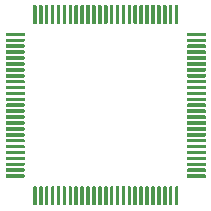
<source format=gtp>
G04 #@! TF.GenerationSoftware,KiCad,Pcbnew,(5.1.5-0-10_14)*
G04 #@! TF.CreationDate,2020-04-16T01:51:47+09:00*
G04 #@! TF.ProjectId,imxrt1020-breakout,696d7872-7431-4303-9230-2d627265616b,rev?*
G04 #@! TF.SameCoordinates,Original*
G04 #@! TF.FileFunction,Paste,Top*
G04 #@! TF.FilePolarity,Positive*
%FSLAX46Y46*%
G04 Gerber Fmt 4.6, Leading zero omitted, Abs format (unit mm)*
G04 Created by KiCad (PCBNEW (5.1.5-0-10_14)) date 2020-04-16 01:51:47*
%MOMM*%
%LPD*%
G04 APERTURE LIST*
%ADD10C,0.100000*%
G04 APERTURE END LIST*
D10*
G04 #@! TO.C,U1*
G36*
X139307351Y-91350361D02*
G01*
X139314632Y-91351441D01*
X139321771Y-91353229D01*
X139328701Y-91355709D01*
X139335355Y-91358856D01*
X139341668Y-91362640D01*
X139347579Y-91367024D01*
X139353033Y-91371967D01*
X139357976Y-91377421D01*
X139362360Y-91383332D01*
X139366144Y-91389645D01*
X139369291Y-91396299D01*
X139371771Y-91403229D01*
X139373559Y-91410368D01*
X139374639Y-91417649D01*
X139375000Y-91425000D01*
X139375000Y-91575000D01*
X139374639Y-91582351D01*
X139373559Y-91589632D01*
X139371771Y-91596771D01*
X139369291Y-91603701D01*
X139366144Y-91610355D01*
X139362360Y-91616668D01*
X139357976Y-91622579D01*
X139353033Y-91628033D01*
X139347579Y-91632976D01*
X139341668Y-91637360D01*
X139335355Y-91641144D01*
X139328701Y-91644291D01*
X139321771Y-91646771D01*
X139314632Y-91648559D01*
X139307351Y-91649639D01*
X139300000Y-91650000D01*
X137850000Y-91650000D01*
X137842649Y-91649639D01*
X137835368Y-91648559D01*
X137828229Y-91646771D01*
X137821299Y-91644291D01*
X137814645Y-91641144D01*
X137808332Y-91637360D01*
X137802421Y-91632976D01*
X137796967Y-91628033D01*
X137792024Y-91622579D01*
X137787640Y-91616668D01*
X137783856Y-91610355D01*
X137780709Y-91603701D01*
X137778229Y-91596771D01*
X137776441Y-91589632D01*
X137775361Y-91582351D01*
X137775000Y-91575000D01*
X137775000Y-91425000D01*
X137775361Y-91417649D01*
X137776441Y-91410368D01*
X137778229Y-91403229D01*
X137780709Y-91396299D01*
X137783856Y-91389645D01*
X137787640Y-91383332D01*
X137792024Y-91377421D01*
X137796967Y-91371967D01*
X137802421Y-91367024D01*
X137808332Y-91362640D01*
X137814645Y-91358856D01*
X137821299Y-91355709D01*
X137828229Y-91353229D01*
X137835368Y-91351441D01*
X137842649Y-91350361D01*
X137850000Y-91350000D01*
X139300000Y-91350000D01*
X139307351Y-91350361D01*
G37*
G36*
X139307351Y-91850361D02*
G01*
X139314632Y-91851441D01*
X139321771Y-91853229D01*
X139328701Y-91855709D01*
X139335355Y-91858856D01*
X139341668Y-91862640D01*
X139347579Y-91867024D01*
X139353033Y-91871967D01*
X139357976Y-91877421D01*
X139362360Y-91883332D01*
X139366144Y-91889645D01*
X139369291Y-91896299D01*
X139371771Y-91903229D01*
X139373559Y-91910368D01*
X139374639Y-91917649D01*
X139375000Y-91925000D01*
X139375000Y-92075000D01*
X139374639Y-92082351D01*
X139373559Y-92089632D01*
X139371771Y-92096771D01*
X139369291Y-92103701D01*
X139366144Y-92110355D01*
X139362360Y-92116668D01*
X139357976Y-92122579D01*
X139353033Y-92128033D01*
X139347579Y-92132976D01*
X139341668Y-92137360D01*
X139335355Y-92141144D01*
X139328701Y-92144291D01*
X139321771Y-92146771D01*
X139314632Y-92148559D01*
X139307351Y-92149639D01*
X139300000Y-92150000D01*
X137850000Y-92150000D01*
X137842649Y-92149639D01*
X137835368Y-92148559D01*
X137828229Y-92146771D01*
X137821299Y-92144291D01*
X137814645Y-92141144D01*
X137808332Y-92137360D01*
X137802421Y-92132976D01*
X137796967Y-92128033D01*
X137792024Y-92122579D01*
X137787640Y-92116668D01*
X137783856Y-92110355D01*
X137780709Y-92103701D01*
X137778229Y-92096771D01*
X137776441Y-92089632D01*
X137775361Y-92082351D01*
X137775000Y-92075000D01*
X137775000Y-91925000D01*
X137775361Y-91917649D01*
X137776441Y-91910368D01*
X137778229Y-91903229D01*
X137780709Y-91896299D01*
X137783856Y-91889645D01*
X137787640Y-91883332D01*
X137792024Y-91877421D01*
X137796967Y-91871967D01*
X137802421Y-91867024D01*
X137808332Y-91862640D01*
X137814645Y-91858856D01*
X137821299Y-91855709D01*
X137828229Y-91853229D01*
X137835368Y-91851441D01*
X137842649Y-91850361D01*
X137850000Y-91850000D01*
X139300000Y-91850000D01*
X139307351Y-91850361D01*
G37*
G36*
X139307351Y-92350361D02*
G01*
X139314632Y-92351441D01*
X139321771Y-92353229D01*
X139328701Y-92355709D01*
X139335355Y-92358856D01*
X139341668Y-92362640D01*
X139347579Y-92367024D01*
X139353033Y-92371967D01*
X139357976Y-92377421D01*
X139362360Y-92383332D01*
X139366144Y-92389645D01*
X139369291Y-92396299D01*
X139371771Y-92403229D01*
X139373559Y-92410368D01*
X139374639Y-92417649D01*
X139375000Y-92425000D01*
X139375000Y-92575000D01*
X139374639Y-92582351D01*
X139373559Y-92589632D01*
X139371771Y-92596771D01*
X139369291Y-92603701D01*
X139366144Y-92610355D01*
X139362360Y-92616668D01*
X139357976Y-92622579D01*
X139353033Y-92628033D01*
X139347579Y-92632976D01*
X139341668Y-92637360D01*
X139335355Y-92641144D01*
X139328701Y-92644291D01*
X139321771Y-92646771D01*
X139314632Y-92648559D01*
X139307351Y-92649639D01*
X139300000Y-92650000D01*
X137850000Y-92650000D01*
X137842649Y-92649639D01*
X137835368Y-92648559D01*
X137828229Y-92646771D01*
X137821299Y-92644291D01*
X137814645Y-92641144D01*
X137808332Y-92637360D01*
X137802421Y-92632976D01*
X137796967Y-92628033D01*
X137792024Y-92622579D01*
X137787640Y-92616668D01*
X137783856Y-92610355D01*
X137780709Y-92603701D01*
X137778229Y-92596771D01*
X137776441Y-92589632D01*
X137775361Y-92582351D01*
X137775000Y-92575000D01*
X137775000Y-92425000D01*
X137775361Y-92417649D01*
X137776441Y-92410368D01*
X137778229Y-92403229D01*
X137780709Y-92396299D01*
X137783856Y-92389645D01*
X137787640Y-92383332D01*
X137792024Y-92377421D01*
X137796967Y-92371967D01*
X137802421Y-92367024D01*
X137808332Y-92362640D01*
X137814645Y-92358856D01*
X137821299Y-92355709D01*
X137828229Y-92353229D01*
X137835368Y-92351441D01*
X137842649Y-92350361D01*
X137850000Y-92350000D01*
X139300000Y-92350000D01*
X139307351Y-92350361D01*
G37*
G36*
X139307351Y-92850361D02*
G01*
X139314632Y-92851441D01*
X139321771Y-92853229D01*
X139328701Y-92855709D01*
X139335355Y-92858856D01*
X139341668Y-92862640D01*
X139347579Y-92867024D01*
X139353033Y-92871967D01*
X139357976Y-92877421D01*
X139362360Y-92883332D01*
X139366144Y-92889645D01*
X139369291Y-92896299D01*
X139371771Y-92903229D01*
X139373559Y-92910368D01*
X139374639Y-92917649D01*
X139375000Y-92925000D01*
X139375000Y-93075000D01*
X139374639Y-93082351D01*
X139373559Y-93089632D01*
X139371771Y-93096771D01*
X139369291Y-93103701D01*
X139366144Y-93110355D01*
X139362360Y-93116668D01*
X139357976Y-93122579D01*
X139353033Y-93128033D01*
X139347579Y-93132976D01*
X139341668Y-93137360D01*
X139335355Y-93141144D01*
X139328701Y-93144291D01*
X139321771Y-93146771D01*
X139314632Y-93148559D01*
X139307351Y-93149639D01*
X139300000Y-93150000D01*
X137850000Y-93150000D01*
X137842649Y-93149639D01*
X137835368Y-93148559D01*
X137828229Y-93146771D01*
X137821299Y-93144291D01*
X137814645Y-93141144D01*
X137808332Y-93137360D01*
X137802421Y-93132976D01*
X137796967Y-93128033D01*
X137792024Y-93122579D01*
X137787640Y-93116668D01*
X137783856Y-93110355D01*
X137780709Y-93103701D01*
X137778229Y-93096771D01*
X137776441Y-93089632D01*
X137775361Y-93082351D01*
X137775000Y-93075000D01*
X137775000Y-92925000D01*
X137775361Y-92917649D01*
X137776441Y-92910368D01*
X137778229Y-92903229D01*
X137780709Y-92896299D01*
X137783856Y-92889645D01*
X137787640Y-92883332D01*
X137792024Y-92877421D01*
X137796967Y-92871967D01*
X137802421Y-92867024D01*
X137808332Y-92862640D01*
X137814645Y-92858856D01*
X137821299Y-92855709D01*
X137828229Y-92853229D01*
X137835368Y-92851441D01*
X137842649Y-92850361D01*
X137850000Y-92850000D01*
X139300000Y-92850000D01*
X139307351Y-92850361D01*
G37*
G36*
X139307351Y-93350361D02*
G01*
X139314632Y-93351441D01*
X139321771Y-93353229D01*
X139328701Y-93355709D01*
X139335355Y-93358856D01*
X139341668Y-93362640D01*
X139347579Y-93367024D01*
X139353033Y-93371967D01*
X139357976Y-93377421D01*
X139362360Y-93383332D01*
X139366144Y-93389645D01*
X139369291Y-93396299D01*
X139371771Y-93403229D01*
X139373559Y-93410368D01*
X139374639Y-93417649D01*
X139375000Y-93425000D01*
X139375000Y-93575000D01*
X139374639Y-93582351D01*
X139373559Y-93589632D01*
X139371771Y-93596771D01*
X139369291Y-93603701D01*
X139366144Y-93610355D01*
X139362360Y-93616668D01*
X139357976Y-93622579D01*
X139353033Y-93628033D01*
X139347579Y-93632976D01*
X139341668Y-93637360D01*
X139335355Y-93641144D01*
X139328701Y-93644291D01*
X139321771Y-93646771D01*
X139314632Y-93648559D01*
X139307351Y-93649639D01*
X139300000Y-93650000D01*
X137850000Y-93650000D01*
X137842649Y-93649639D01*
X137835368Y-93648559D01*
X137828229Y-93646771D01*
X137821299Y-93644291D01*
X137814645Y-93641144D01*
X137808332Y-93637360D01*
X137802421Y-93632976D01*
X137796967Y-93628033D01*
X137792024Y-93622579D01*
X137787640Y-93616668D01*
X137783856Y-93610355D01*
X137780709Y-93603701D01*
X137778229Y-93596771D01*
X137776441Y-93589632D01*
X137775361Y-93582351D01*
X137775000Y-93575000D01*
X137775000Y-93425000D01*
X137775361Y-93417649D01*
X137776441Y-93410368D01*
X137778229Y-93403229D01*
X137780709Y-93396299D01*
X137783856Y-93389645D01*
X137787640Y-93383332D01*
X137792024Y-93377421D01*
X137796967Y-93371967D01*
X137802421Y-93367024D01*
X137808332Y-93362640D01*
X137814645Y-93358856D01*
X137821299Y-93355709D01*
X137828229Y-93353229D01*
X137835368Y-93351441D01*
X137842649Y-93350361D01*
X137850000Y-93350000D01*
X139300000Y-93350000D01*
X139307351Y-93350361D01*
G37*
G36*
X139307351Y-93850361D02*
G01*
X139314632Y-93851441D01*
X139321771Y-93853229D01*
X139328701Y-93855709D01*
X139335355Y-93858856D01*
X139341668Y-93862640D01*
X139347579Y-93867024D01*
X139353033Y-93871967D01*
X139357976Y-93877421D01*
X139362360Y-93883332D01*
X139366144Y-93889645D01*
X139369291Y-93896299D01*
X139371771Y-93903229D01*
X139373559Y-93910368D01*
X139374639Y-93917649D01*
X139375000Y-93925000D01*
X139375000Y-94075000D01*
X139374639Y-94082351D01*
X139373559Y-94089632D01*
X139371771Y-94096771D01*
X139369291Y-94103701D01*
X139366144Y-94110355D01*
X139362360Y-94116668D01*
X139357976Y-94122579D01*
X139353033Y-94128033D01*
X139347579Y-94132976D01*
X139341668Y-94137360D01*
X139335355Y-94141144D01*
X139328701Y-94144291D01*
X139321771Y-94146771D01*
X139314632Y-94148559D01*
X139307351Y-94149639D01*
X139300000Y-94150000D01*
X137850000Y-94150000D01*
X137842649Y-94149639D01*
X137835368Y-94148559D01*
X137828229Y-94146771D01*
X137821299Y-94144291D01*
X137814645Y-94141144D01*
X137808332Y-94137360D01*
X137802421Y-94132976D01*
X137796967Y-94128033D01*
X137792024Y-94122579D01*
X137787640Y-94116668D01*
X137783856Y-94110355D01*
X137780709Y-94103701D01*
X137778229Y-94096771D01*
X137776441Y-94089632D01*
X137775361Y-94082351D01*
X137775000Y-94075000D01*
X137775000Y-93925000D01*
X137775361Y-93917649D01*
X137776441Y-93910368D01*
X137778229Y-93903229D01*
X137780709Y-93896299D01*
X137783856Y-93889645D01*
X137787640Y-93883332D01*
X137792024Y-93877421D01*
X137796967Y-93871967D01*
X137802421Y-93867024D01*
X137808332Y-93862640D01*
X137814645Y-93858856D01*
X137821299Y-93855709D01*
X137828229Y-93853229D01*
X137835368Y-93851441D01*
X137842649Y-93850361D01*
X137850000Y-93850000D01*
X139300000Y-93850000D01*
X139307351Y-93850361D01*
G37*
G36*
X139307351Y-94350361D02*
G01*
X139314632Y-94351441D01*
X139321771Y-94353229D01*
X139328701Y-94355709D01*
X139335355Y-94358856D01*
X139341668Y-94362640D01*
X139347579Y-94367024D01*
X139353033Y-94371967D01*
X139357976Y-94377421D01*
X139362360Y-94383332D01*
X139366144Y-94389645D01*
X139369291Y-94396299D01*
X139371771Y-94403229D01*
X139373559Y-94410368D01*
X139374639Y-94417649D01*
X139375000Y-94425000D01*
X139375000Y-94575000D01*
X139374639Y-94582351D01*
X139373559Y-94589632D01*
X139371771Y-94596771D01*
X139369291Y-94603701D01*
X139366144Y-94610355D01*
X139362360Y-94616668D01*
X139357976Y-94622579D01*
X139353033Y-94628033D01*
X139347579Y-94632976D01*
X139341668Y-94637360D01*
X139335355Y-94641144D01*
X139328701Y-94644291D01*
X139321771Y-94646771D01*
X139314632Y-94648559D01*
X139307351Y-94649639D01*
X139300000Y-94650000D01*
X137850000Y-94650000D01*
X137842649Y-94649639D01*
X137835368Y-94648559D01*
X137828229Y-94646771D01*
X137821299Y-94644291D01*
X137814645Y-94641144D01*
X137808332Y-94637360D01*
X137802421Y-94632976D01*
X137796967Y-94628033D01*
X137792024Y-94622579D01*
X137787640Y-94616668D01*
X137783856Y-94610355D01*
X137780709Y-94603701D01*
X137778229Y-94596771D01*
X137776441Y-94589632D01*
X137775361Y-94582351D01*
X137775000Y-94575000D01*
X137775000Y-94425000D01*
X137775361Y-94417649D01*
X137776441Y-94410368D01*
X137778229Y-94403229D01*
X137780709Y-94396299D01*
X137783856Y-94389645D01*
X137787640Y-94383332D01*
X137792024Y-94377421D01*
X137796967Y-94371967D01*
X137802421Y-94367024D01*
X137808332Y-94362640D01*
X137814645Y-94358856D01*
X137821299Y-94355709D01*
X137828229Y-94353229D01*
X137835368Y-94351441D01*
X137842649Y-94350361D01*
X137850000Y-94350000D01*
X139300000Y-94350000D01*
X139307351Y-94350361D01*
G37*
G36*
X139307351Y-94850361D02*
G01*
X139314632Y-94851441D01*
X139321771Y-94853229D01*
X139328701Y-94855709D01*
X139335355Y-94858856D01*
X139341668Y-94862640D01*
X139347579Y-94867024D01*
X139353033Y-94871967D01*
X139357976Y-94877421D01*
X139362360Y-94883332D01*
X139366144Y-94889645D01*
X139369291Y-94896299D01*
X139371771Y-94903229D01*
X139373559Y-94910368D01*
X139374639Y-94917649D01*
X139375000Y-94925000D01*
X139375000Y-95075000D01*
X139374639Y-95082351D01*
X139373559Y-95089632D01*
X139371771Y-95096771D01*
X139369291Y-95103701D01*
X139366144Y-95110355D01*
X139362360Y-95116668D01*
X139357976Y-95122579D01*
X139353033Y-95128033D01*
X139347579Y-95132976D01*
X139341668Y-95137360D01*
X139335355Y-95141144D01*
X139328701Y-95144291D01*
X139321771Y-95146771D01*
X139314632Y-95148559D01*
X139307351Y-95149639D01*
X139300000Y-95150000D01*
X137850000Y-95150000D01*
X137842649Y-95149639D01*
X137835368Y-95148559D01*
X137828229Y-95146771D01*
X137821299Y-95144291D01*
X137814645Y-95141144D01*
X137808332Y-95137360D01*
X137802421Y-95132976D01*
X137796967Y-95128033D01*
X137792024Y-95122579D01*
X137787640Y-95116668D01*
X137783856Y-95110355D01*
X137780709Y-95103701D01*
X137778229Y-95096771D01*
X137776441Y-95089632D01*
X137775361Y-95082351D01*
X137775000Y-95075000D01*
X137775000Y-94925000D01*
X137775361Y-94917649D01*
X137776441Y-94910368D01*
X137778229Y-94903229D01*
X137780709Y-94896299D01*
X137783856Y-94889645D01*
X137787640Y-94883332D01*
X137792024Y-94877421D01*
X137796967Y-94871967D01*
X137802421Y-94867024D01*
X137808332Y-94862640D01*
X137814645Y-94858856D01*
X137821299Y-94855709D01*
X137828229Y-94853229D01*
X137835368Y-94851441D01*
X137842649Y-94850361D01*
X137850000Y-94850000D01*
X139300000Y-94850000D01*
X139307351Y-94850361D01*
G37*
G36*
X139307351Y-95350361D02*
G01*
X139314632Y-95351441D01*
X139321771Y-95353229D01*
X139328701Y-95355709D01*
X139335355Y-95358856D01*
X139341668Y-95362640D01*
X139347579Y-95367024D01*
X139353033Y-95371967D01*
X139357976Y-95377421D01*
X139362360Y-95383332D01*
X139366144Y-95389645D01*
X139369291Y-95396299D01*
X139371771Y-95403229D01*
X139373559Y-95410368D01*
X139374639Y-95417649D01*
X139375000Y-95425000D01*
X139375000Y-95575000D01*
X139374639Y-95582351D01*
X139373559Y-95589632D01*
X139371771Y-95596771D01*
X139369291Y-95603701D01*
X139366144Y-95610355D01*
X139362360Y-95616668D01*
X139357976Y-95622579D01*
X139353033Y-95628033D01*
X139347579Y-95632976D01*
X139341668Y-95637360D01*
X139335355Y-95641144D01*
X139328701Y-95644291D01*
X139321771Y-95646771D01*
X139314632Y-95648559D01*
X139307351Y-95649639D01*
X139300000Y-95650000D01*
X137850000Y-95650000D01*
X137842649Y-95649639D01*
X137835368Y-95648559D01*
X137828229Y-95646771D01*
X137821299Y-95644291D01*
X137814645Y-95641144D01*
X137808332Y-95637360D01*
X137802421Y-95632976D01*
X137796967Y-95628033D01*
X137792024Y-95622579D01*
X137787640Y-95616668D01*
X137783856Y-95610355D01*
X137780709Y-95603701D01*
X137778229Y-95596771D01*
X137776441Y-95589632D01*
X137775361Y-95582351D01*
X137775000Y-95575000D01*
X137775000Y-95425000D01*
X137775361Y-95417649D01*
X137776441Y-95410368D01*
X137778229Y-95403229D01*
X137780709Y-95396299D01*
X137783856Y-95389645D01*
X137787640Y-95383332D01*
X137792024Y-95377421D01*
X137796967Y-95371967D01*
X137802421Y-95367024D01*
X137808332Y-95362640D01*
X137814645Y-95358856D01*
X137821299Y-95355709D01*
X137828229Y-95353229D01*
X137835368Y-95351441D01*
X137842649Y-95350361D01*
X137850000Y-95350000D01*
X139300000Y-95350000D01*
X139307351Y-95350361D01*
G37*
G36*
X139307351Y-95850361D02*
G01*
X139314632Y-95851441D01*
X139321771Y-95853229D01*
X139328701Y-95855709D01*
X139335355Y-95858856D01*
X139341668Y-95862640D01*
X139347579Y-95867024D01*
X139353033Y-95871967D01*
X139357976Y-95877421D01*
X139362360Y-95883332D01*
X139366144Y-95889645D01*
X139369291Y-95896299D01*
X139371771Y-95903229D01*
X139373559Y-95910368D01*
X139374639Y-95917649D01*
X139375000Y-95925000D01*
X139375000Y-96075000D01*
X139374639Y-96082351D01*
X139373559Y-96089632D01*
X139371771Y-96096771D01*
X139369291Y-96103701D01*
X139366144Y-96110355D01*
X139362360Y-96116668D01*
X139357976Y-96122579D01*
X139353033Y-96128033D01*
X139347579Y-96132976D01*
X139341668Y-96137360D01*
X139335355Y-96141144D01*
X139328701Y-96144291D01*
X139321771Y-96146771D01*
X139314632Y-96148559D01*
X139307351Y-96149639D01*
X139300000Y-96150000D01*
X137850000Y-96150000D01*
X137842649Y-96149639D01*
X137835368Y-96148559D01*
X137828229Y-96146771D01*
X137821299Y-96144291D01*
X137814645Y-96141144D01*
X137808332Y-96137360D01*
X137802421Y-96132976D01*
X137796967Y-96128033D01*
X137792024Y-96122579D01*
X137787640Y-96116668D01*
X137783856Y-96110355D01*
X137780709Y-96103701D01*
X137778229Y-96096771D01*
X137776441Y-96089632D01*
X137775361Y-96082351D01*
X137775000Y-96075000D01*
X137775000Y-95925000D01*
X137775361Y-95917649D01*
X137776441Y-95910368D01*
X137778229Y-95903229D01*
X137780709Y-95896299D01*
X137783856Y-95889645D01*
X137787640Y-95883332D01*
X137792024Y-95877421D01*
X137796967Y-95871967D01*
X137802421Y-95867024D01*
X137808332Y-95862640D01*
X137814645Y-95858856D01*
X137821299Y-95855709D01*
X137828229Y-95853229D01*
X137835368Y-95851441D01*
X137842649Y-95850361D01*
X137850000Y-95850000D01*
X139300000Y-95850000D01*
X139307351Y-95850361D01*
G37*
G36*
X139307351Y-96350361D02*
G01*
X139314632Y-96351441D01*
X139321771Y-96353229D01*
X139328701Y-96355709D01*
X139335355Y-96358856D01*
X139341668Y-96362640D01*
X139347579Y-96367024D01*
X139353033Y-96371967D01*
X139357976Y-96377421D01*
X139362360Y-96383332D01*
X139366144Y-96389645D01*
X139369291Y-96396299D01*
X139371771Y-96403229D01*
X139373559Y-96410368D01*
X139374639Y-96417649D01*
X139375000Y-96425000D01*
X139375000Y-96575000D01*
X139374639Y-96582351D01*
X139373559Y-96589632D01*
X139371771Y-96596771D01*
X139369291Y-96603701D01*
X139366144Y-96610355D01*
X139362360Y-96616668D01*
X139357976Y-96622579D01*
X139353033Y-96628033D01*
X139347579Y-96632976D01*
X139341668Y-96637360D01*
X139335355Y-96641144D01*
X139328701Y-96644291D01*
X139321771Y-96646771D01*
X139314632Y-96648559D01*
X139307351Y-96649639D01*
X139300000Y-96650000D01*
X137850000Y-96650000D01*
X137842649Y-96649639D01*
X137835368Y-96648559D01*
X137828229Y-96646771D01*
X137821299Y-96644291D01*
X137814645Y-96641144D01*
X137808332Y-96637360D01*
X137802421Y-96632976D01*
X137796967Y-96628033D01*
X137792024Y-96622579D01*
X137787640Y-96616668D01*
X137783856Y-96610355D01*
X137780709Y-96603701D01*
X137778229Y-96596771D01*
X137776441Y-96589632D01*
X137775361Y-96582351D01*
X137775000Y-96575000D01*
X137775000Y-96425000D01*
X137775361Y-96417649D01*
X137776441Y-96410368D01*
X137778229Y-96403229D01*
X137780709Y-96396299D01*
X137783856Y-96389645D01*
X137787640Y-96383332D01*
X137792024Y-96377421D01*
X137796967Y-96371967D01*
X137802421Y-96367024D01*
X137808332Y-96362640D01*
X137814645Y-96358856D01*
X137821299Y-96355709D01*
X137828229Y-96353229D01*
X137835368Y-96351441D01*
X137842649Y-96350361D01*
X137850000Y-96350000D01*
X139300000Y-96350000D01*
X139307351Y-96350361D01*
G37*
G36*
X139307351Y-96850361D02*
G01*
X139314632Y-96851441D01*
X139321771Y-96853229D01*
X139328701Y-96855709D01*
X139335355Y-96858856D01*
X139341668Y-96862640D01*
X139347579Y-96867024D01*
X139353033Y-96871967D01*
X139357976Y-96877421D01*
X139362360Y-96883332D01*
X139366144Y-96889645D01*
X139369291Y-96896299D01*
X139371771Y-96903229D01*
X139373559Y-96910368D01*
X139374639Y-96917649D01*
X139375000Y-96925000D01*
X139375000Y-97075000D01*
X139374639Y-97082351D01*
X139373559Y-97089632D01*
X139371771Y-97096771D01*
X139369291Y-97103701D01*
X139366144Y-97110355D01*
X139362360Y-97116668D01*
X139357976Y-97122579D01*
X139353033Y-97128033D01*
X139347579Y-97132976D01*
X139341668Y-97137360D01*
X139335355Y-97141144D01*
X139328701Y-97144291D01*
X139321771Y-97146771D01*
X139314632Y-97148559D01*
X139307351Y-97149639D01*
X139300000Y-97150000D01*
X137850000Y-97150000D01*
X137842649Y-97149639D01*
X137835368Y-97148559D01*
X137828229Y-97146771D01*
X137821299Y-97144291D01*
X137814645Y-97141144D01*
X137808332Y-97137360D01*
X137802421Y-97132976D01*
X137796967Y-97128033D01*
X137792024Y-97122579D01*
X137787640Y-97116668D01*
X137783856Y-97110355D01*
X137780709Y-97103701D01*
X137778229Y-97096771D01*
X137776441Y-97089632D01*
X137775361Y-97082351D01*
X137775000Y-97075000D01*
X137775000Y-96925000D01*
X137775361Y-96917649D01*
X137776441Y-96910368D01*
X137778229Y-96903229D01*
X137780709Y-96896299D01*
X137783856Y-96889645D01*
X137787640Y-96883332D01*
X137792024Y-96877421D01*
X137796967Y-96871967D01*
X137802421Y-96867024D01*
X137808332Y-96862640D01*
X137814645Y-96858856D01*
X137821299Y-96855709D01*
X137828229Y-96853229D01*
X137835368Y-96851441D01*
X137842649Y-96850361D01*
X137850000Y-96850000D01*
X139300000Y-96850000D01*
X139307351Y-96850361D01*
G37*
G36*
X139307351Y-97350361D02*
G01*
X139314632Y-97351441D01*
X139321771Y-97353229D01*
X139328701Y-97355709D01*
X139335355Y-97358856D01*
X139341668Y-97362640D01*
X139347579Y-97367024D01*
X139353033Y-97371967D01*
X139357976Y-97377421D01*
X139362360Y-97383332D01*
X139366144Y-97389645D01*
X139369291Y-97396299D01*
X139371771Y-97403229D01*
X139373559Y-97410368D01*
X139374639Y-97417649D01*
X139375000Y-97425000D01*
X139375000Y-97575000D01*
X139374639Y-97582351D01*
X139373559Y-97589632D01*
X139371771Y-97596771D01*
X139369291Y-97603701D01*
X139366144Y-97610355D01*
X139362360Y-97616668D01*
X139357976Y-97622579D01*
X139353033Y-97628033D01*
X139347579Y-97632976D01*
X139341668Y-97637360D01*
X139335355Y-97641144D01*
X139328701Y-97644291D01*
X139321771Y-97646771D01*
X139314632Y-97648559D01*
X139307351Y-97649639D01*
X139300000Y-97650000D01*
X137850000Y-97650000D01*
X137842649Y-97649639D01*
X137835368Y-97648559D01*
X137828229Y-97646771D01*
X137821299Y-97644291D01*
X137814645Y-97641144D01*
X137808332Y-97637360D01*
X137802421Y-97632976D01*
X137796967Y-97628033D01*
X137792024Y-97622579D01*
X137787640Y-97616668D01*
X137783856Y-97610355D01*
X137780709Y-97603701D01*
X137778229Y-97596771D01*
X137776441Y-97589632D01*
X137775361Y-97582351D01*
X137775000Y-97575000D01*
X137775000Y-97425000D01*
X137775361Y-97417649D01*
X137776441Y-97410368D01*
X137778229Y-97403229D01*
X137780709Y-97396299D01*
X137783856Y-97389645D01*
X137787640Y-97383332D01*
X137792024Y-97377421D01*
X137796967Y-97371967D01*
X137802421Y-97367024D01*
X137808332Y-97362640D01*
X137814645Y-97358856D01*
X137821299Y-97355709D01*
X137828229Y-97353229D01*
X137835368Y-97351441D01*
X137842649Y-97350361D01*
X137850000Y-97350000D01*
X139300000Y-97350000D01*
X139307351Y-97350361D01*
G37*
G36*
X139307351Y-97850361D02*
G01*
X139314632Y-97851441D01*
X139321771Y-97853229D01*
X139328701Y-97855709D01*
X139335355Y-97858856D01*
X139341668Y-97862640D01*
X139347579Y-97867024D01*
X139353033Y-97871967D01*
X139357976Y-97877421D01*
X139362360Y-97883332D01*
X139366144Y-97889645D01*
X139369291Y-97896299D01*
X139371771Y-97903229D01*
X139373559Y-97910368D01*
X139374639Y-97917649D01*
X139375000Y-97925000D01*
X139375000Y-98075000D01*
X139374639Y-98082351D01*
X139373559Y-98089632D01*
X139371771Y-98096771D01*
X139369291Y-98103701D01*
X139366144Y-98110355D01*
X139362360Y-98116668D01*
X139357976Y-98122579D01*
X139353033Y-98128033D01*
X139347579Y-98132976D01*
X139341668Y-98137360D01*
X139335355Y-98141144D01*
X139328701Y-98144291D01*
X139321771Y-98146771D01*
X139314632Y-98148559D01*
X139307351Y-98149639D01*
X139300000Y-98150000D01*
X137850000Y-98150000D01*
X137842649Y-98149639D01*
X137835368Y-98148559D01*
X137828229Y-98146771D01*
X137821299Y-98144291D01*
X137814645Y-98141144D01*
X137808332Y-98137360D01*
X137802421Y-98132976D01*
X137796967Y-98128033D01*
X137792024Y-98122579D01*
X137787640Y-98116668D01*
X137783856Y-98110355D01*
X137780709Y-98103701D01*
X137778229Y-98096771D01*
X137776441Y-98089632D01*
X137775361Y-98082351D01*
X137775000Y-98075000D01*
X137775000Y-97925000D01*
X137775361Y-97917649D01*
X137776441Y-97910368D01*
X137778229Y-97903229D01*
X137780709Y-97896299D01*
X137783856Y-97889645D01*
X137787640Y-97883332D01*
X137792024Y-97877421D01*
X137796967Y-97871967D01*
X137802421Y-97867024D01*
X137808332Y-97862640D01*
X137814645Y-97858856D01*
X137821299Y-97855709D01*
X137828229Y-97853229D01*
X137835368Y-97851441D01*
X137842649Y-97850361D01*
X137850000Y-97850000D01*
X139300000Y-97850000D01*
X139307351Y-97850361D01*
G37*
G36*
X139307351Y-98350361D02*
G01*
X139314632Y-98351441D01*
X139321771Y-98353229D01*
X139328701Y-98355709D01*
X139335355Y-98358856D01*
X139341668Y-98362640D01*
X139347579Y-98367024D01*
X139353033Y-98371967D01*
X139357976Y-98377421D01*
X139362360Y-98383332D01*
X139366144Y-98389645D01*
X139369291Y-98396299D01*
X139371771Y-98403229D01*
X139373559Y-98410368D01*
X139374639Y-98417649D01*
X139375000Y-98425000D01*
X139375000Y-98575000D01*
X139374639Y-98582351D01*
X139373559Y-98589632D01*
X139371771Y-98596771D01*
X139369291Y-98603701D01*
X139366144Y-98610355D01*
X139362360Y-98616668D01*
X139357976Y-98622579D01*
X139353033Y-98628033D01*
X139347579Y-98632976D01*
X139341668Y-98637360D01*
X139335355Y-98641144D01*
X139328701Y-98644291D01*
X139321771Y-98646771D01*
X139314632Y-98648559D01*
X139307351Y-98649639D01*
X139300000Y-98650000D01*
X137850000Y-98650000D01*
X137842649Y-98649639D01*
X137835368Y-98648559D01*
X137828229Y-98646771D01*
X137821299Y-98644291D01*
X137814645Y-98641144D01*
X137808332Y-98637360D01*
X137802421Y-98632976D01*
X137796967Y-98628033D01*
X137792024Y-98622579D01*
X137787640Y-98616668D01*
X137783856Y-98610355D01*
X137780709Y-98603701D01*
X137778229Y-98596771D01*
X137776441Y-98589632D01*
X137775361Y-98582351D01*
X137775000Y-98575000D01*
X137775000Y-98425000D01*
X137775361Y-98417649D01*
X137776441Y-98410368D01*
X137778229Y-98403229D01*
X137780709Y-98396299D01*
X137783856Y-98389645D01*
X137787640Y-98383332D01*
X137792024Y-98377421D01*
X137796967Y-98371967D01*
X137802421Y-98367024D01*
X137808332Y-98362640D01*
X137814645Y-98358856D01*
X137821299Y-98355709D01*
X137828229Y-98353229D01*
X137835368Y-98351441D01*
X137842649Y-98350361D01*
X137850000Y-98350000D01*
X139300000Y-98350000D01*
X139307351Y-98350361D01*
G37*
G36*
X139307351Y-98850361D02*
G01*
X139314632Y-98851441D01*
X139321771Y-98853229D01*
X139328701Y-98855709D01*
X139335355Y-98858856D01*
X139341668Y-98862640D01*
X139347579Y-98867024D01*
X139353033Y-98871967D01*
X139357976Y-98877421D01*
X139362360Y-98883332D01*
X139366144Y-98889645D01*
X139369291Y-98896299D01*
X139371771Y-98903229D01*
X139373559Y-98910368D01*
X139374639Y-98917649D01*
X139375000Y-98925000D01*
X139375000Y-99075000D01*
X139374639Y-99082351D01*
X139373559Y-99089632D01*
X139371771Y-99096771D01*
X139369291Y-99103701D01*
X139366144Y-99110355D01*
X139362360Y-99116668D01*
X139357976Y-99122579D01*
X139353033Y-99128033D01*
X139347579Y-99132976D01*
X139341668Y-99137360D01*
X139335355Y-99141144D01*
X139328701Y-99144291D01*
X139321771Y-99146771D01*
X139314632Y-99148559D01*
X139307351Y-99149639D01*
X139300000Y-99150000D01*
X137850000Y-99150000D01*
X137842649Y-99149639D01*
X137835368Y-99148559D01*
X137828229Y-99146771D01*
X137821299Y-99144291D01*
X137814645Y-99141144D01*
X137808332Y-99137360D01*
X137802421Y-99132976D01*
X137796967Y-99128033D01*
X137792024Y-99122579D01*
X137787640Y-99116668D01*
X137783856Y-99110355D01*
X137780709Y-99103701D01*
X137778229Y-99096771D01*
X137776441Y-99089632D01*
X137775361Y-99082351D01*
X137775000Y-99075000D01*
X137775000Y-98925000D01*
X137775361Y-98917649D01*
X137776441Y-98910368D01*
X137778229Y-98903229D01*
X137780709Y-98896299D01*
X137783856Y-98889645D01*
X137787640Y-98883332D01*
X137792024Y-98877421D01*
X137796967Y-98871967D01*
X137802421Y-98867024D01*
X137808332Y-98862640D01*
X137814645Y-98858856D01*
X137821299Y-98855709D01*
X137828229Y-98853229D01*
X137835368Y-98851441D01*
X137842649Y-98850361D01*
X137850000Y-98850000D01*
X139300000Y-98850000D01*
X139307351Y-98850361D01*
G37*
G36*
X139307351Y-99350361D02*
G01*
X139314632Y-99351441D01*
X139321771Y-99353229D01*
X139328701Y-99355709D01*
X139335355Y-99358856D01*
X139341668Y-99362640D01*
X139347579Y-99367024D01*
X139353033Y-99371967D01*
X139357976Y-99377421D01*
X139362360Y-99383332D01*
X139366144Y-99389645D01*
X139369291Y-99396299D01*
X139371771Y-99403229D01*
X139373559Y-99410368D01*
X139374639Y-99417649D01*
X139375000Y-99425000D01*
X139375000Y-99575000D01*
X139374639Y-99582351D01*
X139373559Y-99589632D01*
X139371771Y-99596771D01*
X139369291Y-99603701D01*
X139366144Y-99610355D01*
X139362360Y-99616668D01*
X139357976Y-99622579D01*
X139353033Y-99628033D01*
X139347579Y-99632976D01*
X139341668Y-99637360D01*
X139335355Y-99641144D01*
X139328701Y-99644291D01*
X139321771Y-99646771D01*
X139314632Y-99648559D01*
X139307351Y-99649639D01*
X139300000Y-99650000D01*
X137850000Y-99650000D01*
X137842649Y-99649639D01*
X137835368Y-99648559D01*
X137828229Y-99646771D01*
X137821299Y-99644291D01*
X137814645Y-99641144D01*
X137808332Y-99637360D01*
X137802421Y-99632976D01*
X137796967Y-99628033D01*
X137792024Y-99622579D01*
X137787640Y-99616668D01*
X137783856Y-99610355D01*
X137780709Y-99603701D01*
X137778229Y-99596771D01*
X137776441Y-99589632D01*
X137775361Y-99582351D01*
X137775000Y-99575000D01*
X137775000Y-99425000D01*
X137775361Y-99417649D01*
X137776441Y-99410368D01*
X137778229Y-99403229D01*
X137780709Y-99396299D01*
X137783856Y-99389645D01*
X137787640Y-99383332D01*
X137792024Y-99377421D01*
X137796967Y-99371967D01*
X137802421Y-99367024D01*
X137808332Y-99362640D01*
X137814645Y-99358856D01*
X137821299Y-99355709D01*
X137828229Y-99353229D01*
X137835368Y-99351441D01*
X137842649Y-99350361D01*
X137850000Y-99350000D01*
X139300000Y-99350000D01*
X139307351Y-99350361D01*
G37*
G36*
X139307351Y-99850361D02*
G01*
X139314632Y-99851441D01*
X139321771Y-99853229D01*
X139328701Y-99855709D01*
X139335355Y-99858856D01*
X139341668Y-99862640D01*
X139347579Y-99867024D01*
X139353033Y-99871967D01*
X139357976Y-99877421D01*
X139362360Y-99883332D01*
X139366144Y-99889645D01*
X139369291Y-99896299D01*
X139371771Y-99903229D01*
X139373559Y-99910368D01*
X139374639Y-99917649D01*
X139375000Y-99925000D01*
X139375000Y-100075000D01*
X139374639Y-100082351D01*
X139373559Y-100089632D01*
X139371771Y-100096771D01*
X139369291Y-100103701D01*
X139366144Y-100110355D01*
X139362360Y-100116668D01*
X139357976Y-100122579D01*
X139353033Y-100128033D01*
X139347579Y-100132976D01*
X139341668Y-100137360D01*
X139335355Y-100141144D01*
X139328701Y-100144291D01*
X139321771Y-100146771D01*
X139314632Y-100148559D01*
X139307351Y-100149639D01*
X139300000Y-100150000D01*
X137850000Y-100150000D01*
X137842649Y-100149639D01*
X137835368Y-100148559D01*
X137828229Y-100146771D01*
X137821299Y-100144291D01*
X137814645Y-100141144D01*
X137808332Y-100137360D01*
X137802421Y-100132976D01*
X137796967Y-100128033D01*
X137792024Y-100122579D01*
X137787640Y-100116668D01*
X137783856Y-100110355D01*
X137780709Y-100103701D01*
X137778229Y-100096771D01*
X137776441Y-100089632D01*
X137775361Y-100082351D01*
X137775000Y-100075000D01*
X137775000Y-99925000D01*
X137775361Y-99917649D01*
X137776441Y-99910368D01*
X137778229Y-99903229D01*
X137780709Y-99896299D01*
X137783856Y-99889645D01*
X137787640Y-99883332D01*
X137792024Y-99877421D01*
X137796967Y-99871967D01*
X137802421Y-99867024D01*
X137808332Y-99862640D01*
X137814645Y-99858856D01*
X137821299Y-99855709D01*
X137828229Y-99853229D01*
X137835368Y-99851441D01*
X137842649Y-99850361D01*
X137850000Y-99850000D01*
X139300000Y-99850000D01*
X139307351Y-99850361D01*
G37*
G36*
X139307351Y-100350361D02*
G01*
X139314632Y-100351441D01*
X139321771Y-100353229D01*
X139328701Y-100355709D01*
X139335355Y-100358856D01*
X139341668Y-100362640D01*
X139347579Y-100367024D01*
X139353033Y-100371967D01*
X139357976Y-100377421D01*
X139362360Y-100383332D01*
X139366144Y-100389645D01*
X139369291Y-100396299D01*
X139371771Y-100403229D01*
X139373559Y-100410368D01*
X139374639Y-100417649D01*
X139375000Y-100425000D01*
X139375000Y-100575000D01*
X139374639Y-100582351D01*
X139373559Y-100589632D01*
X139371771Y-100596771D01*
X139369291Y-100603701D01*
X139366144Y-100610355D01*
X139362360Y-100616668D01*
X139357976Y-100622579D01*
X139353033Y-100628033D01*
X139347579Y-100632976D01*
X139341668Y-100637360D01*
X139335355Y-100641144D01*
X139328701Y-100644291D01*
X139321771Y-100646771D01*
X139314632Y-100648559D01*
X139307351Y-100649639D01*
X139300000Y-100650000D01*
X137850000Y-100650000D01*
X137842649Y-100649639D01*
X137835368Y-100648559D01*
X137828229Y-100646771D01*
X137821299Y-100644291D01*
X137814645Y-100641144D01*
X137808332Y-100637360D01*
X137802421Y-100632976D01*
X137796967Y-100628033D01*
X137792024Y-100622579D01*
X137787640Y-100616668D01*
X137783856Y-100610355D01*
X137780709Y-100603701D01*
X137778229Y-100596771D01*
X137776441Y-100589632D01*
X137775361Y-100582351D01*
X137775000Y-100575000D01*
X137775000Y-100425000D01*
X137775361Y-100417649D01*
X137776441Y-100410368D01*
X137778229Y-100403229D01*
X137780709Y-100396299D01*
X137783856Y-100389645D01*
X137787640Y-100383332D01*
X137792024Y-100377421D01*
X137796967Y-100371967D01*
X137802421Y-100367024D01*
X137808332Y-100362640D01*
X137814645Y-100358856D01*
X137821299Y-100355709D01*
X137828229Y-100353229D01*
X137835368Y-100351441D01*
X137842649Y-100350361D01*
X137850000Y-100350000D01*
X139300000Y-100350000D01*
X139307351Y-100350361D01*
G37*
G36*
X139307351Y-100850361D02*
G01*
X139314632Y-100851441D01*
X139321771Y-100853229D01*
X139328701Y-100855709D01*
X139335355Y-100858856D01*
X139341668Y-100862640D01*
X139347579Y-100867024D01*
X139353033Y-100871967D01*
X139357976Y-100877421D01*
X139362360Y-100883332D01*
X139366144Y-100889645D01*
X139369291Y-100896299D01*
X139371771Y-100903229D01*
X139373559Y-100910368D01*
X139374639Y-100917649D01*
X139375000Y-100925000D01*
X139375000Y-101075000D01*
X139374639Y-101082351D01*
X139373559Y-101089632D01*
X139371771Y-101096771D01*
X139369291Y-101103701D01*
X139366144Y-101110355D01*
X139362360Y-101116668D01*
X139357976Y-101122579D01*
X139353033Y-101128033D01*
X139347579Y-101132976D01*
X139341668Y-101137360D01*
X139335355Y-101141144D01*
X139328701Y-101144291D01*
X139321771Y-101146771D01*
X139314632Y-101148559D01*
X139307351Y-101149639D01*
X139300000Y-101150000D01*
X137850000Y-101150000D01*
X137842649Y-101149639D01*
X137835368Y-101148559D01*
X137828229Y-101146771D01*
X137821299Y-101144291D01*
X137814645Y-101141144D01*
X137808332Y-101137360D01*
X137802421Y-101132976D01*
X137796967Y-101128033D01*
X137792024Y-101122579D01*
X137787640Y-101116668D01*
X137783856Y-101110355D01*
X137780709Y-101103701D01*
X137778229Y-101096771D01*
X137776441Y-101089632D01*
X137775361Y-101082351D01*
X137775000Y-101075000D01*
X137775000Y-100925000D01*
X137775361Y-100917649D01*
X137776441Y-100910368D01*
X137778229Y-100903229D01*
X137780709Y-100896299D01*
X137783856Y-100889645D01*
X137787640Y-100883332D01*
X137792024Y-100877421D01*
X137796967Y-100871967D01*
X137802421Y-100867024D01*
X137808332Y-100862640D01*
X137814645Y-100858856D01*
X137821299Y-100855709D01*
X137828229Y-100853229D01*
X137835368Y-100851441D01*
X137842649Y-100850361D01*
X137850000Y-100850000D01*
X139300000Y-100850000D01*
X139307351Y-100850361D01*
G37*
G36*
X139307351Y-101350361D02*
G01*
X139314632Y-101351441D01*
X139321771Y-101353229D01*
X139328701Y-101355709D01*
X139335355Y-101358856D01*
X139341668Y-101362640D01*
X139347579Y-101367024D01*
X139353033Y-101371967D01*
X139357976Y-101377421D01*
X139362360Y-101383332D01*
X139366144Y-101389645D01*
X139369291Y-101396299D01*
X139371771Y-101403229D01*
X139373559Y-101410368D01*
X139374639Y-101417649D01*
X139375000Y-101425000D01*
X139375000Y-101575000D01*
X139374639Y-101582351D01*
X139373559Y-101589632D01*
X139371771Y-101596771D01*
X139369291Y-101603701D01*
X139366144Y-101610355D01*
X139362360Y-101616668D01*
X139357976Y-101622579D01*
X139353033Y-101628033D01*
X139347579Y-101632976D01*
X139341668Y-101637360D01*
X139335355Y-101641144D01*
X139328701Y-101644291D01*
X139321771Y-101646771D01*
X139314632Y-101648559D01*
X139307351Y-101649639D01*
X139300000Y-101650000D01*
X137850000Y-101650000D01*
X137842649Y-101649639D01*
X137835368Y-101648559D01*
X137828229Y-101646771D01*
X137821299Y-101644291D01*
X137814645Y-101641144D01*
X137808332Y-101637360D01*
X137802421Y-101632976D01*
X137796967Y-101628033D01*
X137792024Y-101622579D01*
X137787640Y-101616668D01*
X137783856Y-101610355D01*
X137780709Y-101603701D01*
X137778229Y-101596771D01*
X137776441Y-101589632D01*
X137775361Y-101582351D01*
X137775000Y-101575000D01*
X137775000Y-101425000D01*
X137775361Y-101417649D01*
X137776441Y-101410368D01*
X137778229Y-101403229D01*
X137780709Y-101396299D01*
X137783856Y-101389645D01*
X137787640Y-101383332D01*
X137792024Y-101377421D01*
X137796967Y-101371967D01*
X137802421Y-101367024D01*
X137808332Y-101362640D01*
X137814645Y-101358856D01*
X137821299Y-101355709D01*
X137828229Y-101353229D01*
X137835368Y-101351441D01*
X137842649Y-101350361D01*
X137850000Y-101350000D01*
X139300000Y-101350000D01*
X139307351Y-101350361D01*
G37*
G36*
X139307351Y-101850361D02*
G01*
X139314632Y-101851441D01*
X139321771Y-101853229D01*
X139328701Y-101855709D01*
X139335355Y-101858856D01*
X139341668Y-101862640D01*
X139347579Y-101867024D01*
X139353033Y-101871967D01*
X139357976Y-101877421D01*
X139362360Y-101883332D01*
X139366144Y-101889645D01*
X139369291Y-101896299D01*
X139371771Y-101903229D01*
X139373559Y-101910368D01*
X139374639Y-101917649D01*
X139375000Y-101925000D01*
X139375000Y-102075000D01*
X139374639Y-102082351D01*
X139373559Y-102089632D01*
X139371771Y-102096771D01*
X139369291Y-102103701D01*
X139366144Y-102110355D01*
X139362360Y-102116668D01*
X139357976Y-102122579D01*
X139353033Y-102128033D01*
X139347579Y-102132976D01*
X139341668Y-102137360D01*
X139335355Y-102141144D01*
X139328701Y-102144291D01*
X139321771Y-102146771D01*
X139314632Y-102148559D01*
X139307351Y-102149639D01*
X139300000Y-102150000D01*
X137850000Y-102150000D01*
X137842649Y-102149639D01*
X137835368Y-102148559D01*
X137828229Y-102146771D01*
X137821299Y-102144291D01*
X137814645Y-102141144D01*
X137808332Y-102137360D01*
X137802421Y-102132976D01*
X137796967Y-102128033D01*
X137792024Y-102122579D01*
X137787640Y-102116668D01*
X137783856Y-102110355D01*
X137780709Y-102103701D01*
X137778229Y-102096771D01*
X137776441Y-102089632D01*
X137775361Y-102082351D01*
X137775000Y-102075000D01*
X137775000Y-101925000D01*
X137775361Y-101917649D01*
X137776441Y-101910368D01*
X137778229Y-101903229D01*
X137780709Y-101896299D01*
X137783856Y-101889645D01*
X137787640Y-101883332D01*
X137792024Y-101877421D01*
X137796967Y-101871967D01*
X137802421Y-101867024D01*
X137808332Y-101862640D01*
X137814645Y-101858856D01*
X137821299Y-101855709D01*
X137828229Y-101853229D01*
X137835368Y-101851441D01*
X137842649Y-101850361D01*
X137850000Y-101850000D01*
X139300000Y-101850000D01*
X139307351Y-101850361D01*
G37*
G36*
X139307351Y-102350361D02*
G01*
X139314632Y-102351441D01*
X139321771Y-102353229D01*
X139328701Y-102355709D01*
X139335355Y-102358856D01*
X139341668Y-102362640D01*
X139347579Y-102367024D01*
X139353033Y-102371967D01*
X139357976Y-102377421D01*
X139362360Y-102383332D01*
X139366144Y-102389645D01*
X139369291Y-102396299D01*
X139371771Y-102403229D01*
X139373559Y-102410368D01*
X139374639Y-102417649D01*
X139375000Y-102425000D01*
X139375000Y-102575000D01*
X139374639Y-102582351D01*
X139373559Y-102589632D01*
X139371771Y-102596771D01*
X139369291Y-102603701D01*
X139366144Y-102610355D01*
X139362360Y-102616668D01*
X139357976Y-102622579D01*
X139353033Y-102628033D01*
X139347579Y-102632976D01*
X139341668Y-102637360D01*
X139335355Y-102641144D01*
X139328701Y-102644291D01*
X139321771Y-102646771D01*
X139314632Y-102648559D01*
X139307351Y-102649639D01*
X139300000Y-102650000D01*
X137850000Y-102650000D01*
X137842649Y-102649639D01*
X137835368Y-102648559D01*
X137828229Y-102646771D01*
X137821299Y-102644291D01*
X137814645Y-102641144D01*
X137808332Y-102637360D01*
X137802421Y-102632976D01*
X137796967Y-102628033D01*
X137792024Y-102622579D01*
X137787640Y-102616668D01*
X137783856Y-102610355D01*
X137780709Y-102603701D01*
X137778229Y-102596771D01*
X137776441Y-102589632D01*
X137775361Y-102582351D01*
X137775000Y-102575000D01*
X137775000Y-102425000D01*
X137775361Y-102417649D01*
X137776441Y-102410368D01*
X137778229Y-102403229D01*
X137780709Y-102396299D01*
X137783856Y-102389645D01*
X137787640Y-102383332D01*
X137792024Y-102377421D01*
X137796967Y-102371967D01*
X137802421Y-102367024D01*
X137808332Y-102362640D01*
X137814645Y-102358856D01*
X137821299Y-102355709D01*
X137828229Y-102353229D01*
X137835368Y-102351441D01*
X137842649Y-102350361D01*
X137850000Y-102350000D01*
X139300000Y-102350000D01*
X139307351Y-102350361D01*
G37*
G36*
X139307351Y-102850361D02*
G01*
X139314632Y-102851441D01*
X139321771Y-102853229D01*
X139328701Y-102855709D01*
X139335355Y-102858856D01*
X139341668Y-102862640D01*
X139347579Y-102867024D01*
X139353033Y-102871967D01*
X139357976Y-102877421D01*
X139362360Y-102883332D01*
X139366144Y-102889645D01*
X139369291Y-102896299D01*
X139371771Y-102903229D01*
X139373559Y-102910368D01*
X139374639Y-102917649D01*
X139375000Y-102925000D01*
X139375000Y-103075000D01*
X139374639Y-103082351D01*
X139373559Y-103089632D01*
X139371771Y-103096771D01*
X139369291Y-103103701D01*
X139366144Y-103110355D01*
X139362360Y-103116668D01*
X139357976Y-103122579D01*
X139353033Y-103128033D01*
X139347579Y-103132976D01*
X139341668Y-103137360D01*
X139335355Y-103141144D01*
X139328701Y-103144291D01*
X139321771Y-103146771D01*
X139314632Y-103148559D01*
X139307351Y-103149639D01*
X139300000Y-103150000D01*
X137850000Y-103150000D01*
X137842649Y-103149639D01*
X137835368Y-103148559D01*
X137828229Y-103146771D01*
X137821299Y-103144291D01*
X137814645Y-103141144D01*
X137808332Y-103137360D01*
X137802421Y-103132976D01*
X137796967Y-103128033D01*
X137792024Y-103122579D01*
X137787640Y-103116668D01*
X137783856Y-103110355D01*
X137780709Y-103103701D01*
X137778229Y-103096771D01*
X137776441Y-103089632D01*
X137775361Y-103082351D01*
X137775000Y-103075000D01*
X137775000Y-102925000D01*
X137775361Y-102917649D01*
X137776441Y-102910368D01*
X137778229Y-102903229D01*
X137780709Y-102896299D01*
X137783856Y-102889645D01*
X137787640Y-102883332D01*
X137792024Y-102877421D01*
X137796967Y-102871967D01*
X137802421Y-102867024D01*
X137808332Y-102862640D01*
X137814645Y-102858856D01*
X137821299Y-102855709D01*
X137828229Y-102853229D01*
X137835368Y-102851441D01*
X137842649Y-102850361D01*
X137850000Y-102850000D01*
X139300000Y-102850000D01*
X139307351Y-102850361D01*
G37*
G36*
X139307351Y-103350361D02*
G01*
X139314632Y-103351441D01*
X139321771Y-103353229D01*
X139328701Y-103355709D01*
X139335355Y-103358856D01*
X139341668Y-103362640D01*
X139347579Y-103367024D01*
X139353033Y-103371967D01*
X139357976Y-103377421D01*
X139362360Y-103383332D01*
X139366144Y-103389645D01*
X139369291Y-103396299D01*
X139371771Y-103403229D01*
X139373559Y-103410368D01*
X139374639Y-103417649D01*
X139375000Y-103425000D01*
X139375000Y-103575000D01*
X139374639Y-103582351D01*
X139373559Y-103589632D01*
X139371771Y-103596771D01*
X139369291Y-103603701D01*
X139366144Y-103610355D01*
X139362360Y-103616668D01*
X139357976Y-103622579D01*
X139353033Y-103628033D01*
X139347579Y-103632976D01*
X139341668Y-103637360D01*
X139335355Y-103641144D01*
X139328701Y-103644291D01*
X139321771Y-103646771D01*
X139314632Y-103648559D01*
X139307351Y-103649639D01*
X139300000Y-103650000D01*
X137850000Y-103650000D01*
X137842649Y-103649639D01*
X137835368Y-103648559D01*
X137828229Y-103646771D01*
X137821299Y-103644291D01*
X137814645Y-103641144D01*
X137808332Y-103637360D01*
X137802421Y-103632976D01*
X137796967Y-103628033D01*
X137792024Y-103622579D01*
X137787640Y-103616668D01*
X137783856Y-103610355D01*
X137780709Y-103603701D01*
X137778229Y-103596771D01*
X137776441Y-103589632D01*
X137775361Y-103582351D01*
X137775000Y-103575000D01*
X137775000Y-103425000D01*
X137775361Y-103417649D01*
X137776441Y-103410368D01*
X137778229Y-103403229D01*
X137780709Y-103396299D01*
X137783856Y-103389645D01*
X137787640Y-103383332D01*
X137792024Y-103377421D01*
X137796967Y-103371967D01*
X137802421Y-103367024D01*
X137808332Y-103362640D01*
X137814645Y-103358856D01*
X137821299Y-103355709D01*
X137828229Y-103353229D01*
X137835368Y-103351441D01*
X137842649Y-103350361D01*
X137850000Y-103350000D01*
X139300000Y-103350000D01*
X139307351Y-103350361D01*
G37*
G36*
X140332351Y-104375361D02*
G01*
X140339632Y-104376441D01*
X140346771Y-104378229D01*
X140353701Y-104380709D01*
X140360355Y-104383856D01*
X140366668Y-104387640D01*
X140372579Y-104392024D01*
X140378033Y-104396967D01*
X140382976Y-104402421D01*
X140387360Y-104408332D01*
X140391144Y-104414645D01*
X140394291Y-104421299D01*
X140396771Y-104428229D01*
X140398559Y-104435368D01*
X140399639Y-104442649D01*
X140400000Y-104450000D01*
X140400000Y-105900000D01*
X140399639Y-105907351D01*
X140398559Y-105914632D01*
X140396771Y-105921771D01*
X140394291Y-105928701D01*
X140391144Y-105935355D01*
X140387360Y-105941668D01*
X140382976Y-105947579D01*
X140378033Y-105953033D01*
X140372579Y-105957976D01*
X140366668Y-105962360D01*
X140360355Y-105966144D01*
X140353701Y-105969291D01*
X140346771Y-105971771D01*
X140339632Y-105973559D01*
X140332351Y-105974639D01*
X140325000Y-105975000D01*
X140175000Y-105975000D01*
X140167649Y-105974639D01*
X140160368Y-105973559D01*
X140153229Y-105971771D01*
X140146299Y-105969291D01*
X140139645Y-105966144D01*
X140133332Y-105962360D01*
X140127421Y-105957976D01*
X140121967Y-105953033D01*
X140117024Y-105947579D01*
X140112640Y-105941668D01*
X140108856Y-105935355D01*
X140105709Y-105928701D01*
X140103229Y-105921771D01*
X140101441Y-105914632D01*
X140100361Y-105907351D01*
X140100000Y-105900000D01*
X140100000Y-104450000D01*
X140100361Y-104442649D01*
X140101441Y-104435368D01*
X140103229Y-104428229D01*
X140105709Y-104421299D01*
X140108856Y-104414645D01*
X140112640Y-104408332D01*
X140117024Y-104402421D01*
X140121967Y-104396967D01*
X140127421Y-104392024D01*
X140133332Y-104387640D01*
X140139645Y-104383856D01*
X140146299Y-104380709D01*
X140153229Y-104378229D01*
X140160368Y-104376441D01*
X140167649Y-104375361D01*
X140175000Y-104375000D01*
X140325000Y-104375000D01*
X140332351Y-104375361D01*
G37*
G36*
X140832351Y-104375361D02*
G01*
X140839632Y-104376441D01*
X140846771Y-104378229D01*
X140853701Y-104380709D01*
X140860355Y-104383856D01*
X140866668Y-104387640D01*
X140872579Y-104392024D01*
X140878033Y-104396967D01*
X140882976Y-104402421D01*
X140887360Y-104408332D01*
X140891144Y-104414645D01*
X140894291Y-104421299D01*
X140896771Y-104428229D01*
X140898559Y-104435368D01*
X140899639Y-104442649D01*
X140900000Y-104450000D01*
X140900000Y-105900000D01*
X140899639Y-105907351D01*
X140898559Y-105914632D01*
X140896771Y-105921771D01*
X140894291Y-105928701D01*
X140891144Y-105935355D01*
X140887360Y-105941668D01*
X140882976Y-105947579D01*
X140878033Y-105953033D01*
X140872579Y-105957976D01*
X140866668Y-105962360D01*
X140860355Y-105966144D01*
X140853701Y-105969291D01*
X140846771Y-105971771D01*
X140839632Y-105973559D01*
X140832351Y-105974639D01*
X140825000Y-105975000D01*
X140675000Y-105975000D01*
X140667649Y-105974639D01*
X140660368Y-105973559D01*
X140653229Y-105971771D01*
X140646299Y-105969291D01*
X140639645Y-105966144D01*
X140633332Y-105962360D01*
X140627421Y-105957976D01*
X140621967Y-105953033D01*
X140617024Y-105947579D01*
X140612640Y-105941668D01*
X140608856Y-105935355D01*
X140605709Y-105928701D01*
X140603229Y-105921771D01*
X140601441Y-105914632D01*
X140600361Y-105907351D01*
X140600000Y-105900000D01*
X140600000Y-104450000D01*
X140600361Y-104442649D01*
X140601441Y-104435368D01*
X140603229Y-104428229D01*
X140605709Y-104421299D01*
X140608856Y-104414645D01*
X140612640Y-104408332D01*
X140617024Y-104402421D01*
X140621967Y-104396967D01*
X140627421Y-104392024D01*
X140633332Y-104387640D01*
X140639645Y-104383856D01*
X140646299Y-104380709D01*
X140653229Y-104378229D01*
X140660368Y-104376441D01*
X140667649Y-104375361D01*
X140675000Y-104375000D01*
X140825000Y-104375000D01*
X140832351Y-104375361D01*
G37*
G36*
X141332351Y-104375361D02*
G01*
X141339632Y-104376441D01*
X141346771Y-104378229D01*
X141353701Y-104380709D01*
X141360355Y-104383856D01*
X141366668Y-104387640D01*
X141372579Y-104392024D01*
X141378033Y-104396967D01*
X141382976Y-104402421D01*
X141387360Y-104408332D01*
X141391144Y-104414645D01*
X141394291Y-104421299D01*
X141396771Y-104428229D01*
X141398559Y-104435368D01*
X141399639Y-104442649D01*
X141400000Y-104450000D01*
X141400000Y-105900000D01*
X141399639Y-105907351D01*
X141398559Y-105914632D01*
X141396771Y-105921771D01*
X141394291Y-105928701D01*
X141391144Y-105935355D01*
X141387360Y-105941668D01*
X141382976Y-105947579D01*
X141378033Y-105953033D01*
X141372579Y-105957976D01*
X141366668Y-105962360D01*
X141360355Y-105966144D01*
X141353701Y-105969291D01*
X141346771Y-105971771D01*
X141339632Y-105973559D01*
X141332351Y-105974639D01*
X141325000Y-105975000D01*
X141175000Y-105975000D01*
X141167649Y-105974639D01*
X141160368Y-105973559D01*
X141153229Y-105971771D01*
X141146299Y-105969291D01*
X141139645Y-105966144D01*
X141133332Y-105962360D01*
X141127421Y-105957976D01*
X141121967Y-105953033D01*
X141117024Y-105947579D01*
X141112640Y-105941668D01*
X141108856Y-105935355D01*
X141105709Y-105928701D01*
X141103229Y-105921771D01*
X141101441Y-105914632D01*
X141100361Y-105907351D01*
X141100000Y-105900000D01*
X141100000Y-104450000D01*
X141100361Y-104442649D01*
X141101441Y-104435368D01*
X141103229Y-104428229D01*
X141105709Y-104421299D01*
X141108856Y-104414645D01*
X141112640Y-104408332D01*
X141117024Y-104402421D01*
X141121967Y-104396967D01*
X141127421Y-104392024D01*
X141133332Y-104387640D01*
X141139645Y-104383856D01*
X141146299Y-104380709D01*
X141153229Y-104378229D01*
X141160368Y-104376441D01*
X141167649Y-104375361D01*
X141175000Y-104375000D01*
X141325000Y-104375000D01*
X141332351Y-104375361D01*
G37*
G36*
X141832351Y-104375361D02*
G01*
X141839632Y-104376441D01*
X141846771Y-104378229D01*
X141853701Y-104380709D01*
X141860355Y-104383856D01*
X141866668Y-104387640D01*
X141872579Y-104392024D01*
X141878033Y-104396967D01*
X141882976Y-104402421D01*
X141887360Y-104408332D01*
X141891144Y-104414645D01*
X141894291Y-104421299D01*
X141896771Y-104428229D01*
X141898559Y-104435368D01*
X141899639Y-104442649D01*
X141900000Y-104450000D01*
X141900000Y-105900000D01*
X141899639Y-105907351D01*
X141898559Y-105914632D01*
X141896771Y-105921771D01*
X141894291Y-105928701D01*
X141891144Y-105935355D01*
X141887360Y-105941668D01*
X141882976Y-105947579D01*
X141878033Y-105953033D01*
X141872579Y-105957976D01*
X141866668Y-105962360D01*
X141860355Y-105966144D01*
X141853701Y-105969291D01*
X141846771Y-105971771D01*
X141839632Y-105973559D01*
X141832351Y-105974639D01*
X141825000Y-105975000D01*
X141675000Y-105975000D01*
X141667649Y-105974639D01*
X141660368Y-105973559D01*
X141653229Y-105971771D01*
X141646299Y-105969291D01*
X141639645Y-105966144D01*
X141633332Y-105962360D01*
X141627421Y-105957976D01*
X141621967Y-105953033D01*
X141617024Y-105947579D01*
X141612640Y-105941668D01*
X141608856Y-105935355D01*
X141605709Y-105928701D01*
X141603229Y-105921771D01*
X141601441Y-105914632D01*
X141600361Y-105907351D01*
X141600000Y-105900000D01*
X141600000Y-104450000D01*
X141600361Y-104442649D01*
X141601441Y-104435368D01*
X141603229Y-104428229D01*
X141605709Y-104421299D01*
X141608856Y-104414645D01*
X141612640Y-104408332D01*
X141617024Y-104402421D01*
X141621967Y-104396967D01*
X141627421Y-104392024D01*
X141633332Y-104387640D01*
X141639645Y-104383856D01*
X141646299Y-104380709D01*
X141653229Y-104378229D01*
X141660368Y-104376441D01*
X141667649Y-104375361D01*
X141675000Y-104375000D01*
X141825000Y-104375000D01*
X141832351Y-104375361D01*
G37*
G36*
X142332351Y-104375361D02*
G01*
X142339632Y-104376441D01*
X142346771Y-104378229D01*
X142353701Y-104380709D01*
X142360355Y-104383856D01*
X142366668Y-104387640D01*
X142372579Y-104392024D01*
X142378033Y-104396967D01*
X142382976Y-104402421D01*
X142387360Y-104408332D01*
X142391144Y-104414645D01*
X142394291Y-104421299D01*
X142396771Y-104428229D01*
X142398559Y-104435368D01*
X142399639Y-104442649D01*
X142400000Y-104450000D01*
X142400000Y-105900000D01*
X142399639Y-105907351D01*
X142398559Y-105914632D01*
X142396771Y-105921771D01*
X142394291Y-105928701D01*
X142391144Y-105935355D01*
X142387360Y-105941668D01*
X142382976Y-105947579D01*
X142378033Y-105953033D01*
X142372579Y-105957976D01*
X142366668Y-105962360D01*
X142360355Y-105966144D01*
X142353701Y-105969291D01*
X142346771Y-105971771D01*
X142339632Y-105973559D01*
X142332351Y-105974639D01*
X142325000Y-105975000D01*
X142175000Y-105975000D01*
X142167649Y-105974639D01*
X142160368Y-105973559D01*
X142153229Y-105971771D01*
X142146299Y-105969291D01*
X142139645Y-105966144D01*
X142133332Y-105962360D01*
X142127421Y-105957976D01*
X142121967Y-105953033D01*
X142117024Y-105947579D01*
X142112640Y-105941668D01*
X142108856Y-105935355D01*
X142105709Y-105928701D01*
X142103229Y-105921771D01*
X142101441Y-105914632D01*
X142100361Y-105907351D01*
X142100000Y-105900000D01*
X142100000Y-104450000D01*
X142100361Y-104442649D01*
X142101441Y-104435368D01*
X142103229Y-104428229D01*
X142105709Y-104421299D01*
X142108856Y-104414645D01*
X142112640Y-104408332D01*
X142117024Y-104402421D01*
X142121967Y-104396967D01*
X142127421Y-104392024D01*
X142133332Y-104387640D01*
X142139645Y-104383856D01*
X142146299Y-104380709D01*
X142153229Y-104378229D01*
X142160368Y-104376441D01*
X142167649Y-104375361D01*
X142175000Y-104375000D01*
X142325000Y-104375000D01*
X142332351Y-104375361D01*
G37*
G36*
X142832351Y-104375361D02*
G01*
X142839632Y-104376441D01*
X142846771Y-104378229D01*
X142853701Y-104380709D01*
X142860355Y-104383856D01*
X142866668Y-104387640D01*
X142872579Y-104392024D01*
X142878033Y-104396967D01*
X142882976Y-104402421D01*
X142887360Y-104408332D01*
X142891144Y-104414645D01*
X142894291Y-104421299D01*
X142896771Y-104428229D01*
X142898559Y-104435368D01*
X142899639Y-104442649D01*
X142900000Y-104450000D01*
X142900000Y-105900000D01*
X142899639Y-105907351D01*
X142898559Y-105914632D01*
X142896771Y-105921771D01*
X142894291Y-105928701D01*
X142891144Y-105935355D01*
X142887360Y-105941668D01*
X142882976Y-105947579D01*
X142878033Y-105953033D01*
X142872579Y-105957976D01*
X142866668Y-105962360D01*
X142860355Y-105966144D01*
X142853701Y-105969291D01*
X142846771Y-105971771D01*
X142839632Y-105973559D01*
X142832351Y-105974639D01*
X142825000Y-105975000D01*
X142675000Y-105975000D01*
X142667649Y-105974639D01*
X142660368Y-105973559D01*
X142653229Y-105971771D01*
X142646299Y-105969291D01*
X142639645Y-105966144D01*
X142633332Y-105962360D01*
X142627421Y-105957976D01*
X142621967Y-105953033D01*
X142617024Y-105947579D01*
X142612640Y-105941668D01*
X142608856Y-105935355D01*
X142605709Y-105928701D01*
X142603229Y-105921771D01*
X142601441Y-105914632D01*
X142600361Y-105907351D01*
X142600000Y-105900000D01*
X142600000Y-104450000D01*
X142600361Y-104442649D01*
X142601441Y-104435368D01*
X142603229Y-104428229D01*
X142605709Y-104421299D01*
X142608856Y-104414645D01*
X142612640Y-104408332D01*
X142617024Y-104402421D01*
X142621967Y-104396967D01*
X142627421Y-104392024D01*
X142633332Y-104387640D01*
X142639645Y-104383856D01*
X142646299Y-104380709D01*
X142653229Y-104378229D01*
X142660368Y-104376441D01*
X142667649Y-104375361D01*
X142675000Y-104375000D01*
X142825000Y-104375000D01*
X142832351Y-104375361D01*
G37*
G36*
X143332351Y-104375361D02*
G01*
X143339632Y-104376441D01*
X143346771Y-104378229D01*
X143353701Y-104380709D01*
X143360355Y-104383856D01*
X143366668Y-104387640D01*
X143372579Y-104392024D01*
X143378033Y-104396967D01*
X143382976Y-104402421D01*
X143387360Y-104408332D01*
X143391144Y-104414645D01*
X143394291Y-104421299D01*
X143396771Y-104428229D01*
X143398559Y-104435368D01*
X143399639Y-104442649D01*
X143400000Y-104450000D01*
X143400000Y-105900000D01*
X143399639Y-105907351D01*
X143398559Y-105914632D01*
X143396771Y-105921771D01*
X143394291Y-105928701D01*
X143391144Y-105935355D01*
X143387360Y-105941668D01*
X143382976Y-105947579D01*
X143378033Y-105953033D01*
X143372579Y-105957976D01*
X143366668Y-105962360D01*
X143360355Y-105966144D01*
X143353701Y-105969291D01*
X143346771Y-105971771D01*
X143339632Y-105973559D01*
X143332351Y-105974639D01*
X143325000Y-105975000D01*
X143175000Y-105975000D01*
X143167649Y-105974639D01*
X143160368Y-105973559D01*
X143153229Y-105971771D01*
X143146299Y-105969291D01*
X143139645Y-105966144D01*
X143133332Y-105962360D01*
X143127421Y-105957976D01*
X143121967Y-105953033D01*
X143117024Y-105947579D01*
X143112640Y-105941668D01*
X143108856Y-105935355D01*
X143105709Y-105928701D01*
X143103229Y-105921771D01*
X143101441Y-105914632D01*
X143100361Y-105907351D01*
X143100000Y-105900000D01*
X143100000Y-104450000D01*
X143100361Y-104442649D01*
X143101441Y-104435368D01*
X143103229Y-104428229D01*
X143105709Y-104421299D01*
X143108856Y-104414645D01*
X143112640Y-104408332D01*
X143117024Y-104402421D01*
X143121967Y-104396967D01*
X143127421Y-104392024D01*
X143133332Y-104387640D01*
X143139645Y-104383856D01*
X143146299Y-104380709D01*
X143153229Y-104378229D01*
X143160368Y-104376441D01*
X143167649Y-104375361D01*
X143175000Y-104375000D01*
X143325000Y-104375000D01*
X143332351Y-104375361D01*
G37*
G36*
X143832351Y-104375361D02*
G01*
X143839632Y-104376441D01*
X143846771Y-104378229D01*
X143853701Y-104380709D01*
X143860355Y-104383856D01*
X143866668Y-104387640D01*
X143872579Y-104392024D01*
X143878033Y-104396967D01*
X143882976Y-104402421D01*
X143887360Y-104408332D01*
X143891144Y-104414645D01*
X143894291Y-104421299D01*
X143896771Y-104428229D01*
X143898559Y-104435368D01*
X143899639Y-104442649D01*
X143900000Y-104450000D01*
X143900000Y-105900000D01*
X143899639Y-105907351D01*
X143898559Y-105914632D01*
X143896771Y-105921771D01*
X143894291Y-105928701D01*
X143891144Y-105935355D01*
X143887360Y-105941668D01*
X143882976Y-105947579D01*
X143878033Y-105953033D01*
X143872579Y-105957976D01*
X143866668Y-105962360D01*
X143860355Y-105966144D01*
X143853701Y-105969291D01*
X143846771Y-105971771D01*
X143839632Y-105973559D01*
X143832351Y-105974639D01*
X143825000Y-105975000D01*
X143675000Y-105975000D01*
X143667649Y-105974639D01*
X143660368Y-105973559D01*
X143653229Y-105971771D01*
X143646299Y-105969291D01*
X143639645Y-105966144D01*
X143633332Y-105962360D01*
X143627421Y-105957976D01*
X143621967Y-105953033D01*
X143617024Y-105947579D01*
X143612640Y-105941668D01*
X143608856Y-105935355D01*
X143605709Y-105928701D01*
X143603229Y-105921771D01*
X143601441Y-105914632D01*
X143600361Y-105907351D01*
X143600000Y-105900000D01*
X143600000Y-104450000D01*
X143600361Y-104442649D01*
X143601441Y-104435368D01*
X143603229Y-104428229D01*
X143605709Y-104421299D01*
X143608856Y-104414645D01*
X143612640Y-104408332D01*
X143617024Y-104402421D01*
X143621967Y-104396967D01*
X143627421Y-104392024D01*
X143633332Y-104387640D01*
X143639645Y-104383856D01*
X143646299Y-104380709D01*
X143653229Y-104378229D01*
X143660368Y-104376441D01*
X143667649Y-104375361D01*
X143675000Y-104375000D01*
X143825000Y-104375000D01*
X143832351Y-104375361D01*
G37*
G36*
X144332351Y-104375361D02*
G01*
X144339632Y-104376441D01*
X144346771Y-104378229D01*
X144353701Y-104380709D01*
X144360355Y-104383856D01*
X144366668Y-104387640D01*
X144372579Y-104392024D01*
X144378033Y-104396967D01*
X144382976Y-104402421D01*
X144387360Y-104408332D01*
X144391144Y-104414645D01*
X144394291Y-104421299D01*
X144396771Y-104428229D01*
X144398559Y-104435368D01*
X144399639Y-104442649D01*
X144400000Y-104450000D01*
X144400000Y-105900000D01*
X144399639Y-105907351D01*
X144398559Y-105914632D01*
X144396771Y-105921771D01*
X144394291Y-105928701D01*
X144391144Y-105935355D01*
X144387360Y-105941668D01*
X144382976Y-105947579D01*
X144378033Y-105953033D01*
X144372579Y-105957976D01*
X144366668Y-105962360D01*
X144360355Y-105966144D01*
X144353701Y-105969291D01*
X144346771Y-105971771D01*
X144339632Y-105973559D01*
X144332351Y-105974639D01*
X144325000Y-105975000D01*
X144175000Y-105975000D01*
X144167649Y-105974639D01*
X144160368Y-105973559D01*
X144153229Y-105971771D01*
X144146299Y-105969291D01*
X144139645Y-105966144D01*
X144133332Y-105962360D01*
X144127421Y-105957976D01*
X144121967Y-105953033D01*
X144117024Y-105947579D01*
X144112640Y-105941668D01*
X144108856Y-105935355D01*
X144105709Y-105928701D01*
X144103229Y-105921771D01*
X144101441Y-105914632D01*
X144100361Y-105907351D01*
X144100000Y-105900000D01*
X144100000Y-104450000D01*
X144100361Y-104442649D01*
X144101441Y-104435368D01*
X144103229Y-104428229D01*
X144105709Y-104421299D01*
X144108856Y-104414645D01*
X144112640Y-104408332D01*
X144117024Y-104402421D01*
X144121967Y-104396967D01*
X144127421Y-104392024D01*
X144133332Y-104387640D01*
X144139645Y-104383856D01*
X144146299Y-104380709D01*
X144153229Y-104378229D01*
X144160368Y-104376441D01*
X144167649Y-104375361D01*
X144175000Y-104375000D01*
X144325000Y-104375000D01*
X144332351Y-104375361D01*
G37*
G36*
X144832351Y-104375361D02*
G01*
X144839632Y-104376441D01*
X144846771Y-104378229D01*
X144853701Y-104380709D01*
X144860355Y-104383856D01*
X144866668Y-104387640D01*
X144872579Y-104392024D01*
X144878033Y-104396967D01*
X144882976Y-104402421D01*
X144887360Y-104408332D01*
X144891144Y-104414645D01*
X144894291Y-104421299D01*
X144896771Y-104428229D01*
X144898559Y-104435368D01*
X144899639Y-104442649D01*
X144900000Y-104450000D01*
X144900000Y-105900000D01*
X144899639Y-105907351D01*
X144898559Y-105914632D01*
X144896771Y-105921771D01*
X144894291Y-105928701D01*
X144891144Y-105935355D01*
X144887360Y-105941668D01*
X144882976Y-105947579D01*
X144878033Y-105953033D01*
X144872579Y-105957976D01*
X144866668Y-105962360D01*
X144860355Y-105966144D01*
X144853701Y-105969291D01*
X144846771Y-105971771D01*
X144839632Y-105973559D01*
X144832351Y-105974639D01*
X144825000Y-105975000D01*
X144675000Y-105975000D01*
X144667649Y-105974639D01*
X144660368Y-105973559D01*
X144653229Y-105971771D01*
X144646299Y-105969291D01*
X144639645Y-105966144D01*
X144633332Y-105962360D01*
X144627421Y-105957976D01*
X144621967Y-105953033D01*
X144617024Y-105947579D01*
X144612640Y-105941668D01*
X144608856Y-105935355D01*
X144605709Y-105928701D01*
X144603229Y-105921771D01*
X144601441Y-105914632D01*
X144600361Y-105907351D01*
X144600000Y-105900000D01*
X144600000Y-104450000D01*
X144600361Y-104442649D01*
X144601441Y-104435368D01*
X144603229Y-104428229D01*
X144605709Y-104421299D01*
X144608856Y-104414645D01*
X144612640Y-104408332D01*
X144617024Y-104402421D01*
X144621967Y-104396967D01*
X144627421Y-104392024D01*
X144633332Y-104387640D01*
X144639645Y-104383856D01*
X144646299Y-104380709D01*
X144653229Y-104378229D01*
X144660368Y-104376441D01*
X144667649Y-104375361D01*
X144675000Y-104375000D01*
X144825000Y-104375000D01*
X144832351Y-104375361D01*
G37*
G36*
X145332351Y-104375361D02*
G01*
X145339632Y-104376441D01*
X145346771Y-104378229D01*
X145353701Y-104380709D01*
X145360355Y-104383856D01*
X145366668Y-104387640D01*
X145372579Y-104392024D01*
X145378033Y-104396967D01*
X145382976Y-104402421D01*
X145387360Y-104408332D01*
X145391144Y-104414645D01*
X145394291Y-104421299D01*
X145396771Y-104428229D01*
X145398559Y-104435368D01*
X145399639Y-104442649D01*
X145400000Y-104450000D01*
X145400000Y-105900000D01*
X145399639Y-105907351D01*
X145398559Y-105914632D01*
X145396771Y-105921771D01*
X145394291Y-105928701D01*
X145391144Y-105935355D01*
X145387360Y-105941668D01*
X145382976Y-105947579D01*
X145378033Y-105953033D01*
X145372579Y-105957976D01*
X145366668Y-105962360D01*
X145360355Y-105966144D01*
X145353701Y-105969291D01*
X145346771Y-105971771D01*
X145339632Y-105973559D01*
X145332351Y-105974639D01*
X145325000Y-105975000D01*
X145175000Y-105975000D01*
X145167649Y-105974639D01*
X145160368Y-105973559D01*
X145153229Y-105971771D01*
X145146299Y-105969291D01*
X145139645Y-105966144D01*
X145133332Y-105962360D01*
X145127421Y-105957976D01*
X145121967Y-105953033D01*
X145117024Y-105947579D01*
X145112640Y-105941668D01*
X145108856Y-105935355D01*
X145105709Y-105928701D01*
X145103229Y-105921771D01*
X145101441Y-105914632D01*
X145100361Y-105907351D01*
X145100000Y-105900000D01*
X145100000Y-104450000D01*
X145100361Y-104442649D01*
X145101441Y-104435368D01*
X145103229Y-104428229D01*
X145105709Y-104421299D01*
X145108856Y-104414645D01*
X145112640Y-104408332D01*
X145117024Y-104402421D01*
X145121967Y-104396967D01*
X145127421Y-104392024D01*
X145133332Y-104387640D01*
X145139645Y-104383856D01*
X145146299Y-104380709D01*
X145153229Y-104378229D01*
X145160368Y-104376441D01*
X145167649Y-104375361D01*
X145175000Y-104375000D01*
X145325000Y-104375000D01*
X145332351Y-104375361D01*
G37*
G36*
X145832351Y-104375361D02*
G01*
X145839632Y-104376441D01*
X145846771Y-104378229D01*
X145853701Y-104380709D01*
X145860355Y-104383856D01*
X145866668Y-104387640D01*
X145872579Y-104392024D01*
X145878033Y-104396967D01*
X145882976Y-104402421D01*
X145887360Y-104408332D01*
X145891144Y-104414645D01*
X145894291Y-104421299D01*
X145896771Y-104428229D01*
X145898559Y-104435368D01*
X145899639Y-104442649D01*
X145900000Y-104450000D01*
X145900000Y-105900000D01*
X145899639Y-105907351D01*
X145898559Y-105914632D01*
X145896771Y-105921771D01*
X145894291Y-105928701D01*
X145891144Y-105935355D01*
X145887360Y-105941668D01*
X145882976Y-105947579D01*
X145878033Y-105953033D01*
X145872579Y-105957976D01*
X145866668Y-105962360D01*
X145860355Y-105966144D01*
X145853701Y-105969291D01*
X145846771Y-105971771D01*
X145839632Y-105973559D01*
X145832351Y-105974639D01*
X145825000Y-105975000D01*
X145675000Y-105975000D01*
X145667649Y-105974639D01*
X145660368Y-105973559D01*
X145653229Y-105971771D01*
X145646299Y-105969291D01*
X145639645Y-105966144D01*
X145633332Y-105962360D01*
X145627421Y-105957976D01*
X145621967Y-105953033D01*
X145617024Y-105947579D01*
X145612640Y-105941668D01*
X145608856Y-105935355D01*
X145605709Y-105928701D01*
X145603229Y-105921771D01*
X145601441Y-105914632D01*
X145600361Y-105907351D01*
X145600000Y-105900000D01*
X145600000Y-104450000D01*
X145600361Y-104442649D01*
X145601441Y-104435368D01*
X145603229Y-104428229D01*
X145605709Y-104421299D01*
X145608856Y-104414645D01*
X145612640Y-104408332D01*
X145617024Y-104402421D01*
X145621967Y-104396967D01*
X145627421Y-104392024D01*
X145633332Y-104387640D01*
X145639645Y-104383856D01*
X145646299Y-104380709D01*
X145653229Y-104378229D01*
X145660368Y-104376441D01*
X145667649Y-104375361D01*
X145675000Y-104375000D01*
X145825000Y-104375000D01*
X145832351Y-104375361D01*
G37*
G36*
X146332351Y-104375361D02*
G01*
X146339632Y-104376441D01*
X146346771Y-104378229D01*
X146353701Y-104380709D01*
X146360355Y-104383856D01*
X146366668Y-104387640D01*
X146372579Y-104392024D01*
X146378033Y-104396967D01*
X146382976Y-104402421D01*
X146387360Y-104408332D01*
X146391144Y-104414645D01*
X146394291Y-104421299D01*
X146396771Y-104428229D01*
X146398559Y-104435368D01*
X146399639Y-104442649D01*
X146400000Y-104450000D01*
X146400000Y-105900000D01*
X146399639Y-105907351D01*
X146398559Y-105914632D01*
X146396771Y-105921771D01*
X146394291Y-105928701D01*
X146391144Y-105935355D01*
X146387360Y-105941668D01*
X146382976Y-105947579D01*
X146378033Y-105953033D01*
X146372579Y-105957976D01*
X146366668Y-105962360D01*
X146360355Y-105966144D01*
X146353701Y-105969291D01*
X146346771Y-105971771D01*
X146339632Y-105973559D01*
X146332351Y-105974639D01*
X146325000Y-105975000D01*
X146175000Y-105975000D01*
X146167649Y-105974639D01*
X146160368Y-105973559D01*
X146153229Y-105971771D01*
X146146299Y-105969291D01*
X146139645Y-105966144D01*
X146133332Y-105962360D01*
X146127421Y-105957976D01*
X146121967Y-105953033D01*
X146117024Y-105947579D01*
X146112640Y-105941668D01*
X146108856Y-105935355D01*
X146105709Y-105928701D01*
X146103229Y-105921771D01*
X146101441Y-105914632D01*
X146100361Y-105907351D01*
X146100000Y-105900000D01*
X146100000Y-104450000D01*
X146100361Y-104442649D01*
X146101441Y-104435368D01*
X146103229Y-104428229D01*
X146105709Y-104421299D01*
X146108856Y-104414645D01*
X146112640Y-104408332D01*
X146117024Y-104402421D01*
X146121967Y-104396967D01*
X146127421Y-104392024D01*
X146133332Y-104387640D01*
X146139645Y-104383856D01*
X146146299Y-104380709D01*
X146153229Y-104378229D01*
X146160368Y-104376441D01*
X146167649Y-104375361D01*
X146175000Y-104375000D01*
X146325000Y-104375000D01*
X146332351Y-104375361D01*
G37*
G36*
X146832351Y-104375361D02*
G01*
X146839632Y-104376441D01*
X146846771Y-104378229D01*
X146853701Y-104380709D01*
X146860355Y-104383856D01*
X146866668Y-104387640D01*
X146872579Y-104392024D01*
X146878033Y-104396967D01*
X146882976Y-104402421D01*
X146887360Y-104408332D01*
X146891144Y-104414645D01*
X146894291Y-104421299D01*
X146896771Y-104428229D01*
X146898559Y-104435368D01*
X146899639Y-104442649D01*
X146900000Y-104450000D01*
X146900000Y-105900000D01*
X146899639Y-105907351D01*
X146898559Y-105914632D01*
X146896771Y-105921771D01*
X146894291Y-105928701D01*
X146891144Y-105935355D01*
X146887360Y-105941668D01*
X146882976Y-105947579D01*
X146878033Y-105953033D01*
X146872579Y-105957976D01*
X146866668Y-105962360D01*
X146860355Y-105966144D01*
X146853701Y-105969291D01*
X146846771Y-105971771D01*
X146839632Y-105973559D01*
X146832351Y-105974639D01*
X146825000Y-105975000D01*
X146675000Y-105975000D01*
X146667649Y-105974639D01*
X146660368Y-105973559D01*
X146653229Y-105971771D01*
X146646299Y-105969291D01*
X146639645Y-105966144D01*
X146633332Y-105962360D01*
X146627421Y-105957976D01*
X146621967Y-105953033D01*
X146617024Y-105947579D01*
X146612640Y-105941668D01*
X146608856Y-105935355D01*
X146605709Y-105928701D01*
X146603229Y-105921771D01*
X146601441Y-105914632D01*
X146600361Y-105907351D01*
X146600000Y-105900000D01*
X146600000Y-104450000D01*
X146600361Y-104442649D01*
X146601441Y-104435368D01*
X146603229Y-104428229D01*
X146605709Y-104421299D01*
X146608856Y-104414645D01*
X146612640Y-104408332D01*
X146617024Y-104402421D01*
X146621967Y-104396967D01*
X146627421Y-104392024D01*
X146633332Y-104387640D01*
X146639645Y-104383856D01*
X146646299Y-104380709D01*
X146653229Y-104378229D01*
X146660368Y-104376441D01*
X146667649Y-104375361D01*
X146675000Y-104375000D01*
X146825000Y-104375000D01*
X146832351Y-104375361D01*
G37*
G36*
X147332351Y-104375361D02*
G01*
X147339632Y-104376441D01*
X147346771Y-104378229D01*
X147353701Y-104380709D01*
X147360355Y-104383856D01*
X147366668Y-104387640D01*
X147372579Y-104392024D01*
X147378033Y-104396967D01*
X147382976Y-104402421D01*
X147387360Y-104408332D01*
X147391144Y-104414645D01*
X147394291Y-104421299D01*
X147396771Y-104428229D01*
X147398559Y-104435368D01*
X147399639Y-104442649D01*
X147400000Y-104450000D01*
X147400000Y-105900000D01*
X147399639Y-105907351D01*
X147398559Y-105914632D01*
X147396771Y-105921771D01*
X147394291Y-105928701D01*
X147391144Y-105935355D01*
X147387360Y-105941668D01*
X147382976Y-105947579D01*
X147378033Y-105953033D01*
X147372579Y-105957976D01*
X147366668Y-105962360D01*
X147360355Y-105966144D01*
X147353701Y-105969291D01*
X147346771Y-105971771D01*
X147339632Y-105973559D01*
X147332351Y-105974639D01*
X147325000Y-105975000D01*
X147175000Y-105975000D01*
X147167649Y-105974639D01*
X147160368Y-105973559D01*
X147153229Y-105971771D01*
X147146299Y-105969291D01*
X147139645Y-105966144D01*
X147133332Y-105962360D01*
X147127421Y-105957976D01*
X147121967Y-105953033D01*
X147117024Y-105947579D01*
X147112640Y-105941668D01*
X147108856Y-105935355D01*
X147105709Y-105928701D01*
X147103229Y-105921771D01*
X147101441Y-105914632D01*
X147100361Y-105907351D01*
X147100000Y-105900000D01*
X147100000Y-104450000D01*
X147100361Y-104442649D01*
X147101441Y-104435368D01*
X147103229Y-104428229D01*
X147105709Y-104421299D01*
X147108856Y-104414645D01*
X147112640Y-104408332D01*
X147117024Y-104402421D01*
X147121967Y-104396967D01*
X147127421Y-104392024D01*
X147133332Y-104387640D01*
X147139645Y-104383856D01*
X147146299Y-104380709D01*
X147153229Y-104378229D01*
X147160368Y-104376441D01*
X147167649Y-104375361D01*
X147175000Y-104375000D01*
X147325000Y-104375000D01*
X147332351Y-104375361D01*
G37*
G36*
X147832351Y-104375361D02*
G01*
X147839632Y-104376441D01*
X147846771Y-104378229D01*
X147853701Y-104380709D01*
X147860355Y-104383856D01*
X147866668Y-104387640D01*
X147872579Y-104392024D01*
X147878033Y-104396967D01*
X147882976Y-104402421D01*
X147887360Y-104408332D01*
X147891144Y-104414645D01*
X147894291Y-104421299D01*
X147896771Y-104428229D01*
X147898559Y-104435368D01*
X147899639Y-104442649D01*
X147900000Y-104450000D01*
X147900000Y-105900000D01*
X147899639Y-105907351D01*
X147898559Y-105914632D01*
X147896771Y-105921771D01*
X147894291Y-105928701D01*
X147891144Y-105935355D01*
X147887360Y-105941668D01*
X147882976Y-105947579D01*
X147878033Y-105953033D01*
X147872579Y-105957976D01*
X147866668Y-105962360D01*
X147860355Y-105966144D01*
X147853701Y-105969291D01*
X147846771Y-105971771D01*
X147839632Y-105973559D01*
X147832351Y-105974639D01*
X147825000Y-105975000D01*
X147675000Y-105975000D01*
X147667649Y-105974639D01*
X147660368Y-105973559D01*
X147653229Y-105971771D01*
X147646299Y-105969291D01*
X147639645Y-105966144D01*
X147633332Y-105962360D01*
X147627421Y-105957976D01*
X147621967Y-105953033D01*
X147617024Y-105947579D01*
X147612640Y-105941668D01*
X147608856Y-105935355D01*
X147605709Y-105928701D01*
X147603229Y-105921771D01*
X147601441Y-105914632D01*
X147600361Y-105907351D01*
X147600000Y-105900000D01*
X147600000Y-104450000D01*
X147600361Y-104442649D01*
X147601441Y-104435368D01*
X147603229Y-104428229D01*
X147605709Y-104421299D01*
X147608856Y-104414645D01*
X147612640Y-104408332D01*
X147617024Y-104402421D01*
X147621967Y-104396967D01*
X147627421Y-104392024D01*
X147633332Y-104387640D01*
X147639645Y-104383856D01*
X147646299Y-104380709D01*
X147653229Y-104378229D01*
X147660368Y-104376441D01*
X147667649Y-104375361D01*
X147675000Y-104375000D01*
X147825000Y-104375000D01*
X147832351Y-104375361D01*
G37*
G36*
X148332351Y-104375361D02*
G01*
X148339632Y-104376441D01*
X148346771Y-104378229D01*
X148353701Y-104380709D01*
X148360355Y-104383856D01*
X148366668Y-104387640D01*
X148372579Y-104392024D01*
X148378033Y-104396967D01*
X148382976Y-104402421D01*
X148387360Y-104408332D01*
X148391144Y-104414645D01*
X148394291Y-104421299D01*
X148396771Y-104428229D01*
X148398559Y-104435368D01*
X148399639Y-104442649D01*
X148400000Y-104450000D01*
X148400000Y-105900000D01*
X148399639Y-105907351D01*
X148398559Y-105914632D01*
X148396771Y-105921771D01*
X148394291Y-105928701D01*
X148391144Y-105935355D01*
X148387360Y-105941668D01*
X148382976Y-105947579D01*
X148378033Y-105953033D01*
X148372579Y-105957976D01*
X148366668Y-105962360D01*
X148360355Y-105966144D01*
X148353701Y-105969291D01*
X148346771Y-105971771D01*
X148339632Y-105973559D01*
X148332351Y-105974639D01*
X148325000Y-105975000D01*
X148175000Y-105975000D01*
X148167649Y-105974639D01*
X148160368Y-105973559D01*
X148153229Y-105971771D01*
X148146299Y-105969291D01*
X148139645Y-105966144D01*
X148133332Y-105962360D01*
X148127421Y-105957976D01*
X148121967Y-105953033D01*
X148117024Y-105947579D01*
X148112640Y-105941668D01*
X148108856Y-105935355D01*
X148105709Y-105928701D01*
X148103229Y-105921771D01*
X148101441Y-105914632D01*
X148100361Y-105907351D01*
X148100000Y-105900000D01*
X148100000Y-104450000D01*
X148100361Y-104442649D01*
X148101441Y-104435368D01*
X148103229Y-104428229D01*
X148105709Y-104421299D01*
X148108856Y-104414645D01*
X148112640Y-104408332D01*
X148117024Y-104402421D01*
X148121967Y-104396967D01*
X148127421Y-104392024D01*
X148133332Y-104387640D01*
X148139645Y-104383856D01*
X148146299Y-104380709D01*
X148153229Y-104378229D01*
X148160368Y-104376441D01*
X148167649Y-104375361D01*
X148175000Y-104375000D01*
X148325000Y-104375000D01*
X148332351Y-104375361D01*
G37*
G36*
X148832351Y-104375361D02*
G01*
X148839632Y-104376441D01*
X148846771Y-104378229D01*
X148853701Y-104380709D01*
X148860355Y-104383856D01*
X148866668Y-104387640D01*
X148872579Y-104392024D01*
X148878033Y-104396967D01*
X148882976Y-104402421D01*
X148887360Y-104408332D01*
X148891144Y-104414645D01*
X148894291Y-104421299D01*
X148896771Y-104428229D01*
X148898559Y-104435368D01*
X148899639Y-104442649D01*
X148900000Y-104450000D01*
X148900000Y-105900000D01*
X148899639Y-105907351D01*
X148898559Y-105914632D01*
X148896771Y-105921771D01*
X148894291Y-105928701D01*
X148891144Y-105935355D01*
X148887360Y-105941668D01*
X148882976Y-105947579D01*
X148878033Y-105953033D01*
X148872579Y-105957976D01*
X148866668Y-105962360D01*
X148860355Y-105966144D01*
X148853701Y-105969291D01*
X148846771Y-105971771D01*
X148839632Y-105973559D01*
X148832351Y-105974639D01*
X148825000Y-105975000D01*
X148675000Y-105975000D01*
X148667649Y-105974639D01*
X148660368Y-105973559D01*
X148653229Y-105971771D01*
X148646299Y-105969291D01*
X148639645Y-105966144D01*
X148633332Y-105962360D01*
X148627421Y-105957976D01*
X148621967Y-105953033D01*
X148617024Y-105947579D01*
X148612640Y-105941668D01*
X148608856Y-105935355D01*
X148605709Y-105928701D01*
X148603229Y-105921771D01*
X148601441Y-105914632D01*
X148600361Y-105907351D01*
X148600000Y-105900000D01*
X148600000Y-104450000D01*
X148600361Y-104442649D01*
X148601441Y-104435368D01*
X148603229Y-104428229D01*
X148605709Y-104421299D01*
X148608856Y-104414645D01*
X148612640Y-104408332D01*
X148617024Y-104402421D01*
X148621967Y-104396967D01*
X148627421Y-104392024D01*
X148633332Y-104387640D01*
X148639645Y-104383856D01*
X148646299Y-104380709D01*
X148653229Y-104378229D01*
X148660368Y-104376441D01*
X148667649Y-104375361D01*
X148675000Y-104375000D01*
X148825000Y-104375000D01*
X148832351Y-104375361D01*
G37*
G36*
X149332351Y-104375361D02*
G01*
X149339632Y-104376441D01*
X149346771Y-104378229D01*
X149353701Y-104380709D01*
X149360355Y-104383856D01*
X149366668Y-104387640D01*
X149372579Y-104392024D01*
X149378033Y-104396967D01*
X149382976Y-104402421D01*
X149387360Y-104408332D01*
X149391144Y-104414645D01*
X149394291Y-104421299D01*
X149396771Y-104428229D01*
X149398559Y-104435368D01*
X149399639Y-104442649D01*
X149400000Y-104450000D01*
X149400000Y-105900000D01*
X149399639Y-105907351D01*
X149398559Y-105914632D01*
X149396771Y-105921771D01*
X149394291Y-105928701D01*
X149391144Y-105935355D01*
X149387360Y-105941668D01*
X149382976Y-105947579D01*
X149378033Y-105953033D01*
X149372579Y-105957976D01*
X149366668Y-105962360D01*
X149360355Y-105966144D01*
X149353701Y-105969291D01*
X149346771Y-105971771D01*
X149339632Y-105973559D01*
X149332351Y-105974639D01*
X149325000Y-105975000D01*
X149175000Y-105975000D01*
X149167649Y-105974639D01*
X149160368Y-105973559D01*
X149153229Y-105971771D01*
X149146299Y-105969291D01*
X149139645Y-105966144D01*
X149133332Y-105962360D01*
X149127421Y-105957976D01*
X149121967Y-105953033D01*
X149117024Y-105947579D01*
X149112640Y-105941668D01*
X149108856Y-105935355D01*
X149105709Y-105928701D01*
X149103229Y-105921771D01*
X149101441Y-105914632D01*
X149100361Y-105907351D01*
X149100000Y-105900000D01*
X149100000Y-104450000D01*
X149100361Y-104442649D01*
X149101441Y-104435368D01*
X149103229Y-104428229D01*
X149105709Y-104421299D01*
X149108856Y-104414645D01*
X149112640Y-104408332D01*
X149117024Y-104402421D01*
X149121967Y-104396967D01*
X149127421Y-104392024D01*
X149133332Y-104387640D01*
X149139645Y-104383856D01*
X149146299Y-104380709D01*
X149153229Y-104378229D01*
X149160368Y-104376441D01*
X149167649Y-104375361D01*
X149175000Y-104375000D01*
X149325000Y-104375000D01*
X149332351Y-104375361D01*
G37*
G36*
X149832351Y-104375361D02*
G01*
X149839632Y-104376441D01*
X149846771Y-104378229D01*
X149853701Y-104380709D01*
X149860355Y-104383856D01*
X149866668Y-104387640D01*
X149872579Y-104392024D01*
X149878033Y-104396967D01*
X149882976Y-104402421D01*
X149887360Y-104408332D01*
X149891144Y-104414645D01*
X149894291Y-104421299D01*
X149896771Y-104428229D01*
X149898559Y-104435368D01*
X149899639Y-104442649D01*
X149900000Y-104450000D01*
X149900000Y-105900000D01*
X149899639Y-105907351D01*
X149898559Y-105914632D01*
X149896771Y-105921771D01*
X149894291Y-105928701D01*
X149891144Y-105935355D01*
X149887360Y-105941668D01*
X149882976Y-105947579D01*
X149878033Y-105953033D01*
X149872579Y-105957976D01*
X149866668Y-105962360D01*
X149860355Y-105966144D01*
X149853701Y-105969291D01*
X149846771Y-105971771D01*
X149839632Y-105973559D01*
X149832351Y-105974639D01*
X149825000Y-105975000D01*
X149675000Y-105975000D01*
X149667649Y-105974639D01*
X149660368Y-105973559D01*
X149653229Y-105971771D01*
X149646299Y-105969291D01*
X149639645Y-105966144D01*
X149633332Y-105962360D01*
X149627421Y-105957976D01*
X149621967Y-105953033D01*
X149617024Y-105947579D01*
X149612640Y-105941668D01*
X149608856Y-105935355D01*
X149605709Y-105928701D01*
X149603229Y-105921771D01*
X149601441Y-105914632D01*
X149600361Y-105907351D01*
X149600000Y-105900000D01*
X149600000Y-104450000D01*
X149600361Y-104442649D01*
X149601441Y-104435368D01*
X149603229Y-104428229D01*
X149605709Y-104421299D01*
X149608856Y-104414645D01*
X149612640Y-104408332D01*
X149617024Y-104402421D01*
X149621967Y-104396967D01*
X149627421Y-104392024D01*
X149633332Y-104387640D01*
X149639645Y-104383856D01*
X149646299Y-104380709D01*
X149653229Y-104378229D01*
X149660368Y-104376441D01*
X149667649Y-104375361D01*
X149675000Y-104375000D01*
X149825000Y-104375000D01*
X149832351Y-104375361D01*
G37*
G36*
X150332351Y-104375361D02*
G01*
X150339632Y-104376441D01*
X150346771Y-104378229D01*
X150353701Y-104380709D01*
X150360355Y-104383856D01*
X150366668Y-104387640D01*
X150372579Y-104392024D01*
X150378033Y-104396967D01*
X150382976Y-104402421D01*
X150387360Y-104408332D01*
X150391144Y-104414645D01*
X150394291Y-104421299D01*
X150396771Y-104428229D01*
X150398559Y-104435368D01*
X150399639Y-104442649D01*
X150400000Y-104450000D01*
X150400000Y-105900000D01*
X150399639Y-105907351D01*
X150398559Y-105914632D01*
X150396771Y-105921771D01*
X150394291Y-105928701D01*
X150391144Y-105935355D01*
X150387360Y-105941668D01*
X150382976Y-105947579D01*
X150378033Y-105953033D01*
X150372579Y-105957976D01*
X150366668Y-105962360D01*
X150360355Y-105966144D01*
X150353701Y-105969291D01*
X150346771Y-105971771D01*
X150339632Y-105973559D01*
X150332351Y-105974639D01*
X150325000Y-105975000D01*
X150175000Y-105975000D01*
X150167649Y-105974639D01*
X150160368Y-105973559D01*
X150153229Y-105971771D01*
X150146299Y-105969291D01*
X150139645Y-105966144D01*
X150133332Y-105962360D01*
X150127421Y-105957976D01*
X150121967Y-105953033D01*
X150117024Y-105947579D01*
X150112640Y-105941668D01*
X150108856Y-105935355D01*
X150105709Y-105928701D01*
X150103229Y-105921771D01*
X150101441Y-105914632D01*
X150100361Y-105907351D01*
X150100000Y-105900000D01*
X150100000Y-104450000D01*
X150100361Y-104442649D01*
X150101441Y-104435368D01*
X150103229Y-104428229D01*
X150105709Y-104421299D01*
X150108856Y-104414645D01*
X150112640Y-104408332D01*
X150117024Y-104402421D01*
X150121967Y-104396967D01*
X150127421Y-104392024D01*
X150133332Y-104387640D01*
X150139645Y-104383856D01*
X150146299Y-104380709D01*
X150153229Y-104378229D01*
X150160368Y-104376441D01*
X150167649Y-104375361D01*
X150175000Y-104375000D01*
X150325000Y-104375000D01*
X150332351Y-104375361D01*
G37*
G36*
X150832351Y-104375361D02*
G01*
X150839632Y-104376441D01*
X150846771Y-104378229D01*
X150853701Y-104380709D01*
X150860355Y-104383856D01*
X150866668Y-104387640D01*
X150872579Y-104392024D01*
X150878033Y-104396967D01*
X150882976Y-104402421D01*
X150887360Y-104408332D01*
X150891144Y-104414645D01*
X150894291Y-104421299D01*
X150896771Y-104428229D01*
X150898559Y-104435368D01*
X150899639Y-104442649D01*
X150900000Y-104450000D01*
X150900000Y-105900000D01*
X150899639Y-105907351D01*
X150898559Y-105914632D01*
X150896771Y-105921771D01*
X150894291Y-105928701D01*
X150891144Y-105935355D01*
X150887360Y-105941668D01*
X150882976Y-105947579D01*
X150878033Y-105953033D01*
X150872579Y-105957976D01*
X150866668Y-105962360D01*
X150860355Y-105966144D01*
X150853701Y-105969291D01*
X150846771Y-105971771D01*
X150839632Y-105973559D01*
X150832351Y-105974639D01*
X150825000Y-105975000D01*
X150675000Y-105975000D01*
X150667649Y-105974639D01*
X150660368Y-105973559D01*
X150653229Y-105971771D01*
X150646299Y-105969291D01*
X150639645Y-105966144D01*
X150633332Y-105962360D01*
X150627421Y-105957976D01*
X150621967Y-105953033D01*
X150617024Y-105947579D01*
X150612640Y-105941668D01*
X150608856Y-105935355D01*
X150605709Y-105928701D01*
X150603229Y-105921771D01*
X150601441Y-105914632D01*
X150600361Y-105907351D01*
X150600000Y-105900000D01*
X150600000Y-104450000D01*
X150600361Y-104442649D01*
X150601441Y-104435368D01*
X150603229Y-104428229D01*
X150605709Y-104421299D01*
X150608856Y-104414645D01*
X150612640Y-104408332D01*
X150617024Y-104402421D01*
X150621967Y-104396967D01*
X150627421Y-104392024D01*
X150633332Y-104387640D01*
X150639645Y-104383856D01*
X150646299Y-104380709D01*
X150653229Y-104378229D01*
X150660368Y-104376441D01*
X150667649Y-104375361D01*
X150675000Y-104375000D01*
X150825000Y-104375000D01*
X150832351Y-104375361D01*
G37*
G36*
X151332351Y-104375361D02*
G01*
X151339632Y-104376441D01*
X151346771Y-104378229D01*
X151353701Y-104380709D01*
X151360355Y-104383856D01*
X151366668Y-104387640D01*
X151372579Y-104392024D01*
X151378033Y-104396967D01*
X151382976Y-104402421D01*
X151387360Y-104408332D01*
X151391144Y-104414645D01*
X151394291Y-104421299D01*
X151396771Y-104428229D01*
X151398559Y-104435368D01*
X151399639Y-104442649D01*
X151400000Y-104450000D01*
X151400000Y-105900000D01*
X151399639Y-105907351D01*
X151398559Y-105914632D01*
X151396771Y-105921771D01*
X151394291Y-105928701D01*
X151391144Y-105935355D01*
X151387360Y-105941668D01*
X151382976Y-105947579D01*
X151378033Y-105953033D01*
X151372579Y-105957976D01*
X151366668Y-105962360D01*
X151360355Y-105966144D01*
X151353701Y-105969291D01*
X151346771Y-105971771D01*
X151339632Y-105973559D01*
X151332351Y-105974639D01*
X151325000Y-105975000D01*
X151175000Y-105975000D01*
X151167649Y-105974639D01*
X151160368Y-105973559D01*
X151153229Y-105971771D01*
X151146299Y-105969291D01*
X151139645Y-105966144D01*
X151133332Y-105962360D01*
X151127421Y-105957976D01*
X151121967Y-105953033D01*
X151117024Y-105947579D01*
X151112640Y-105941668D01*
X151108856Y-105935355D01*
X151105709Y-105928701D01*
X151103229Y-105921771D01*
X151101441Y-105914632D01*
X151100361Y-105907351D01*
X151100000Y-105900000D01*
X151100000Y-104450000D01*
X151100361Y-104442649D01*
X151101441Y-104435368D01*
X151103229Y-104428229D01*
X151105709Y-104421299D01*
X151108856Y-104414645D01*
X151112640Y-104408332D01*
X151117024Y-104402421D01*
X151121967Y-104396967D01*
X151127421Y-104392024D01*
X151133332Y-104387640D01*
X151139645Y-104383856D01*
X151146299Y-104380709D01*
X151153229Y-104378229D01*
X151160368Y-104376441D01*
X151167649Y-104375361D01*
X151175000Y-104375000D01*
X151325000Y-104375000D01*
X151332351Y-104375361D01*
G37*
G36*
X151832351Y-104375361D02*
G01*
X151839632Y-104376441D01*
X151846771Y-104378229D01*
X151853701Y-104380709D01*
X151860355Y-104383856D01*
X151866668Y-104387640D01*
X151872579Y-104392024D01*
X151878033Y-104396967D01*
X151882976Y-104402421D01*
X151887360Y-104408332D01*
X151891144Y-104414645D01*
X151894291Y-104421299D01*
X151896771Y-104428229D01*
X151898559Y-104435368D01*
X151899639Y-104442649D01*
X151900000Y-104450000D01*
X151900000Y-105900000D01*
X151899639Y-105907351D01*
X151898559Y-105914632D01*
X151896771Y-105921771D01*
X151894291Y-105928701D01*
X151891144Y-105935355D01*
X151887360Y-105941668D01*
X151882976Y-105947579D01*
X151878033Y-105953033D01*
X151872579Y-105957976D01*
X151866668Y-105962360D01*
X151860355Y-105966144D01*
X151853701Y-105969291D01*
X151846771Y-105971771D01*
X151839632Y-105973559D01*
X151832351Y-105974639D01*
X151825000Y-105975000D01*
X151675000Y-105975000D01*
X151667649Y-105974639D01*
X151660368Y-105973559D01*
X151653229Y-105971771D01*
X151646299Y-105969291D01*
X151639645Y-105966144D01*
X151633332Y-105962360D01*
X151627421Y-105957976D01*
X151621967Y-105953033D01*
X151617024Y-105947579D01*
X151612640Y-105941668D01*
X151608856Y-105935355D01*
X151605709Y-105928701D01*
X151603229Y-105921771D01*
X151601441Y-105914632D01*
X151600361Y-105907351D01*
X151600000Y-105900000D01*
X151600000Y-104450000D01*
X151600361Y-104442649D01*
X151601441Y-104435368D01*
X151603229Y-104428229D01*
X151605709Y-104421299D01*
X151608856Y-104414645D01*
X151612640Y-104408332D01*
X151617024Y-104402421D01*
X151621967Y-104396967D01*
X151627421Y-104392024D01*
X151633332Y-104387640D01*
X151639645Y-104383856D01*
X151646299Y-104380709D01*
X151653229Y-104378229D01*
X151660368Y-104376441D01*
X151667649Y-104375361D01*
X151675000Y-104375000D01*
X151825000Y-104375000D01*
X151832351Y-104375361D01*
G37*
G36*
X152332351Y-104375361D02*
G01*
X152339632Y-104376441D01*
X152346771Y-104378229D01*
X152353701Y-104380709D01*
X152360355Y-104383856D01*
X152366668Y-104387640D01*
X152372579Y-104392024D01*
X152378033Y-104396967D01*
X152382976Y-104402421D01*
X152387360Y-104408332D01*
X152391144Y-104414645D01*
X152394291Y-104421299D01*
X152396771Y-104428229D01*
X152398559Y-104435368D01*
X152399639Y-104442649D01*
X152400000Y-104450000D01*
X152400000Y-105900000D01*
X152399639Y-105907351D01*
X152398559Y-105914632D01*
X152396771Y-105921771D01*
X152394291Y-105928701D01*
X152391144Y-105935355D01*
X152387360Y-105941668D01*
X152382976Y-105947579D01*
X152378033Y-105953033D01*
X152372579Y-105957976D01*
X152366668Y-105962360D01*
X152360355Y-105966144D01*
X152353701Y-105969291D01*
X152346771Y-105971771D01*
X152339632Y-105973559D01*
X152332351Y-105974639D01*
X152325000Y-105975000D01*
X152175000Y-105975000D01*
X152167649Y-105974639D01*
X152160368Y-105973559D01*
X152153229Y-105971771D01*
X152146299Y-105969291D01*
X152139645Y-105966144D01*
X152133332Y-105962360D01*
X152127421Y-105957976D01*
X152121967Y-105953033D01*
X152117024Y-105947579D01*
X152112640Y-105941668D01*
X152108856Y-105935355D01*
X152105709Y-105928701D01*
X152103229Y-105921771D01*
X152101441Y-105914632D01*
X152100361Y-105907351D01*
X152100000Y-105900000D01*
X152100000Y-104450000D01*
X152100361Y-104442649D01*
X152101441Y-104435368D01*
X152103229Y-104428229D01*
X152105709Y-104421299D01*
X152108856Y-104414645D01*
X152112640Y-104408332D01*
X152117024Y-104402421D01*
X152121967Y-104396967D01*
X152127421Y-104392024D01*
X152133332Y-104387640D01*
X152139645Y-104383856D01*
X152146299Y-104380709D01*
X152153229Y-104378229D01*
X152160368Y-104376441D01*
X152167649Y-104375361D01*
X152175000Y-104375000D01*
X152325000Y-104375000D01*
X152332351Y-104375361D01*
G37*
G36*
X154657351Y-103350361D02*
G01*
X154664632Y-103351441D01*
X154671771Y-103353229D01*
X154678701Y-103355709D01*
X154685355Y-103358856D01*
X154691668Y-103362640D01*
X154697579Y-103367024D01*
X154703033Y-103371967D01*
X154707976Y-103377421D01*
X154712360Y-103383332D01*
X154716144Y-103389645D01*
X154719291Y-103396299D01*
X154721771Y-103403229D01*
X154723559Y-103410368D01*
X154724639Y-103417649D01*
X154725000Y-103425000D01*
X154725000Y-103575000D01*
X154724639Y-103582351D01*
X154723559Y-103589632D01*
X154721771Y-103596771D01*
X154719291Y-103603701D01*
X154716144Y-103610355D01*
X154712360Y-103616668D01*
X154707976Y-103622579D01*
X154703033Y-103628033D01*
X154697579Y-103632976D01*
X154691668Y-103637360D01*
X154685355Y-103641144D01*
X154678701Y-103644291D01*
X154671771Y-103646771D01*
X154664632Y-103648559D01*
X154657351Y-103649639D01*
X154650000Y-103650000D01*
X153200000Y-103650000D01*
X153192649Y-103649639D01*
X153185368Y-103648559D01*
X153178229Y-103646771D01*
X153171299Y-103644291D01*
X153164645Y-103641144D01*
X153158332Y-103637360D01*
X153152421Y-103632976D01*
X153146967Y-103628033D01*
X153142024Y-103622579D01*
X153137640Y-103616668D01*
X153133856Y-103610355D01*
X153130709Y-103603701D01*
X153128229Y-103596771D01*
X153126441Y-103589632D01*
X153125361Y-103582351D01*
X153125000Y-103575000D01*
X153125000Y-103425000D01*
X153125361Y-103417649D01*
X153126441Y-103410368D01*
X153128229Y-103403229D01*
X153130709Y-103396299D01*
X153133856Y-103389645D01*
X153137640Y-103383332D01*
X153142024Y-103377421D01*
X153146967Y-103371967D01*
X153152421Y-103367024D01*
X153158332Y-103362640D01*
X153164645Y-103358856D01*
X153171299Y-103355709D01*
X153178229Y-103353229D01*
X153185368Y-103351441D01*
X153192649Y-103350361D01*
X153200000Y-103350000D01*
X154650000Y-103350000D01*
X154657351Y-103350361D01*
G37*
G36*
X154657351Y-102850361D02*
G01*
X154664632Y-102851441D01*
X154671771Y-102853229D01*
X154678701Y-102855709D01*
X154685355Y-102858856D01*
X154691668Y-102862640D01*
X154697579Y-102867024D01*
X154703033Y-102871967D01*
X154707976Y-102877421D01*
X154712360Y-102883332D01*
X154716144Y-102889645D01*
X154719291Y-102896299D01*
X154721771Y-102903229D01*
X154723559Y-102910368D01*
X154724639Y-102917649D01*
X154725000Y-102925000D01*
X154725000Y-103075000D01*
X154724639Y-103082351D01*
X154723559Y-103089632D01*
X154721771Y-103096771D01*
X154719291Y-103103701D01*
X154716144Y-103110355D01*
X154712360Y-103116668D01*
X154707976Y-103122579D01*
X154703033Y-103128033D01*
X154697579Y-103132976D01*
X154691668Y-103137360D01*
X154685355Y-103141144D01*
X154678701Y-103144291D01*
X154671771Y-103146771D01*
X154664632Y-103148559D01*
X154657351Y-103149639D01*
X154650000Y-103150000D01*
X153200000Y-103150000D01*
X153192649Y-103149639D01*
X153185368Y-103148559D01*
X153178229Y-103146771D01*
X153171299Y-103144291D01*
X153164645Y-103141144D01*
X153158332Y-103137360D01*
X153152421Y-103132976D01*
X153146967Y-103128033D01*
X153142024Y-103122579D01*
X153137640Y-103116668D01*
X153133856Y-103110355D01*
X153130709Y-103103701D01*
X153128229Y-103096771D01*
X153126441Y-103089632D01*
X153125361Y-103082351D01*
X153125000Y-103075000D01*
X153125000Y-102925000D01*
X153125361Y-102917649D01*
X153126441Y-102910368D01*
X153128229Y-102903229D01*
X153130709Y-102896299D01*
X153133856Y-102889645D01*
X153137640Y-102883332D01*
X153142024Y-102877421D01*
X153146967Y-102871967D01*
X153152421Y-102867024D01*
X153158332Y-102862640D01*
X153164645Y-102858856D01*
X153171299Y-102855709D01*
X153178229Y-102853229D01*
X153185368Y-102851441D01*
X153192649Y-102850361D01*
X153200000Y-102850000D01*
X154650000Y-102850000D01*
X154657351Y-102850361D01*
G37*
G36*
X154657351Y-102350361D02*
G01*
X154664632Y-102351441D01*
X154671771Y-102353229D01*
X154678701Y-102355709D01*
X154685355Y-102358856D01*
X154691668Y-102362640D01*
X154697579Y-102367024D01*
X154703033Y-102371967D01*
X154707976Y-102377421D01*
X154712360Y-102383332D01*
X154716144Y-102389645D01*
X154719291Y-102396299D01*
X154721771Y-102403229D01*
X154723559Y-102410368D01*
X154724639Y-102417649D01*
X154725000Y-102425000D01*
X154725000Y-102575000D01*
X154724639Y-102582351D01*
X154723559Y-102589632D01*
X154721771Y-102596771D01*
X154719291Y-102603701D01*
X154716144Y-102610355D01*
X154712360Y-102616668D01*
X154707976Y-102622579D01*
X154703033Y-102628033D01*
X154697579Y-102632976D01*
X154691668Y-102637360D01*
X154685355Y-102641144D01*
X154678701Y-102644291D01*
X154671771Y-102646771D01*
X154664632Y-102648559D01*
X154657351Y-102649639D01*
X154650000Y-102650000D01*
X153200000Y-102650000D01*
X153192649Y-102649639D01*
X153185368Y-102648559D01*
X153178229Y-102646771D01*
X153171299Y-102644291D01*
X153164645Y-102641144D01*
X153158332Y-102637360D01*
X153152421Y-102632976D01*
X153146967Y-102628033D01*
X153142024Y-102622579D01*
X153137640Y-102616668D01*
X153133856Y-102610355D01*
X153130709Y-102603701D01*
X153128229Y-102596771D01*
X153126441Y-102589632D01*
X153125361Y-102582351D01*
X153125000Y-102575000D01*
X153125000Y-102425000D01*
X153125361Y-102417649D01*
X153126441Y-102410368D01*
X153128229Y-102403229D01*
X153130709Y-102396299D01*
X153133856Y-102389645D01*
X153137640Y-102383332D01*
X153142024Y-102377421D01*
X153146967Y-102371967D01*
X153152421Y-102367024D01*
X153158332Y-102362640D01*
X153164645Y-102358856D01*
X153171299Y-102355709D01*
X153178229Y-102353229D01*
X153185368Y-102351441D01*
X153192649Y-102350361D01*
X153200000Y-102350000D01*
X154650000Y-102350000D01*
X154657351Y-102350361D01*
G37*
G36*
X154657351Y-101850361D02*
G01*
X154664632Y-101851441D01*
X154671771Y-101853229D01*
X154678701Y-101855709D01*
X154685355Y-101858856D01*
X154691668Y-101862640D01*
X154697579Y-101867024D01*
X154703033Y-101871967D01*
X154707976Y-101877421D01*
X154712360Y-101883332D01*
X154716144Y-101889645D01*
X154719291Y-101896299D01*
X154721771Y-101903229D01*
X154723559Y-101910368D01*
X154724639Y-101917649D01*
X154725000Y-101925000D01*
X154725000Y-102075000D01*
X154724639Y-102082351D01*
X154723559Y-102089632D01*
X154721771Y-102096771D01*
X154719291Y-102103701D01*
X154716144Y-102110355D01*
X154712360Y-102116668D01*
X154707976Y-102122579D01*
X154703033Y-102128033D01*
X154697579Y-102132976D01*
X154691668Y-102137360D01*
X154685355Y-102141144D01*
X154678701Y-102144291D01*
X154671771Y-102146771D01*
X154664632Y-102148559D01*
X154657351Y-102149639D01*
X154650000Y-102150000D01*
X153200000Y-102150000D01*
X153192649Y-102149639D01*
X153185368Y-102148559D01*
X153178229Y-102146771D01*
X153171299Y-102144291D01*
X153164645Y-102141144D01*
X153158332Y-102137360D01*
X153152421Y-102132976D01*
X153146967Y-102128033D01*
X153142024Y-102122579D01*
X153137640Y-102116668D01*
X153133856Y-102110355D01*
X153130709Y-102103701D01*
X153128229Y-102096771D01*
X153126441Y-102089632D01*
X153125361Y-102082351D01*
X153125000Y-102075000D01*
X153125000Y-101925000D01*
X153125361Y-101917649D01*
X153126441Y-101910368D01*
X153128229Y-101903229D01*
X153130709Y-101896299D01*
X153133856Y-101889645D01*
X153137640Y-101883332D01*
X153142024Y-101877421D01*
X153146967Y-101871967D01*
X153152421Y-101867024D01*
X153158332Y-101862640D01*
X153164645Y-101858856D01*
X153171299Y-101855709D01*
X153178229Y-101853229D01*
X153185368Y-101851441D01*
X153192649Y-101850361D01*
X153200000Y-101850000D01*
X154650000Y-101850000D01*
X154657351Y-101850361D01*
G37*
G36*
X154657351Y-101350361D02*
G01*
X154664632Y-101351441D01*
X154671771Y-101353229D01*
X154678701Y-101355709D01*
X154685355Y-101358856D01*
X154691668Y-101362640D01*
X154697579Y-101367024D01*
X154703033Y-101371967D01*
X154707976Y-101377421D01*
X154712360Y-101383332D01*
X154716144Y-101389645D01*
X154719291Y-101396299D01*
X154721771Y-101403229D01*
X154723559Y-101410368D01*
X154724639Y-101417649D01*
X154725000Y-101425000D01*
X154725000Y-101575000D01*
X154724639Y-101582351D01*
X154723559Y-101589632D01*
X154721771Y-101596771D01*
X154719291Y-101603701D01*
X154716144Y-101610355D01*
X154712360Y-101616668D01*
X154707976Y-101622579D01*
X154703033Y-101628033D01*
X154697579Y-101632976D01*
X154691668Y-101637360D01*
X154685355Y-101641144D01*
X154678701Y-101644291D01*
X154671771Y-101646771D01*
X154664632Y-101648559D01*
X154657351Y-101649639D01*
X154650000Y-101650000D01*
X153200000Y-101650000D01*
X153192649Y-101649639D01*
X153185368Y-101648559D01*
X153178229Y-101646771D01*
X153171299Y-101644291D01*
X153164645Y-101641144D01*
X153158332Y-101637360D01*
X153152421Y-101632976D01*
X153146967Y-101628033D01*
X153142024Y-101622579D01*
X153137640Y-101616668D01*
X153133856Y-101610355D01*
X153130709Y-101603701D01*
X153128229Y-101596771D01*
X153126441Y-101589632D01*
X153125361Y-101582351D01*
X153125000Y-101575000D01*
X153125000Y-101425000D01*
X153125361Y-101417649D01*
X153126441Y-101410368D01*
X153128229Y-101403229D01*
X153130709Y-101396299D01*
X153133856Y-101389645D01*
X153137640Y-101383332D01*
X153142024Y-101377421D01*
X153146967Y-101371967D01*
X153152421Y-101367024D01*
X153158332Y-101362640D01*
X153164645Y-101358856D01*
X153171299Y-101355709D01*
X153178229Y-101353229D01*
X153185368Y-101351441D01*
X153192649Y-101350361D01*
X153200000Y-101350000D01*
X154650000Y-101350000D01*
X154657351Y-101350361D01*
G37*
G36*
X154657351Y-100850361D02*
G01*
X154664632Y-100851441D01*
X154671771Y-100853229D01*
X154678701Y-100855709D01*
X154685355Y-100858856D01*
X154691668Y-100862640D01*
X154697579Y-100867024D01*
X154703033Y-100871967D01*
X154707976Y-100877421D01*
X154712360Y-100883332D01*
X154716144Y-100889645D01*
X154719291Y-100896299D01*
X154721771Y-100903229D01*
X154723559Y-100910368D01*
X154724639Y-100917649D01*
X154725000Y-100925000D01*
X154725000Y-101075000D01*
X154724639Y-101082351D01*
X154723559Y-101089632D01*
X154721771Y-101096771D01*
X154719291Y-101103701D01*
X154716144Y-101110355D01*
X154712360Y-101116668D01*
X154707976Y-101122579D01*
X154703033Y-101128033D01*
X154697579Y-101132976D01*
X154691668Y-101137360D01*
X154685355Y-101141144D01*
X154678701Y-101144291D01*
X154671771Y-101146771D01*
X154664632Y-101148559D01*
X154657351Y-101149639D01*
X154650000Y-101150000D01*
X153200000Y-101150000D01*
X153192649Y-101149639D01*
X153185368Y-101148559D01*
X153178229Y-101146771D01*
X153171299Y-101144291D01*
X153164645Y-101141144D01*
X153158332Y-101137360D01*
X153152421Y-101132976D01*
X153146967Y-101128033D01*
X153142024Y-101122579D01*
X153137640Y-101116668D01*
X153133856Y-101110355D01*
X153130709Y-101103701D01*
X153128229Y-101096771D01*
X153126441Y-101089632D01*
X153125361Y-101082351D01*
X153125000Y-101075000D01*
X153125000Y-100925000D01*
X153125361Y-100917649D01*
X153126441Y-100910368D01*
X153128229Y-100903229D01*
X153130709Y-100896299D01*
X153133856Y-100889645D01*
X153137640Y-100883332D01*
X153142024Y-100877421D01*
X153146967Y-100871967D01*
X153152421Y-100867024D01*
X153158332Y-100862640D01*
X153164645Y-100858856D01*
X153171299Y-100855709D01*
X153178229Y-100853229D01*
X153185368Y-100851441D01*
X153192649Y-100850361D01*
X153200000Y-100850000D01*
X154650000Y-100850000D01*
X154657351Y-100850361D01*
G37*
G36*
X154657351Y-100350361D02*
G01*
X154664632Y-100351441D01*
X154671771Y-100353229D01*
X154678701Y-100355709D01*
X154685355Y-100358856D01*
X154691668Y-100362640D01*
X154697579Y-100367024D01*
X154703033Y-100371967D01*
X154707976Y-100377421D01*
X154712360Y-100383332D01*
X154716144Y-100389645D01*
X154719291Y-100396299D01*
X154721771Y-100403229D01*
X154723559Y-100410368D01*
X154724639Y-100417649D01*
X154725000Y-100425000D01*
X154725000Y-100575000D01*
X154724639Y-100582351D01*
X154723559Y-100589632D01*
X154721771Y-100596771D01*
X154719291Y-100603701D01*
X154716144Y-100610355D01*
X154712360Y-100616668D01*
X154707976Y-100622579D01*
X154703033Y-100628033D01*
X154697579Y-100632976D01*
X154691668Y-100637360D01*
X154685355Y-100641144D01*
X154678701Y-100644291D01*
X154671771Y-100646771D01*
X154664632Y-100648559D01*
X154657351Y-100649639D01*
X154650000Y-100650000D01*
X153200000Y-100650000D01*
X153192649Y-100649639D01*
X153185368Y-100648559D01*
X153178229Y-100646771D01*
X153171299Y-100644291D01*
X153164645Y-100641144D01*
X153158332Y-100637360D01*
X153152421Y-100632976D01*
X153146967Y-100628033D01*
X153142024Y-100622579D01*
X153137640Y-100616668D01*
X153133856Y-100610355D01*
X153130709Y-100603701D01*
X153128229Y-100596771D01*
X153126441Y-100589632D01*
X153125361Y-100582351D01*
X153125000Y-100575000D01*
X153125000Y-100425000D01*
X153125361Y-100417649D01*
X153126441Y-100410368D01*
X153128229Y-100403229D01*
X153130709Y-100396299D01*
X153133856Y-100389645D01*
X153137640Y-100383332D01*
X153142024Y-100377421D01*
X153146967Y-100371967D01*
X153152421Y-100367024D01*
X153158332Y-100362640D01*
X153164645Y-100358856D01*
X153171299Y-100355709D01*
X153178229Y-100353229D01*
X153185368Y-100351441D01*
X153192649Y-100350361D01*
X153200000Y-100350000D01*
X154650000Y-100350000D01*
X154657351Y-100350361D01*
G37*
G36*
X154657351Y-99850361D02*
G01*
X154664632Y-99851441D01*
X154671771Y-99853229D01*
X154678701Y-99855709D01*
X154685355Y-99858856D01*
X154691668Y-99862640D01*
X154697579Y-99867024D01*
X154703033Y-99871967D01*
X154707976Y-99877421D01*
X154712360Y-99883332D01*
X154716144Y-99889645D01*
X154719291Y-99896299D01*
X154721771Y-99903229D01*
X154723559Y-99910368D01*
X154724639Y-99917649D01*
X154725000Y-99925000D01*
X154725000Y-100075000D01*
X154724639Y-100082351D01*
X154723559Y-100089632D01*
X154721771Y-100096771D01*
X154719291Y-100103701D01*
X154716144Y-100110355D01*
X154712360Y-100116668D01*
X154707976Y-100122579D01*
X154703033Y-100128033D01*
X154697579Y-100132976D01*
X154691668Y-100137360D01*
X154685355Y-100141144D01*
X154678701Y-100144291D01*
X154671771Y-100146771D01*
X154664632Y-100148559D01*
X154657351Y-100149639D01*
X154650000Y-100150000D01*
X153200000Y-100150000D01*
X153192649Y-100149639D01*
X153185368Y-100148559D01*
X153178229Y-100146771D01*
X153171299Y-100144291D01*
X153164645Y-100141144D01*
X153158332Y-100137360D01*
X153152421Y-100132976D01*
X153146967Y-100128033D01*
X153142024Y-100122579D01*
X153137640Y-100116668D01*
X153133856Y-100110355D01*
X153130709Y-100103701D01*
X153128229Y-100096771D01*
X153126441Y-100089632D01*
X153125361Y-100082351D01*
X153125000Y-100075000D01*
X153125000Y-99925000D01*
X153125361Y-99917649D01*
X153126441Y-99910368D01*
X153128229Y-99903229D01*
X153130709Y-99896299D01*
X153133856Y-99889645D01*
X153137640Y-99883332D01*
X153142024Y-99877421D01*
X153146967Y-99871967D01*
X153152421Y-99867024D01*
X153158332Y-99862640D01*
X153164645Y-99858856D01*
X153171299Y-99855709D01*
X153178229Y-99853229D01*
X153185368Y-99851441D01*
X153192649Y-99850361D01*
X153200000Y-99850000D01*
X154650000Y-99850000D01*
X154657351Y-99850361D01*
G37*
G36*
X154657351Y-99350361D02*
G01*
X154664632Y-99351441D01*
X154671771Y-99353229D01*
X154678701Y-99355709D01*
X154685355Y-99358856D01*
X154691668Y-99362640D01*
X154697579Y-99367024D01*
X154703033Y-99371967D01*
X154707976Y-99377421D01*
X154712360Y-99383332D01*
X154716144Y-99389645D01*
X154719291Y-99396299D01*
X154721771Y-99403229D01*
X154723559Y-99410368D01*
X154724639Y-99417649D01*
X154725000Y-99425000D01*
X154725000Y-99575000D01*
X154724639Y-99582351D01*
X154723559Y-99589632D01*
X154721771Y-99596771D01*
X154719291Y-99603701D01*
X154716144Y-99610355D01*
X154712360Y-99616668D01*
X154707976Y-99622579D01*
X154703033Y-99628033D01*
X154697579Y-99632976D01*
X154691668Y-99637360D01*
X154685355Y-99641144D01*
X154678701Y-99644291D01*
X154671771Y-99646771D01*
X154664632Y-99648559D01*
X154657351Y-99649639D01*
X154650000Y-99650000D01*
X153200000Y-99650000D01*
X153192649Y-99649639D01*
X153185368Y-99648559D01*
X153178229Y-99646771D01*
X153171299Y-99644291D01*
X153164645Y-99641144D01*
X153158332Y-99637360D01*
X153152421Y-99632976D01*
X153146967Y-99628033D01*
X153142024Y-99622579D01*
X153137640Y-99616668D01*
X153133856Y-99610355D01*
X153130709Y-99603701D01*
X153128229Y-99596771D01*
X153126441Y-99589632D01*
X153125361Y-99582351D01*
X153125000Y-99575000D01*
X153125000Y-99425000D01*
X153125361Y-99417649D01*
X153126441Y-99410368D01*
X153128229Y-99403229D01*
X153130709Y-99396299D01*
X153133856Y-99389645D01*
X153137640Y-99383332D01*
X153142024Y-99377421D01*
X153146967Y-99371967D01*
X153152421Y-99367024D01*
X153158332Y-99362640D01*
X153164645Y-99358856D01*
X153171299Y-99355709D01*
X153178229Y-99353229D01*
X153185368Y-99351441D01*
X153192649Y-99350361D01*
X153200000Y-99350000D01*
X154650000Y-99350000D01*
X154657351Y-99350361D01*
G37*
G36*
X154657351Y-98850361D02*
G01*
X154664632Y-98851441D01*
X154671771Y-98853229D01*
X154678701Y-98855709D01*
X154685355Y-98858856D01*
X154691668Y-98862640D01*
X154697579Y-98867024D01*
X154703033Y-98871967D01*
X154707976Y-98877421D01*
X154712360Y-98883332D01*
X154716144Y-98889645D01*
X154719291Y-98896299D01*
X154721771Y-98903229D01*
X154723559Y-98910368D01*
X154724639Y-98917649D01*
X154725000Y-98925000D01*
X154725000Y-99075000D01*
X154724639Y-99082351D01*
X154723559Y-99089632D01*
X154721771Y-99096771D01*
X154719291Y-99103701D01*
X154716144Y-99110355D01*
X154712360Y-99116668D01*
X154707976Y-99122579D01*
X154703033Y-99128033D01*
X154697579Y-99132976D01*
X154691668Y-99137360D01*
X154685355Y-99141144D01*
X154678701Y-99144291D01*
X154671771Y-99146771D01*
X154664632Y-99148559D01*
X154657351Y-99149639D01*
X154650000Y-99150000D01*
X153200000Y-99150000D01*
X153192649Y-99149639D01*
X153185368Y-99148559D01*
X153178229Y-99146771D01*
X153171299Y-99144291D01*
X153164645Y-99141144D01*
X153158332Y-99137360D01*
X153152421Y-99132976D01*
X153146967Y-99128033D01*
X153142024Y-99122579D01*
X153137640Y-99116668D01*
X153133856Y-99110355D01*
X153130709Y-99103701D01*
X153128229Y-99096771D01*
X153126441Y-99089632D01*
X153125361Y-99082351D01*
X153125000Y-99075000D01*
X153125000Y-98925000D01*
X153125361Y-98917649D01*
X153126441Y-98910368D01*
X153128229Y-98903229D01*
X153130709Y-98896299D01*
X153133856Y-98889645D01*
X153137640Y-98883332D01*
X153142024Y-98877421D01*
X153146967Y-98871967D01*
X153152421Y-98867024D01*
X153158332Y-98862640D01*
X153164645Y-98858856D01*
X153171299Y-98855709D01*
X153178229Y-98853229D01*
X153185368Y-98851441D01*
X153192649Y-98850361D01*
X153200000Y-98850000D01*
X154650000Y-98850000D01*
X154657351Y-98850361D01*
G37*
G36*
X154657351Y-98350361D02*
G01*
X154664632Y-98351441D01*
X154671771Y-98353229D01*
X154678701Y-98355709D01*
X154685355Y-98358856D01*
X154691668Y-98362640D01*
X154697579Y-98367024D01*
X154703033Y-98371967D01*
X154707976Y-98377421D01*
X154712360Y-98383332D01*
X154716144Y-98389645D01*
X154719291Y-98396299D01*
X154721771Y-98403229D01*
X154723559Y-98410368D01*
X154724639Y-98417649D01*
X154725000Y-98425000D01*
X154725000Y-98575000D01*
X154724639Y-98582351D01*
X154723559Y-98589632D01*
X154721771Y-98596771D01*
X154719291Y-98603701D01*
X154716144Y-98610355D01*
X154712360Y-98616668D01*
X154707976Y-98622579D01*
X154703033Y-98628033D01*
X154697579Y-98632976D01*
X154691668Y-98637360D01*
X154685355Y-98641144D01*
X154678701Y-98644291D01*
X154671771Y-98646771D01*
X154664632Y-98648559D01*
X154657351Y-98649639D01*
X154650000Y-98650000D01*
X153200000Y-98650000D01*
X153192649Y-98649639D01*
X153185368Y-98648559D01*
X153178229Y-98646771D01*
X153171299Y-98644291D01*
X153164645Y-98641144D01*
X153158332Y-98637360D01*
X153152421Y-98632976D01*
X153146967Y-98628033D01*
X153142024Y-98622579D01*
X153137640Y-98616668D01*
X153133856Y-98610355D01*
X153130709Y-98603701D01*
X153128229Y-98596771D01*
X153126441Y-98589632D01*
X153125361Y-98582351D01*
X153125000Y-98575000D01*
X153125000Y-98425000D01*
X153125361Y-98417649D01*
X153126441Y-98410368D01*
X153128229Y-98403229D01*
X153130709Y-98396299D01*
X153133856Y-98389645D01*
X153137640Y-98383332D01*
X153142024Y-98377421D01*
X153146967Y-98371967D01*
X153152421Y-98367024D01*
X153158332Y-98362640D01*
X153164645Y-98358856D01*
X153171299Y-98355709D01*
X153178229Y-98353229D01*
X153185368Y-98351441D01*
X153192649Y-98350361D01*
X153200000Y-98350000D01*
X154650000Y-98350000D01*
X154657351Y-98350361D01*
G37*
G36*
X154657351Y-97850361D02*
G01*
X154664632Y-97851441D01*
X154671771Y-97853229D01*
X154678701Y-97855709D01*
X154685355Y-97858856D01*
X154691668Y-97862640D01*
X154697579Y-97867024D01*
X154703033Y-97871967D01*
X154707976Y-97877421D01*
X154712360Y-97883332D01*
X154716144Y-97889645D01*
X154719291Y-97896299D01*
X154721771Y-97903229D01*
X154723559Y-97910368D01*
X154724639Y-97917649D01*
X154725000Y-97925000D01*
X154725000Y-98075000D01*
X154724639Y-98082351D01*
X154723559Y-98089632D01*
X154721771Y-98096771D01*
X154719291Y-98103701D01*
X154716144Y-98110355D01*
X154712360Y-98116668D01*
X154707976Y-98122579D01*
X154703033Y-98128033D01*
X154697579Y-98132976D01*
X154691668Y-98137360D01*
X154685355Y-98141144D01*
X154678701Y-98144291D01*
X154671771Y-98146771D01*
X154664632Y-98148559D01*
X154657351Y-98149639D01*
X154650000Y-98150000D01*
X153200000Y-98150000D01*
X153192649Y-98149639D01*
X153185368Y-98148559D01*
X153178229Y-98146771D01*
X153171299Y-98144291D01*
X153164645Y-98141144D01*
X153158332Y-98137360D01*
X153152421Y-98132976D01*
X153146967Y-98128033D01*
X153142024Y-98122579D01*
X153137640Y-98116668D01*
X153133856Y-98110355D01*
X153130709Y-98103701D01*
X153128229Y-98096771D01*
X153126441Y-98089632D01*
X153125361Y-98082351D01*
X153125000Y-98075000D01*
X153125000Y-97925000D01*
X153125361Y-97917649D01*
X153126441Y-97910368D01*
X153128229Y-97903229D01*
X153130709Y-97896299D01*
X153133856Y-97889645D01*
X153137640Y-97883332D01*
X153142024Y-97877421D01*
X153146967Y-97871967D01*
X153152421Y-97867024D01*
X153158332Y-97862640D01*
X153164645Y-97858856D01*
X153171299Y-97855709D01*
X153178229Y-97853229D01*
X153185368Y-97851441D01*
X153192649Y-97850361D01*
X153200000Y-97850000D01*
X154650000Y-97850000D01*
X154657351Y-97850361D01*
G37*
G36*
X154657351Y-97350361D02*
G01*
X154664632Y-97351441D01*
X154671771Y-97353229D01*
X154678701Y-97355709D01*
X154685355Y-97358856D01*
X154691668Y-97362640D01*
X154697579Y-97367024D01*
X154703033Y-97371967D01*
X154707976Y-97377421D01*
X154712360Y-97383332D01*
X154716144Y-97389645D01*
X154719291Y-97396299D01*
X154721771Y-97403229D01*
X154723559Y-97410368D01*
X154724639Y-97417649D01*
X154725000Y-97425000D01*
X154725000Y-97575000D01*
X154724639Y-97582351D01*
X154723559Y-97589632D01*
X154721771Y-97596771D01*
X154719291Y-97603701D01*
X154716144Y-97610355D01*
X154712360Y-97616668D01*
X154707976Y-97622579D01*
X154703033Y-97628033D01*
X154697579Y-97632976D01*
X154691668Y-97637360D01*
X154685355Y-97641144D01*
X154678701Y-97644291D01*
X154671771Y-97646771D01*
X154664632Y-97648559D01*
X154657351Y-97649639D01*
X154650000Y-97650000D01*
X153200000Y-97650000D01*
X153192649Y-97649639D01*
X153185368Y-97648559D01*
X153178229Y-97646771D01*
X153171299Y-97644291D01*
X153164645Y-97641144D01*
X153158332Y-97637360D01*
X153152421Y-97632976D01*
X153146967Y-97628033D01*
X153142024Y-97622579D01*
X153137640Y-97616668D01*
X153133856Y-97610355D01*
X153130709Y-97603701D01*
X153128229Y-97596771D01*
X153126441Y-97589632D01*
X153125361Y-97582351D01*
X153125000Y-97575000D01*
X153125000Y-97425000D01*
X153125361Y-97417649D01*
X153126441Y-97410368D01*
X153128229Y-97403229D01*
X153130709Y-97396299D01*
X153133856Y-97389645D01*
X153137640Y-97383332D01*
X153142024Y-97377421D01*
X153146967Y-97371967D01*
X153152421Y-97367024D01*
X153158332Y-97362640D01*
X153164645Y-97358856D01*
X153171299Y-97355709D01*
X153178229Y-97353229D01*
X153185368Y-97351441D01*
X153192649Y-97350361D01*
X153200000Y-97350000D01*
X154650000Y-97350000D01*
X154657351Y-97350361D01*
G37*
G36*
X154657351Y-96850361D02*
G01*
X154664632Y-96851441D01*
X154671771Y-96853229D01*
X154678701Y-96855709D01*
X154685355Y-96858856D01*
X154691668Y-96862640D01*
X154697579Y-96867024D01*
X154703033Y-96871967D01*
X154707976Y-96877421D01*
X154712360Y-96883332D01*
X154716144Y-96889645D01*
X154719291Y-96896299D01*
X154721771Y-96903229D01*
X154723559Y-96910368D01*
X154724639Y-96917649D01*
X154725000Y-96925000D01*
X154725000Y-97075000D01*
X154724639Y-97082351D01*
X154723559Y-97089632D01*
X154721771Y-97096771D01*
X154719291Y-97103701D01*
X154716144Y-97110355D01*
X154712360Y-97116668D01*
X154707976Y-97122579D01*
X154703033Y-97128033D01*
X154697579Y-97132976D01*
X154691668Y-97137360D01*
X154685355Y-97141144D01*
X154678701Y-97144291D01*
X154671771Y-97146771D01*
X154664632Y-97148559D01*
X154657351Y-97149639D01*
X154650000Y-97150000D01*
X153200000Y-97150000D01*
X153192649Y-97149639D01*
X153185368Y-97148559D01*
X153178229Y-97146771D01*
X153171299Y-97144291D01*
X153164645Y-97141144D01*
X153158332Y-97137360D01*
X153152421Y-97132976D01*
X153146967Y-97128033D01*
X153142024Y-97122579D01*
X153137640Y-97116668D01*
X153133856Y-97110355D01*
X153130709Y-97103701D01*
X153128229Y-97096771D01*
X153126441Y-97089632D01*
X153125361Y-97082351D01*
X153125000Y-97075000D01*
X153125000Y-96925000D01*
X153125361Y-96917649D01*
X153126441Y-96910368D01*
X153128229Y-96903229D01*
X153130709Y-96896299D01*
X153133856Y-96889645D01*
X153137640Y-96883332D01*
X153142024Y-96877421D01*
X153146967Y-96871967D01*
X153152421Y-96867024D01*
X153158332Y-96862640D01*
X153164645Y-96858856D01*
X153171299Y-96855709D01*
X153178229Y-96853229D01*
X153185368Y-96851441D01*
X153192649Y-96850361D01*
X153200000Y-96850000D01*
X154650000Y-96850000D01*
X154657351Y-96850361D01*
G37*
G36*
X154657351Y-96350361D02*
G01*
X154664632Y-96351441D01*
X154671771Y-96353229D01*
X154678701Y-96355709D01*
X154685355Y-96358856D01*
X154691668Y-96362640D01*
X154697579Y-96367024D01*
X154703033Y-96371967D01*
X154707976Y-96377421D01*
X154712360Y-96383332D01*
X154716144Y-96389645D01*
X154719291Y-96396299D01*
X154721771Y-96403229D01*
X154723559Y-96410368D01*
X154724639Y-96417649D01*
X154725000Y-96425000D01*
X154725000Y-96575000D01*
X154724639Y-96582351D01*
X154723559Y-96589632D01*
X154721771Y-96596771D01*
X154719291Y-96603701D01*
X154716144Y-96610355D01*
X154712360Y-96616668D01*
X154707976Y-96622579D01*
X154703033Y-96628033D01*
X154697579Y-96632976D01*
X154691668Y-96637360D01*
X154685355Y-96641144D01*
X154678701Y-96644291D01*
X154671771Y-96646771D01*
X154664632Y-96648559D01*
X154657351Y-96649639D01*
X154650000Y-96650000D01*
X153200000Y-96650000D01*
X153192649Y-96649639D01*
X153185368Y-96648559D01*
X153178229Y-96646771D01*
X153171299Y-96644291D01*
X153164645Y-96641144D01*
X153158332Y-96637360D01*
X153152421Y-96632976D01*
X153146967Y-96628033D01*
X153142024Y-96622579D01*
X153137640Y-96616668D01*
X153133856Y-96610355D01*
X153130709Y-96603701D01*
X153128229Y-96596771D01*
X153126441Y-96589632D01*
X153125361Y-96582351D01*
X153125000Y-96575000D01*
X153125000Y-96425000D01*
X153125361Y-96417649D01*
X153126441Y-96410368D01*
X153128229Y-96403229D01*
X153130709Y-96396299D01*
X153133856Y-96389645D01*
X153137640Y-96383332D01*
X153142024Y-96377421D01*
X153146967Y-96371967D01*
X153152421Y-96367024D01*
X153158332Y-96362640D01*
X153164645Y-96358856D01*
X153171299Y-96355709D01*
X153178229Y-96353229D01*
X153185368Y-96351441D01*
X153192649Y-96350361D01*
X153200000Y-96350000D01*
X154650000Y-96350000D01*
X154657351Y-96350361D01*
G37*
G36*
X154657351Y-95850361D02*
G01*
X154664632Y-95851441D01*
X154671771Y-95853229D01*
X154678701Y-95855709D01*
X154685355Y-95858856D01*
X154691668Y-95862640D01*
X154697579Y-95867024D01*
X154703033Y-95871967D01*
X154707976Y-95877421D01*
X154712360Y-95883332D01*
X154716144Y-95889645D01*
X154719291Y-95896299D01*
X154721771Y-95903229D01*
X154723559Y-95910368D01*
X154724639Y-95917649D01*
X154725000Y-95925000D01*
X154725000Y-96075000D01*
X154724639Y-96082351D01*
X154723559Y-96089632D01*
X154721771Y-96096771D01*
X154719291Y-96103701D01*
X154716144Y-96110355D01*
X154712360Y-96116668D01*
X154707976Y-96122579D01*
X154703033Y-96128033D01*
X154697579Y-96132976D01*
X154691668Y-96137360D01*
X154685355Y-96141144D01*
X154678701Y-96144291D01*
X154671771Y-96146771D01*
X154664632Y-96148559D01*
X154657351Y-96149639D01*
X154650000Y-96150000D01*
X153200000Y-96150000D01*
X153192649Y-96149639D01*
X153185368Y-96148559D01*
X153178229Y-96146771D01*
X153171299Y-96144291D01*
X153164645Y-96141144D01*
X153158332Y-96137360D01*
X153152421Y-96132976D01*
X153146967Y-96128033D01*
X153142024Y-96122579D01*
X153137640Y-96116668D01*
X153133856Y-96110355D01*
X153130709Y-96103701D01*
X153128229Y-96096771D01*
X153126441Y-96089632D01*
X153125361Y-96082351D01*
X153125000Y-96075000D01*
X153125000Y-95925000D01*
X153125361Y-95917649D01*
X153126441Y-95910368D01*
X153128229Y-95903229D01*
X153130709Y-95896299D01*
X153133856Y-95889645D01*
X153137640Y-95883332D01*
X153142024Y-95877421D01*
X153146967Y-95871967D01*
X153152421Y-95867024D01*
X153158332Y-95862640D01*
X153164645Y-95858856D01*
X153171299Y-95855709D01*
X153178229Y-95853229D01*
X153185368Y-95851441D01*
X153192649Y-95850361D01*
X153200000Y-95850000D01*
X154650000Y-95850000D01*
X154657351Y-95850361D01*
G37*
G36*
X154657351Y-95350361D02*
G01*
X154664632Y-95351441D01*
X154671771Y-95353229D01*
X154678701Y-95355709D01*
X154685355Y-95358856D01*
X154691668Y-95362640D01*
X154697579Y-95367024D01*
X154703033Y-95371967D01*
X154707976Y-95377421D01*
X154712360Y-95383332D01*
X154716144Y-95389645D01*
X154719291Y-95396299D01*
X154721771Y-95403229D01*
X154723559Y-95410368D01*
X154724639Y-95417649D01*
X154725000Y-95425000D01*
X154725000Y-95575000D01*
X154724639Y-95582351D01*
X154723559Y-95589632D01*
X154721771Y-95596771D01*
X154719291Y-95603701D01*
X154716144Y-95610355D01*
X154712360Y-95616668D01*
X154707976Y-95622579D01*
X154703033Y-95628033D01*
X154697579Y-95632976D01*
X154691668Y-95637360D01*
X154685355Y-95641144D01*
X154678701Y-95644291D01*
X154671771Y-95646771D01*
X154664632Y-95648559D01*
X154657351Y-95649639D01*
X154650000Y-95650000D01*
X153200000Y-95650000D01*
X153192649Y-95649639D01*
X153185368Y-95648559D01*
X153178229Y-95646771D01*
X153171299Y-95644291D01*
X153164645Y-95641144D01*
X153158332Y-95637360D01*
X153152421Y-95632976D01*
X153146967Y-95628033D01*
X153142024Y-95622579D01*
X153137640Y-95616668D01*
X153133856Y-95610355D01*
X153130709Y-95603701D01*
X153128229Y-95596771D01*
X153126441Y-95589632D01*
X153125361Y-95582351D01*
X153125000Y-95575000D01*
X153125000Y-95425000D01*
X153125361Y-95417649D01*
X153126441Y-95410368D01*
X153128229Y-95403229D01*
X153130709Y-95396299D01*
X153133856Y-95389645D01*
X153137640Y-95383332D01*
X153142024Y-95377421D01*
X153146967Y-95371967D01*
X153152421Y-95367024D01*
X153158332Y-95362640D01*
X153164645Y-95358856D01*
X153171299Y-95355709D01*
X153178229Y-95353229D01*
X153185368Y-95351441D01*
X153192649Y-95350361D01*
X153200000Y-95350000D01*
X154650000Y-95350000D01*
X154657351Y-95350361D01*
G37*
G36*
X154657351Y-94850361D02*
G01*
X154664632Y-94851441D01*
X154671771Y-94853229D01*
X154678701Y-94855709D01*
X154685355Y-94858856D01*
X154691668Y-94862640D01*
X154697579Y-94867024D01*
X154703033Y-94871967D01*
X154707976Y-94877421D01*
X154712360Y-94883332D01*
X154716144Y-94889645D01*
X154719291Y-94896299D01*
X154721771Y-94903229D01*
X154723559Y-94910368D01*
X154724639Y-94917649D01*
X154725000Y-94925000D01*
X154725000Y-95075000D01*
X154724639Y-95082351D01*
X154723559Y-95089632D01*
X154721771Y-95096771D01*
X154719291Y-95103701D01*
X154716144Y-95110355D01*
X154712360Y-95116668D01*
X154707976Y-95122579D01*
X154703033Y-95128033D01*
X154697579Y-95132976D01*
X154691668Y-95137360D01*
X154685355Y-95141144D01*
X154678701Y-95144291D01*
X154671771Y-95146771D01*
X154664632Y-95148559D01*
X154657351Y-95149639D01*
X154650000Y-95150000D01*
X153200000Y-95150000D01*
X153192649Y-95149639D01*
X153185368Y-95148559D01*
X153178229Y-95146771D01*
X153171299Y-95144291D01*
X153164645Y-95141144D01*
X153158332Y-95137360D01*
X153152421Y-95132976D01*
X153146967Y-95128033D01*
X153142024Y-95122579D01*
X153137640Y-95116668D01*
X153133856Y-95110355D01*
X153130709Y-95103701D01*
X153128229Y-95096771D01*
X153126441Y-95089632D01*
X153125361Y-95082351D01*
X153125000Y-95075000D01*
X153125000Y-94925000D01*
X153125361Y-94917649D01*
X153126441Y-94910368D01*
X153128229Y-94903229D01*
X153130709Y-94896299D01*
X153133856Y-94889645D01*
X153137640Y-94883332D01*
X153142024Y-94877421D01*
X153146967Y-94871967D01*
X153152421Y-94867024D01*
X153158332Y-94862640D01*
X153164645Y-94858856D01*
X153171299Y-94855709D01*
X153178229Y-94853229D01*
X153185368Y-94851441D01*
X153192649Y-94850361D01*
X153200000Y-94850000D01*
X154650000Y-94850000D01*
X154657351Y-94850361D01*
G37*
G36*
X154657351Y-94350361D02*
G01*
X154664632Y-94351441D01*
X154671771Y-94353229D01*
X154678701Y-94355709D01*
X154685355Y-94358856D01*
X154691668Y-94362640D01*
X154697579Y-94367024D01*
X154703033Y-94371967D01*
X154707976Y-94377421D01*
X154712360Y-94383332D01*
X154716144Y-94389645D01*
X154719291Y-94396299D01*
X154721771Y-94403229D01*
X154723559Y-94410368D01*
X154724639Y-94417649D01*
X154725000Y-94425000D01*
X154725000Y-94575000D01*
X154724639Y-94582351D01*
X154723559Y-94589632D01*
X154721771Y-94596771D01*
X154719291Y-94603701D01*
X154716144Y-94610355D01*
X154712360Y-94616668D01*
X154707976Y-94622579D01*
X154703033Y-94628033D01*
X154697579Y-94632976D01*
X154691668Y-94637360D01*
X154685355Y-94641144D01*
X154678701Y-94644291D01*
X154671771Y-94646771D01*
X154664632Y-94648559D01*
X154657351Y-94649639D01*
X154650000Y-94650000D01*
X153200000Y-94650000D01*
X153192649Y-94649639D01*
X153185368Y-94648559D01*
X153178229Y-94646771D01*
X153171299Y-94644291D01*
X153164645Y-94641144D01*
X153158332Y-94637360D01*
X153152421Y-94632976D01*
X153146967Y-94628033D01*
X153142024Y-94622579D01*
X153137640Y-94616668D01*
X153133856Y-94610355D01*
X153130709Y-94603701D01*
X153128229Y-94596771D01*
X153126441Y-94589632D01*
X153125361Y-94582351D01*
X153125000Y-94575000D01*
X153125000Y-94425000D01*
X153125361Y-94417649D01*
X153126441Y-94410368D01*
X153128229Y-94403229D01*
X153130709Y-94396299D01*
X153133856Y-94389645D01*
X153137640Y-94383332D01*
X153142024Y-94377421D01*
X153146967Y-94371967D01*
X153152421Y-94367024D01*
X153158332Y-94362640D01*
X153164645Y-94358856D01*
X153171299Y-94355709D01*
X153178229Y-94353229D01*
X153185368Y-94351441D01*
X153192649Y-94350361D01*
X153200000Y-94350000D01*
X154650000Y-94350000D01*
X154657351Y-94350361D01*
G37*
G36*
X154657351Y-93850361D02*
G01*
X154664632Y-93851441D01*
X154671771Y-93853229D01*
X154678701Y-93855709D01*
X154685355Y-93858856D01*
X154691668Y-93862640D01*
X154697579Y-93867024D01*
X154703033Y-93871967D01*
X154707976Y-93877421D01*
X154712360Y-93883332D01*
X154716144Y-93889645D01*
X154719291Y-93896299D01*
X154721771Y-93903229D01*
X154723559Y-93910368D01*
X154724639Y-93917649D01*
X154725000Y-93925000D01*
X154725000Y-94075000D01*
X154724639Y-94082351D01*
X154723559Y-94089632D01*
X154721771Y-94096771D01*
X154719291Y-94103701D01*
X154716144Y-94110355D01*
X154712360Y-94116668D01*
X154707976Y-94122579D01*
X154703033Y-94128033D01*
X154697579Y-94132976D01*
X154691668Y-94137360D01*
X154685355Y-94141144D01*
X154678701Y-94144291D01*
X154671771Y-94146771D01*
X154664632Y-94148559D01*
X154657351Y-94149639D01*
X154650000Y-94150000D01*
X153200000Y-94150000D01*
X153192649Y-94149639D01*
X153185368Y-94148559D01*
X153178229Y-94146771D01*
X153171299Y-94144291D01*
X153164645Y-94141144D01*
X153158332Y-94137360D01*
X153152421Y-94132976D01*
X153146967Y-94128033D01*
X153142024Y-94122579D01*
X153137640Y-94116668D01*
X153133856Y-94110355D01*
X153130709Y-94103701D01*
X153128229Y-94096771D01*
X153126441Y-94089632D01*
X153125361Y-94082351D01*
X153125000Y-94075000D01*
X153125000Y-93925000D01*
X153125361Y-93917649D01*
X153126441Y-93910368D01*
X153128229Y-93903229D01*
X153130709Y-93896299D01*
X153133856Y-93889645D01*
X153137640Y-93883332D01*
X153142024Y-93877421D01*
X153146967Y-93871967D01*
X153152421Y-93867024D01*
X153158332Y-93862640D01*
X153164645Y-93858856D01*
X153171299Y-93855709D01*
X153178229Y-93853229D01*
X153185368Y-93851441D01*
X153192649Y-93850361D01*
X153200000Y-93850000D01*
X154650000Y-93850000D01*
X154657351Y-93850361D01*
G37*
G36*
X154657351Y-93350361D02*
G01*
X154664632Y-93351441D01*
X154671771Y-93353229D01*
X154678701Y-93355709D01*
X154685355Y-93358856D01*
X154691668Y-93362640D01*
X154697579Y-93367024D01*
X154703033Y-93371967D01*
X154707976Y-93377421D01*
X154712360Y-93383332D01*
X154716144Y-93389645D01*
X154719291Y-93396299D01*
X154721771Y-93403229D01*
X154723559Y-93410368D01*
X154724639Y-93417649D01*
X154725000Y-93425000D01*
X154725000Y-93575000D01*
X154724639Y-93582351D01*
X154723559Y-93589632D01*
X154721771Y-93596771D01*
X154719291Y-93603701D01*
X154716144Y-93610355D01*
X154712360Y-93616668D01*
X154707976Y-93622579D01*
X154703033Y-93628033D01*
X154697579Y-93632976D01*
X154691668Y-93637360D01*
X154685355Y-93641144D01*
X154678701Y-93644291D01*
X154671771Y-93646771D01*
X154664632Y-93648559D01*
X154657351Y-93649639D01*
X154650000Y-93650000D01*
X153200000Y-93650000D01*
X153192649Y-93649639D01*
X153185368Y-93648559D01*
X153178229Y-93646771D01*
X153171299Y-93644291D01*
X153164645Y-93641144D01*
X153158332Y-93637360D01*
X153152421Y-93632976D01*
X153146967Y-93628033D01*
X153142024Y-93622579D01*
X153137640Y-93616668D01*
X153133856Y-93610355D01*
X153130709Y-93603701D01*
X153128229Y-93596771D01*
X153126441Y-93589632D01*
X153125361Y-93582351D01*
X153125000Y-93575000D01*
X153125000Y-93425000D01*
X153125361Y-93417649D01*
X153126441Y-93410368D01*
X153128229Y-93403229D01*
X153130709Y-93396299D01*
X153133856Y-93389645D01*
X153137640Y-93383332D01*
X153142024Y-93377421D01*
X153146967Y-93371967D01*
X153152421Y-93367024D01*
X153158332Y-93362640D01*
X153164645Y-93358856D01*
X153171299Y-93355709D01*
X153178229Y-93353229D01*
X153185368Y-93351441D01*
X153192649Y-93350361D01*
X153200000Y-93350000D01*
X154650000Y-93350000D01*
X154657351Y-93350361D01*
G37*
G36*
X154657351Y-92850361D02*
G01*
X154664632Y-92851441D01*
X154671771Y-92853229D01*
X154678701Y-92855709D01*
X154685355Y-92858856D01*
X154691668Y-92862640D01*
X154697579Y-92867024D01*
X154703033Y-92871967D01*
X154707976Y-92877421D01*
X154712360Y-92883332D01*
X154716144Y-92889645D01*
X154719291Y-92896299D01*
X154721771Y-92903229D01*
X154723559Y-92910368D01*
X154724639Y-92917649D01*
X154725000Y-92925000D01*
X154725000Y-93075000D01*
X154724639Y-93082351D01*
X154723559Y-93089632D01*
X154721771Y-93096771D01*
X154719291Y-93103701D01*
X154716144Y-93110355D01*
X154712360Y-93116668D01*
X154707976Y-93122579D01*
X154703033Y-93128033D01*
X154697579Y-93132976D01*
X154691668Y-93137360D01*
X154685355Y-93141144D01*
X154678701Y-93144291D01*
X154671771Y-93146771D01*
X154664632Y-93148559D01*
X154657351Y-93149639D01*
X154650000Y-93150000D01*
X153200000Y-93150000D01*
X153192649Y-93149639D01*
X153185368Y-93148559D01*
X153178229Y-93146771D01*
X153171299Y-93144291D01*
X153164645Y-93141144D01*
X153158332Y-93137360D01*
X153152421Y-93132976D01*
X153146967Y-93128033D01*
X153142024Y-93122579D01*
X153137640Y-93116668D01*
X153133856Y-93110355D01*
X153130709Y-93103701D01*
X153128229Y-93096771D01*
X153126441Y-93089632D01*
X153125361Y-93082351D01*
X153125000Y-93075000D01*
X153125000Y-92925000D01*
X153125361Y-92917649D01*
X153126441Y-92910368D01*
X153128229Y-92903229D01*
X153130709Y-92896299D01*
X153133856Y-92889645D01*
X153137640Y-92883332D01*
X153142024Y-92877421D01*
X153146967Y-92871967D01*
X153152421Y-92867024D01*
X153158332Y-92862640D01*
X153164645Y-92858856D01*
X153171299Y-92855709D01*
X153178229Y-92853229D01*
X153185368Y-92851441D01*
X153192649Y-92850361D01*
X153200000Y-92850000D01*
X154650000Y-92850000D01*
X154657351Y-92850361D01*
G37*
G36*
X154657351Y-92350361D02*
G01*
X154664632Y-92351441D01*
X154671771Y-92353229D01*
X154678701Y-92355709D01*
X154685355Y-92358856D01*
X154691668Y-92362640D01*
X154697579Y-92367024D01*
X154703033Y-92371967D01*
X154707976Y-92377421D01*
X154712360Y-92383332D01*
X154716144Y-92389645D01*
X154719291Y-92396299D01*
X154721771Y-92403229D01*
X154723559Y-92410368D01*
X154724639Y-92417649D01*
X154725000Y-92425000D01*
X154725000Y-92575000D01*
X154724639Y-92582351D01*
X154723559Y-92589632D01*
X154721771Y-92596771D01*
X154719291Y-92603701D01*
X154716144Y-92610355D01*
X154712360Y-92616668D01*
X154707976Y-92622579D01*
X154703033Y-92628033D01*
X154697579Y-92632976D01*
X154691668Y-92637360D01*
X154685355Y-92641144D01*
X154678701Y-92644291D01*
X154671771Y-92646771D01*
X154664632Y-92648559D01*
X154657351Y-92649639D01*
X154650000Y-92650000D01*
X153200000Y-92650000D01*
X153192649Y-92649639D01*
X153185368Y-92648559D01*
X153178229Y-92646771D01*
X153171299Y-92644291D01*
X153164645Y-92641144D01*
X153158332Y-92637360D01*
X153152421Y-92632976D01*
X153146967Y-92628033D01*
X153142024Y-92622579D01*
X153137640Y-92616668D01*
X153133856Y-92610355D01*
X153130709Y-92603701D01*
X153128229Y-92596771D01*
X153126441Y-92589632D01*
X153125361Y-92582351D01*
X153125000Y-92575000D01*
X153125000Y-92425000D01*
X153125361Y-92417649D01*
X153126441Y-92410368D01*
X153128229Y-92403229D01*
X153130709Y-92396299D01*
X153133856Y-92389645D01*
X153137640Y-92383332D01*
X153142024Y-92377421D01*
X153146967Y-92371967D01*
X153152421Y-92367024D01*
X153158332Y-92362640D01*
X153164645Y-92358856D01*
X153171299Y-92355709D01*
X153178229Y-92353229D01*
X153185368Y-92351441D01*
X153192649Y-92350361D01*
X153200000Y-92350000D01*
X154650000Y-92350000D01*
X154657351Y-92350361D01*
G37*
G36*
X154657351Y-91850361D02*
G01*
X154664632Y-91851441D01*
X154671771Y-91853229D01*
X154678701Y-91855709D01*
X154685355Y-91858856D01*
X154691668Y-91862640D01*
X154697579Y-91867024D01*
X154703033Y-91871967D01*
X154707976Y-91877421D01*
X154712360Y-91883332D01*
X154716144Y-91889645D01*
X154719291Y-91896299D01*
X154721771Y-91903229D01*
X154723559Y-91910368D01*
X154724639Y-91917649D01*
X154725000Y-91925000D01*
X154725000Y-92075000D01*
X154724639Y-92082351D01*
X154723559Y-92089632D01*
X154721771Y-92096771D01*
X154719291Y-92103701D01*
X154716144Y-92110355D01*
X154712360Y-92116668D01*
X154707976Y-92122579D01*
X154703033Y-92128033D01*
X154697579Y-92132976D01*
X154691668Y-92137360D01*
X154685355Y-92141144D01*
X154678701Y-92144291D01*
X154671771Y-92146771D01*
X154664632Y-92148559D01*
X154657351Y-92149639D01*
X154650000Y-92150000D01*
X153200000Y-92150000D01*
X153192649Y-92149639D01*
X153185368Y-92148559D01*
X153178229Y-92146771D01*
X153171299Y-92144291D01*
X153164645Y-92141144D01*
X153158332Y-92137360D01*
X153152421Y-92132976D01*
X153146967Y-92128033D01*
X153142024Y-92122579D01*
X153137640Y-92116668D01*
X153133856Y-92110355D01*
X153130709Y-92103701D01*
X153128229Y-92096771D01*
X153126441Y-92089632D01*
X153125361Y-92082351D01*
X153125000Y-92075000D01*
X153125000Y-91925000D01*
X153125361Y-91917649D01*
X153126441Y-91910368D01*
X153128229Y-91903229D01*
X153130709Y-91896299D01*
X153133856Y-91889645D01*
X153137640Y-91883332D01*
X153142024Y-91877421D01*
X153146967Y-91871967D01*
X153152421Y-91867024D01*
X153158332Y-91862640D01*
X153164645Y-91858856D01*
X153171299Y-91855709D01*
X153178229Y-91853229D01*
X153185368Y-91851441D01*
X153192649Y-91850361D01*
X153200000Y-91850000D01*
X154650000Y-91850000D01*
X154657351Y-91850361D01*
G37*
G36*
X154657351Y-91350361D02*
G01*
X154664632Y-91351441D01*
X154671771Y-91353229D01*
X154678701Y-91355709D01*
X154685355Y-91358856D01*
X154691668Y-91362640D01*
X154697579Y-91367024D01*
X154703033Y-91371967D01*
X154707976Y-91377421D01*
X154712360Y-91383332D01*
X154716144Y-91389645D01*
X154719291Y-91396299D01*
X154721771Y-91403229D01*
X154723559Y-91410368D01*
X154724639Y-91417649D01*
X154725000Y-91425000D01*
X154725000Y-91575000D01*
X154724639Y-91582351D01*
X154723559Y-91589632D01*
X154721771Y-91596771D01*
X154719291Y-91603701D01*
X154716144Y-91610355D01*
X154712360Y-91616668D01*
X154707976Y-91622579D01*
X154703033Y-91628033D01*
X154697579Y-91632976D01*
X154691668Y-91637360D01*
X154685355Y-91641144D01*
X154678701Y-91644291D01*
X154671771Y-91646771D01*
X154664632Y-91648559D01*
X154657351Y-91649639D01*
X154650000Y-91650000D01*
X153200000Y-91650000D01*
X153192649Y-91649639D01*
X153185368Y-91648559D01*
X153178229Y-91646771D01*
X153171299Y-91644291D01*
X153164645Y-91641144D01*
X153158332Y-91637360D01*
X153152421Y-91632976D01*
X153146967Y-91628033D01*
X153142024Y-91622579D01*
X153137640Y-91616668D01*
X153133856Y-91610355D01*
X153130709Y-91603701D01*
X153128229Y-91596771D01*
X153126441Y-91589632D01*
X153125361Y-91582351D01*
X153125000Y-91575000D01*
X153125000Y-91425000D01*
X153125361Y-91417649D01*
X153126441Y-91410368D01*
X153128229Y-91403229D01*
X153130709Y-91396299D01*
X153133856Y-91389645D01*
X153137640Y-91383332D01*
X153142024Y-91377421D01*
X153146967Y-91371967D01*
X153152421Y-91367024D01*
X153158332Y-91362640D01*
X153164645Y-91358856D01*
X153171299Y-91355709D01*
X153178229Y-91353229D01*
X153185368Y-91351441D01*
X153192649Y-91350361D01*
X153200000Y-91350000D01*
X154650000Y-91350000D01*
X154657351Y-91350361D01*
G37*
G36*
X152332351Y-89025361D02*
G01*
X152339632Y-89026441D01*
X152346771Y-89028229D01*
X152353701Y-89030709D01*
X152360355Y-89033856D01*
X152366668Y-89037640D01*
X152372579Y-89042024D01*
X152378033Y-89046967D01*
X152382976Y-89052421D01*
X152387360Y-89058332D01*
X152391144Y-89064645D01*
X152394291Y-89071299D01*
X152396771Y-89078229D01*
X152398559Y-89085368D01*
X152399639Y-89092649D01*
X152400000Y-89100000D01*
X152400000Y-90550000D01*
X152399639Y-90557351D01*
X152398559Y-90564632D01*
X152396771Y-90571771D01*
X152394291Y-90578701D01*
X152391144Y-90585355D01*
X152387360Y-90591668D01*
X152382976Y-90597579D01*
X152378033Y-90603033D01*
X152372579Y-90607976D01*
X152366668Y-90612360D01*
X152360355Y-90616144D01*
X152353701Y-90619291D01*
X152346771Y-90621771D01*
X152339632Y-90623559D01*
X152332351Y-90624639D01*
X152325000Y-90625000D01*
X152175000Y-90625000D01*
X152167649Y-90624639D01*
X152160368Y-90623559D01*
X152153229Y-90621771D01*
X152146299Y-90619291D01*
X152139645Y-90616144D01*
X152133332Y-90612360D01*
X152127421Y-90607976D01*
X152121967Y-90603033D01*
X152117024Y-90597579D01*
X152112640Y-90591668D01*
X152108856Y-90585355D01*
X152105709Y-90578701D01*
X152103229Y-90571771D01*
X152101441Y-90564632D01*
X152100361Y-90557351D01*
X152100000Y-90550000D01*
X152100000Y-89100000D01*
X152100361Y-89092649D01*
X152101441Y-89085368D01*
X152103229Y-89078229D01*
X152105709Y-89071299D01*
X152108856Y-89064645D01*
X152112640Y-89058332D01*
X152117024Y-89052421D01*
X152121967Y-89046967D01*
X152127421Y-89042024D01*
X152133332Y-89037640D01*
X152139645Y-89033856D01*
X152146299Y-89030709D01*
X152153229Y-89028229D01*
X152160368Y-89026441D01*
X152167649Y-89025361D01*
X152175000Y-89025000D01*
X152325000Y-89025000D01*
X152332351Y-89025361D01*
G37*
G36*
X151832351Y-89025361D02*
G01*
X151839632Y-89026441D01*
X151846771Y-89028229D01*
X151853701Y-89030709D01*
X151860355Y-89033856D01*
X151866668Y-89037640D01*
X151872579Y-89042024D01*
X151878033Y-89046967D01*
X151882976Y-89052421D01*
X151887360Y-89058332D01*
X151891144Y-89064645D01*
X151894291Y-89071299D01*
X151896771Y-89078229D01*
X151898559Y-89085368D01*
X151899639Y-89092649D01*
X151900000Y-89100000D01*
X151900000Y-90550000D01*
X151899639Y-90557351D01*
X151898559Y-90564632D01*
X151896771Y-90571771D01*
X151894291Y-90578701D01*
X151891144Y-90585355D01*
X151887360Y-90591668D01*
X151882976Y-90597579D01*
X151878033Y-90603033D01*
X151872579Y-90607976D01*
X151866668Y-90612360D01*
X151860355Y-90616144D01*
X151853701Y-90619291D01*
X151846771Y-90621771D01*
X151839632Y-90623559D01*
X151832351Y-90624639D01*
X151825000Y-90625000D01*
X151675000Y-90625000D01*
X151667649Y-90624639D01*
X151660368Y-90623559D01*
X151653229Y-90621771D01*
X151646299Y-90619291D01*
X151639645Y-90616144D01*
X151633332Y-90612360D01*
X151627421Y-90607976D01*
X151621967Y-90603033D01*
X151617024Y-90597579D01*
X151612640Y-90591668D01*
X151608856Y-90585355D01*
X151605709Y-90578701D01*
X151603229Y-90571771D01*
X151601441Y-90564632D01*
X151600361Y-90557351D01*
X151600000Y-90550000D01*
X151600000Y-89100000D01*
X151600361Y-89092649D01*
X151601441Y-89085368D01*
X151603229Y-89078229D01*
X151605709Y-89071299D01*
X151608856Y-89064645D01*
X151612640Y-89058332D01*
X151617024Y-89052421D01*
X151621967Y-89046967D01*
X151627421Y-89042024D01*
X151633332Y-89037640D01*
X151639645Y-89033856D01*
X151646299Y-89030709D01*
X151653229Y-89028229D01*
X151660368Y-89026441D01*
X151667649Y-89025361D01*
X151675000Y-89025000D01*
X151825000Y-89025000D01*
X151832351Y-89025361D01*
G37*
G36*
X151332351Y-89025361D02*
G01*
X151339632Y-89026441D01*
X151346771Y-89028229D01*
X151353701Y-89030709D01*
X151360355Y-89033856D01*
X151366668Y-89037640D01*
X151372579Y-89042024D01*
X151378033Y-89046967D01*
X151382976Y-89052421D01*
X151387360Y-89058332D01*
X151391144Y-89064645D01*
X151394291Y-89071299D01*
X151396771Y-89078229D01*
X151398559Y-89085368D01*
X151399639Y-89092649D01*
X151400000Y-89100000D01*
X151400000Y-90550000D01*
X151399639Y-90557351D01*
X151398559Y-90564632D01*
X151396771Y-90571771D01*
X151394291Y-90578701D01*
X151391144Y-90585355D01*
X151387360Y-90591668D01*
X151382976Y-90597579D01*
X151378033Y-90603033D01*
X151372579Y-90607976D01*
X151366668Y-90612360D01*
X151360355Y-90616144D01*
X151353701Y-90619291D01*
X151346771Y-90621771D01*
X151339632Y-90623559D01*
X151332351Y-90624639D01*
X151325000Y-90625000D01*
X151175000Y-90625000D01*
X151167649Y-90624639D01*
X151160368Y-90623559D01*
X151153229Y-90621771D01*
X151146299Y-90619291D01*
X151139645Y-90616144D01*
X151133332Y-90612360D01*
X151127421Y-90607976D01*
X151121967Y-90603033D01*
X151117024Y-90597579D01*
X151112640Y-90591668D01*
X151108856Y-90585355D01*
X151105709Y-90578701D01*
X151103229Y-90571771D01*
X151101441Y-90564632D01*
X151100361Y-90557351D01*
X151100000Y-90550000D01*
X151100000Y-89100000D01*
X151100361Y-89092649D01*
X151101441Y-89085368D01*
X151103229Y-89078229D01*
X151105709Y-89071299D01*
X151108856Y-89064645D01*
X151112640Y-89058332D01*
X151117024Y-89052421D01*
X151121967Y-89046967D01*
X151127421Y-89042024D01*
X151133332Y-89037640D01*
X151139645Y-89033856D01*
X151146299Y-89030709D01*
X151153229Y-89028229D01*
X151160368Y-89026441D01*
X151167649Y-89025361D01*
X151175000Y-89025000D01*
X151325000Y-89025000D01*
X151332351Y-89025361D01*
G37*
G36*
X150832351Y-89025361D02*
G01*
X150839632Y-89026441D01*
X150846771Y-89028229D01*
X150853701Y-89030709D01*
X150860355Y-89033856D01*
X150866668Y-89037640D01*
X150872579Y-89042024D01*
X150878033Y-89046967D01*
X150882976Y-89052421D01*
X150887360Y-89058332D01*
X150891144Y-89064645D01*
X150894291Y-89071299D01*
X150896771Y-89078229D01*
X150898559Y-89085368D01*
X150899639Y-89092649D01*
X150900000Y-89100000D01*
X150900000Y-90550000D01*
X150899639Y-90557351D01*
X150898559Y-90564632D01*
X150896771Y-90571771D01*
X150894291Y-90578701D01*
X150891144Y-90585355D01*
X150887360Y-90591668D01*
X150882976Y-90597579D01*
X150878033Y-90603033D01*
X150872579Y-90607976D01*
X150866668Y-90612360D01*
X150860355Y-90616144D01*
X150853701Y-90619291D01*
X150846771Y-90621771D01*
X150839632Y-90623559D01*
X150832351Y-90624639D01*
X150825000Y-90625000D01*
X150675000Y-90625000D01*
X150667649Y-90624639D01*
X150660368Y-90623559D01*
X150653229Y-90621771D01*
X150646299Y-90619291D01*
X150639645Y-90616144D01*
X150633332Y-90612360D01*
X150627421Y-90607976D01*
X150621967Y-90603033D01*
X150617024Y-90597579D01*
X150612640Y-90591668D01*
X150608856Y-90585355D01*
X150605709Y-90578701D01*
X150603229Y-90571771D01*
X150601441Y-90564632D01*
X150600361Y-90557351D01*
X150600000Y-90550000D01*
X150600000Y-89100000D01*
X150600361Y-89092649D01*
X150601441Y-89085368D01*
X150603229Y-89078229D01*
X150605709Y-89071299D01*
X150608856Y-89064645D01*
X150612640Y-89058332D01*
X150617024Y-89052421D01*
X150621967Y-89046967D01*
X150627421Y-89042024D01*
X150633332Y-89037640D01*
X150639645Y-89033856D01*
X150646299Y-89030709D01*
X150653229Y-89028229D01*
X150660368Y-89026441D01*
X150667649Y-89025361D01*
X150675000Y-89025000D01*
X150825000Y-89025000D01*
X150832351Y-89025361D01*
G37*
G36*
X150332351Y-89025361D02*
G01*
X150339632Y-89026441D01*
X150346771Y-89028229D01*
X150353701Y-89030709D01*
X150360355Y-89033856D01*
X150366668Y-89037640D01*
X150372579Y-89042024D01*
X150378033Y-89046967D01*
X150382976Y-89052421D01*
X150387360Y-89058332D01*
X150391144Y-89064645D01*
X150394291Y-89071299D01*
X150396771Y-89078229D01*
X150398559Y-89085368D01*
X150399639Y-89092649D01*
X150400000Y-89100000D01*
X150400000Y-90550000D01*
X150399639Y-90557351D01*
X150398559Y-90564632D01*
X150396771Y-90571771D01*
X150394291Y-90578701D01*
X150391144Y-90585355D01*
X150387360Y-90591668D01*
X150382976Y-90597579D01*
X150378033Y-90603033D01*
X150372579Y-90607976D01*
X150366668Y-90612360D01*
X150360355Y-90616144D01*
X150353701Y-90619291D01*
X150346771Y-90621771D01*
X150339632Y-90623559D01*
X150332351Y-90624639D01*
X150325000Y-90625000D01*
X150175000Y-90625000D01*
X150167649Y-90624639D01*
X150160368Y-90623559D01*
X150153229Y-90621771D01*
X150146299Y-90619291D01*
X150139645Y-90616144D01*
X150133332Y-90612360D01*
X150127421Y-90607976D01*
X150121967Y-90603033D01*
X150117024Y-90597579D01*
X150112640Y-90591668D01*
X150108856Y-90585355D01*
X150105709Y-90578701D01*
X150103229Y-90571771D01*
X150101441Y-90564632D01*
X150100361Y-90557351D01*
X150100000Y-90550000D01*
X150100000Y-89100000D01*
X150100361Y-89092649D01*
X150101441Y-89085368D01*
X150103229Y-89078229D01*
X150105709Y-89071299D01*
X150108856Y-89064645D01*
X150112640Y-89058332D01*
X150117024Y-89052421D01*
X150121967Y-89046967D01*
X150127421Y-89042024D01*
X150133332Y-89037640D01*
X150139645Y-89033856D01*
X150146299Y-89030709D01*
X150153229Y-89028229D01*
X150160368Y-89026441D01*
X150167649Y-89025361D01*
X150175000Y-89025000D01*
X150325000Y-89025000D01*
X150332351Y-89025361D01*
G37*
G36*
X149832351Y-89025361D02*
G01*
X149839632Y-89026441D01*
X149846771Y-89028229D01*
X149853701Y-89030709D01*
X149860355Y-89033856D01*
X149866668Y-89037640D01*
X149872579Y-89042024D01*
X149878033Y-89046967D01*
X149882976Y-89052421D01*
X149887360Y-89058332D01*
X149891144Y-89064645D01*
X149894291Y-89071299D01*
X149896771Y-89078229D01*
X149898559Y-89085368D01*
X149899639Y-89092649D01*
X149900000Y-89100000D01*
X149900000Y-90550000D01*
X149899639Y-90557351D01*
X149898559Y-90564632D01*
X149896771Y-90571771D01*
X149894291Y-90578701D01*
X149891144Y-90585355D01*
X149887360Y-90591668D01*
X149882976Y-90597579D01*
X149878033Y-90603033D01*
X149872579Y-90607976D01*
X149866668Y-90612360D01*
X149860355Y-90616144D01*
X149853701Y-90619291D01*
X149846771Y-90621771D01*
X149839632Y-90623559D01*
X149832351Y-90624639D01*
X149825000Y-90625000D01*
X149675000Y-90625000D01*
X149667649Y-90624639D01*
X149660368Y-90623559D01*
X149653229Y-90621771D01*
X149646299Y-90619291D01*
X149639645Y-90616144D01*
X149633332Y-90612360D01*
X149627421Y-90607976D01*
X149621967Y-90603033D01*
X149617024Y-90597579D01*
X149612640Y-90591668D01*
X149608856Y-90585355D01*
X149605709Y-90578701D01*
X149603229Y-90571771D01*
X149601441Y-90564632D01*
X149600361Y-90557351D01*
X149600000Y-90550000D01*
X149600000Y-89100000D01*
X149600361Y-89092649D01*
X149601441Y-89085368D01*
X149603229Y-89078229D01*
X149605709Y-89071299D01*
X149608856Y-89064645D01*
X149612640Y-89058332D01*
X149617024Y-89052421D01*
X149621967Y-89046967D01*
X149627421Y-89042024D01*
X149633332Y-89037640D01*
X149639645Y-89033856D01*
X149646299Y-89030709D01*
X149653229Y-89028229D01*
X149660368Y-89026441D01*
X149667649Y-89025361D01*
X149675000Y-89025000D01*
X149825000Y-89025000D01*
X149832351Y-89025361D01*
G37*
G36*
X149332351Y-89025361D02*
G01*
X149339632Y-89026441D01*
X149346771Y-89028229D01*
X149353701Y-89030709D01*
X149360355Y-89033856D01*
X149366668Y-89037640D01*
X149372579Y-89042024D01*
X149378033Y-89046967D01*
X149382976Y-89052421D01*
X149387360Y-89058332D01*
X149391144Y-89064645D01*
X149394291Y-89071299D01*
X149396771Y-89078229D01*
X149398559Y-89085368D01*
X149399639Y-89092649D01*
X149400000Y-89100000D01*
X149400000Y-90550000D01*
X149399639Y-90557351D01*
X149398559Y-90564632D01*
X149396771Y-90571771D01*
X149394291Y-90578701D01*
X149391144Y-90585355D01*
X149387360Y-90591668D01*
X149382976Y-90597579D01*
X149378033Y-90603033D01*
X149372579Y-90607976D01*
X149366668Y-90612360D01*
X149360355Y-90616144D01*
X149353701Y-90619291D01*
X149346771Y-90621771D01*
X149339632Y-90623559D01*
X149332351Y-90624639D01*
X149325000Y-90625000D01*
X149175000Y-90625000D01*
X149167649Y-90624639D01*
X149160368Y-90623559D01*
X149153229Y-90621771D01*
X149146299Y-90619291D01*
X149139645Y-90616144D01*
X149133332Y-90612360D01*
X149127421Y-90607976D01*
X149121967Y-90603033D01*
X149117024Y-90597579D01*
X149112640Y-90591668D01*
X149108856Y-90585355D01*
X149105709Y-90578701D01*
X149103229Y-90571771D01*
X149101441Y-90564632D01*
X149100361Y-90557351D01*
X149100000Y-90550000D01*
X149100000Y-89100000D01*
X149100361Y-89092649D01*
X149101441Y-89085368D01*
X149103229Y-89078229D01*
X149105709Y-89071299D01*
X149108856Y-89064645D01*
X149112640Y-89058332D01*
X149117024Y-89052421D01*
X149121967Y-89046967D01*
X149127421Y-89042024D01*
X149133332Y-89037640D01*
X149139645Y-89033856D01*
X149146299Y-89030709D01*
X149153229Y-89028229D01*
X149160368Y-89026441D01*
X149167649Y-89025361D01*
X149175000Y-89025000D01*
X149325000Y-89025000D01*
X149332351Y-89025361D01*
G37*
G36*
X148832351Y-89025361D02*
G01*
X148839632Y-89026441D01*
X148846771Y-89028229D01*
X148853701Y-89030709D01*
X148860355Y-89033856D01*
X148866668Y-89037640D01*
X148872579Y-89042024D01*
X148878033Y-89046967D01*
X148882976Y-89052421D01*
X148887360Y-89058332D01*
X148891144Y-89064645D01*
X148894291Y-89071299D01*
X148896771Y-89078229D01*
X148898559Y-89085368D01*
X148899639Y-89092649D01*
X148900000Y-89100000D01*
X148900000Y-90550000D01*
X148899639Y-90557351D01*
X148898559Y-90564632D01*
X148896771Y-90571771D01*
X148894291Y-90578701D01*
X148891144Y-90585355D01*
X148887360Y-90591668D01*
X148882976Y-90597579D01*
X148878033Y-90603033D01*
X148872579Y-90607976D01*
X148866668Y-90612360D01*
X148860355Y-90616144D01*
X148853701Y-90619291D01*
X148846771Y-90621771D01*
X148839632Y-90623559D01*
X148832351Y-90624639D01*
X148825000Y-90625000D01*
X148675000Y-90625000D01*
X148667649Y-90624639D01*
X148660368Y-90623559D01*
X148653229Y-90621771D01*
X148646299Y-90619291D01*
X148639645Y-90616144D01*
X148633332Y-90612360D01*
X148627421Y-90607976D01*
X148621967Y-90603033D01*
X148617024Y-90597579D01*
X148612640Y-90591668D01*
X148608856Y-90585355D01*
X148605709Y-90578701D01*
X148603229Y-90571771D01*
X148601441Y-90564632D01*
X148600361Y-90557351D01*
X148600000Y-90550000D01*
X148600000Y-89100000D01*
X148600361Y-89092649D01*
X148601441Y-89085368D01*
X148603229Y-89078229D01*
X148605709Y-89071299D01*
X148608856Y-89064645D01*
X148612640Y-89058332D01*
X148617024Y-89052421D01*
X148621967Y-89046967D01*
X148627421Y-89042024D01*
X148633332Y-89037640D01*
X148639645Y-89033856D01*
X148646299Y-89030709D01*
X148653229Y-89028229D01*
X148660368Y-89026441D01*
X148667649Y-89025361D01*
X148675000Y-89025000D01*
X148825000Y-89025000D01*
X148832351Y-89025361D01*
G37*
G36*
X148332351Y-89025361D02*
G01*
X148339632Y-89026441D01*
X148346771Y-89028229D01*
X148353701Y-89030709D01*
X148360355Y-89033856D01*
X148366668Y-89037640D01*
X148372579Y-89042024D01*
X148378033Y-89046967D01*
X148382976Y-89052421D01*
X148387360Y-89058332D01*
X148391144Y-89064645D01*
X148394291Y-89071299D01*
X148396771Y-89078229D01*
X148398559Y-89085368D01*
X148399639Y-89092649D01*
X148400000Y-89100000D01*
X148400000Y-90550000D01*
X148399639Y-90557351D01*
X148398559Y-90564632D01*
X148396771Y-90571771D01*
X148394291Y-90578701D01*
X148391144Y-90585355D01*
X148387360Y-90591668D01*
X148382976Y-90597579D01*
X148378033Y-90603033D01*
X148372579Y-90607976D01*
X148366668Y-90612360D01*
X148360355Y-90616144D01*
X148353701Y-90619291D01*
X148346771Y-90621771D01*
X148339632Y-90623559D01*
X148332351Y-90624639D01*
X148325000Y-90625000D01*
X148175000Y-90625000D01*
X148167649Y-90624639D01*
X148160368Y-90623559D01*
X148153229Y-90621771D01*
X148146299Y-90619291D01*
X148139645Y-90616144D01*
X148133332Y-90612360D01*
X148127421Y-90607976D01*
X148121967Y-90603033D01*
X148117024Y-90597579D01*
X148112640Y-90591668D01*
X148108856Y-90585355D01*
X148105709Y-90578701D01*
X148103229Y-90571771D01*
X148101441Y-90564632D01*
X148100361Y-90557351D01*
X148100000Y-90550000D01*
X148100000Y-89100000D01*
X148100361Y-89092649D01*
X148101441Y-89085368D01*
X148103229Y-89078229D01*
X148105709Y-89071299D01*
X148108856Y-89064645D01*
X148112640Y-89058332D01*
X148117024Y-89052421D01*
X148121967Y-89046967D01*
X148127421Y-89042024D01*
X148133332Y-89037640D01*
X148139645Y-89033856D01*
X148146299Y-89030709D01*
X148153229Y-89028229D01*
X148160368Y-89026441D01*
X148167649Y-89025361D01*
X148175000Y-89025000D01*
X148325000Y-89025000D01*
X148332351Y-89025361D01*
G37*
G36*
X147832351Y-89025361D02*
G01*
X147839632Y-89026441D01*
X147846771Y-89028229D01*
X147853701Y-89030709D01*
X147860355Y-89033856D01*
X147866668Y-89037640D01*
X147872579Y-89042024D01*
X147878033Y-89046967D01*
X147882976Y-89052421D01*
X147887360Y-89058332D01*
X147891144Y-89064645D01*
X147894291Y-89071299D01*
X147896771Y-89078229D01*
X147898559Y-89085368D01*
X147899639Y-89092649D01*
X147900000Y-89100000D01*
X147900000Y-90550000D01*
X147899639Y-90557351D01*
X147898559Y-90564632D01*
X147896771Y-90571771D01*
X147894291Y-90578701D01*
X147891144Y-90585355D01*
X147887360Y-90591668D01*
X147882976Y-90597579D01*
X147878033Y-90603033D01*
X147872579Y-90607976D01*
X147866668Y-90612360D01*
X147860355Y-90616144D01*
X147853701Y-90619291D01*
X147846771Y-90621771D01*
X147839632Y-90623559D01*
X147832351Y-90624639D01*
X147825000Y-90625000D01*
X147675000Y-90625000D01*
X147667649Y-90624639D01*
X147660368Y-90623559D01*
X147653229Y-90621771D01*
X147646299Y-90619291D01*
X147639645Y-90616144D01*
X147633332Y-90612360D01*
X147627421Y-90607976D01*
X147621967Y-90603033D01*
X147617024Y-90597579D01*
X147612640Y-90591668D01*
X147608856Y-90585355D01*
X147605709Y-90578701D01*
X147603229Y-90571771D01*
X147601441Y-90564632D01*
X147600361Y-90557351D01*
X147600000Y-90550000D01*
X147600000Y-89100000D01*
X147600361Y-89092649D01*
X147601441Y-89085368D01*
X147603229Y-89078229D01*
X147605709Y-89071299D01*
X147608856Y-89064645D01*
X147612640Y-89058332D01*
X147617024Y-89052421D01*
X147621967Y-89046967D01*
X147627421Y-89042024D01*
X147633332Y-89037640D01*
X147639645Y-89033856D01*
X147646299Y-89030709D01*
X147653229Y-89028229D01*
X147660368Y-89026441D01*
X147667649Y-89025361D01*
X147675000Y-89025000D01*
X147825000Y-89025000D01*
X147832351Y-89025361D01*
G37*
G36*
X147332351Y-89025361D02*
G01*
X147339632Y-89026441D01*
X147346771Y-89028229D01*
X147353701Y-89030709D01*
X147360355Y-89033856D01*
X147366668Y-89037640D01*
X147372579Y-89042024D01*
X147378033Y-89046967D01*
X147382976Y-89052421D01*
X147387360Y-89058332D01*
X147391144Y-89064645D01*
X147394291Y-89071299D01*
X147396771Y-89078229D01*
X147398559Y-89085368D01*
X147399639Y-89092649D01*
X147400000Y-89100000D01*
X147400000Y-90550000D01*
X147399639Y-90557351D01*
X147398559Y-90564632D01*
X147396771Y-90571771D01*
X147394291Y-90578701D01*
X147391144Y-90585355D01*
X147387360Y-90591668D01*
X147382976Y-90597579D01*
X147378033Y-90603033D01*
X147372579Y-90607976D01*
X147366668Y-90612360D01*
X147360355Y-90616144D01*
X147353701Y-90619291D01*
X147346771Y-90621771D01*
X147339632Y-90623559D01*
X147332351Y-90624639D01*
X147325000Y-90625000D01*
X147175000Y-90625000D01*
X147167649Y-90624639D01*
X147160368Y-90623559D01*
X147153229Y-90621771D01*
X147146299Y-90619291D01*
X147139645Y-90616144D01*
X147133332Y-90612360D01*
X147127421Y-90607976D01*
X147121967Y-90603033D01*
X147117024Y-90597579D01*
X147112640Y-90591668D01*
X147108856Y-90585355D01*
X147105709Y-90578701D01*
X147103229Y-90571771D01*
X147101441Y-90564632D01*
X147100361Y-90557351D01*
X147100000Y-90550000D01*
X147100000Y-89100000D01*
X147100361Y-89092649D01*
X147101441Y-89085368D01*
X147103229Y-89078229D01*
X147105709Y-89071299D01*
X147108856Y-89064645D01*
X147112640Y-89058332D01*
X147117024Y-89052421D01*
X147121967Y-89046967D01*
X147127421Y-89042024D01*
X147133332Y-89037640D01*
X147139645Y-89033856D01*
X147146299Y-89030709D01*
X147153229Y-89028229D01*
X147160368Y-89026441D01*
X147167649Y-89025361D01*
X147175000Y-89025000D01*
X147325000Y-89025000D01*
X147332351Y-89025361D01*
G37*
G36*
X146832351Y-89025361D02*
G01*
X146839632Y-89026441D01*
X146846771Y-89028229D01*
X146853701Y-89030709D01*
X146860355Y-89033856D01*
X146866668Y-89037640D01*
X146872579Y-89042024D01*
X146878033Y-89046967D01*
X146882976Y-89052421D01*
X146887360Y-89058332D01*
X146891144Y-89064645D01*
X146894291Y-89071299D01*
X146896771Y-89078229D01*
X146898559Y-89085368D01*
X146899639Y-89092649D01*
X146900000Y-89100000D01*
X146900000Y-90550000D01*
X146899639Y-90557351D01*
X146898559Y-90564632D01*
X146896771Y-90571771D01*
X146894291Y-90578701D01*
X146891144Y-90585355D01*
X146887360Y-90591668D01*
X146882976Y-90597579D01*
X146878033Y-90603033D01*
X146872579Y-90607976D01*
X146866668Y-90612360D01*
X146860355Y-90616144D01*
X146853701Y-90619291D01*
X146846771Y-90621771D01*
X146839632Y-90623559D01*
X146832351Y-90624639D01*
X146825000Y-90625000D01*
X146675000Y-90625000D01*
X146667649Y-90624639D01*
X146660368Y-90623559D01*
X146653229Y-90621771D01*
X146646299Y-90619291D01*
X146639645Y-90616144D01*
X146633332Y-90612360D01*
X146627421Y-90607976D01*
X146621967Y-90603033D01*
X146617024Y-90597579D01*
X146612640Y-90591668D01*
X146608856Y-90585355D01*
X146605709Y-90578701D01*
X146603229Y-90571771D01*
X146601441Y-90564632D01*
X146600361Y-90557351D01*
X146600000Y-90550000D01*
X146600000Y-89100000D01*
X146600361Y-89092649D01*
X146601441Y-89085368D01*
X146603229Y-89078229D01*
X146605709Y-89071299D01*
X146608856Y-89064645D01*
X146612640Y-89058332D01*
X146617024Y-89052421D01*
X146621967Y-89046967D01*
X146627421Y-89042024D01*
X146633332Y-89037640D01*
X146639645Y-89033856D01*
X146646299Y-89030709D01*
X146653229Y-89028229D01*
X146660368Y-89026441D01*
X146667649Y-89025361D01*
X146675000Y-89025000D01*
X146825000Y-89025000D01*
X146832351Y-89025361D01*
G37*
G36*
X146332351Y-89025361D02*
G01*
X146339632Y-89026441D01*
X146346771Y-89028229D01*
X146353701Y-89030709D01*
X146360355Y-89033856D01*
X146366668Y-89037640D01*
X146372579Y-89042024D01*
X146378033Y-89046967D01*
X146382976Y-89052421D01*
X146387360Y-89058332D01*
X146391144Y-89064645D01*
X146394291Y-89071299D01*
X146396771Y-89078229D01*
X146398559Y-89085368D01*
X146399639Y-89092649D01*
X146400000Y-89100000D01*
X146400000Y-90550000D01*
X146399639Y-90557351D01*
X146398559Y-90564632D01*
X146396771Y-90571771D01*
X146394291Y-90578701D01*
X146391144Y-90585355D01*
X146387360Y-90591668D01*
X146382976Y-90597579D01*
X146378033Y-90603033D01*
X146372579Y-90607976D01*
X146366668Y-90612360D01*
X146360355Y-90616144D01*
X146353701Y-90619291D01*
X146346771Y-90621771D01*
X146339632Y-90623559D01*
X146332351Y-90624639D01*
X146325000Y-90625000D01*
X146175000Y-90625000D01*
X146167649Y-90624639D01*
X146160368Y-90623559D01*
X146153229Y-90621771D01*
X146146299Y-90619291D01*
X146139645Y-90616144D01*
X146133332Y-90612360D01*
X146127421Y-90607976D01*
X146121967Y-90603033D01*
X146117024Y-90597579D01*
X146112640Y-90591668D01*
X146108856Y-90585355D01*
X146105709Y-90578701D01*
X146103229Y-90571771D01*
X146101441Y-90564632D01*
X146100361Y-90557351D01*
X146100000Y-90550000D01*
X146100000Y-89100000D01*
X146100361Y-89092649D01*
X146101441Y-89085368D01*
X146103229Y-89078229D01*
X146105709Y-89071299D01*
X146108856Y-89064645D01*
X146112640Y-89058332D01*
X146117024Y-89052421D01*
X146121967Y-89046967D01*
X146127421Y-89042024D01*
X146133332Y-89037640D01*
X146139645Y-89033856D01*
X146146299Y-89030709D01*
X146153229Y-89028229D01*
X146160368Y-89026441D01*
X146167649Y-89025361D01*
X146175000Y-89025000D01*
X146325000Y-89025000D01*
X146332351Y-89025361D01*
G37*
G36*
X145832351Y-89025361D02*
G01*
X145839632Y-89026441D01*
X145846771Y-89028229D01*
X145853701Y-89030709D01*
X145860355Y-89033856D01*
X145866668Y-89037640D01*
X145872579Y-89042024D01*
X145878033Y-89046967D01*
X145882976Y-89052421D01*
X145887360Y-89058332D01*
X145891144Y-89064645D01*
X145894291Y-89071299D01*
X145896771Y-89078229D01*
X145898559Y-89085368D01*
X145899639Y-89092649D01*
X145900000Y-89100000D01*
X145900000Y-90550000D01*
X145899639Y-90557351D01*
X145898559Y-90564632D01*
X145896771Y-90571771D01*
X145894291Y-90578701D01*
X145891144Y-90585355D01*
X145887360Y-90591668D01*
X145882976Y-90597579D01*
X145878033Y-90603033D01*
X145872579Y-90607976D01*
X145866668Y-90612360D01*
X145860355Y-90616144D01*
X145853701Y-90619291D01*
X145846771Y-90621771D01*
X145839632Y-90623559D01*
X145832351Y-90624639D01*
X145825000Y-90625000D01*
X145675000Y-90625000D01*
X145667649Y-90624639D01*
X145660368Y-90623559D01*
X145653229Y-90621771D01*
X145646299Y-90619291D01*
X145639645Y-90616144D01*
X145633332Y-90612360D01*
X145627421Y-90607976D01*
X145621967Y-90603033D01*
X145617024Y-90597579D01*
X145612640Y-90591668D01*
X145608856Y-90585355D01*
X145605709Y-90578701D01*
X145603229Y-90571771D01*
X145601441Y-90564632D01*
X145600361Y-90557351D01*
X145600000Y-90550000D01*
X145600000Y-89100000D01*
X145600361Y-89092649D01*
X145601441Y-89085368D01*
X145603229Y-89078229D01*
X145605709Y-89071299D01*
X145608856Y-89064645D01*
X145612640Y-89058332D01*
X145617024Y-89052421D01*
X145621967Y-89046967D01*
X145627421Y-89042024D01*
X145633332Y-89037640D01*
X145639645Y-89033856D01*
X145646299Y-89030709D01*
X145653229Y-89028229D01*
X145660368Y-89026441D01*
X145667649Y-89025361D01*
X145675000Y-89025000D01*
X145825000Y-89025000D01*
X145832351Y-89025361D01*
G37*
G36*
X145332351Y-89025361D02*
G01*
X145339632Y-89026441D01*
X145346771Y-89028229D01*
X145353701Y-89030709D01*
X145360355Y-89033856D01*
X145366668Y-89037640D01*
X145372579Y-89042024D01*
X145378033Y-89046967D01*
X145382976Y-89052421D01*
X145387360Y-89058332D01*
X145391144Y-89064645D01*
X145394291Y-89071299D01*
X145396771Y-89078229D01*
X145398559Y-89085368D01*
X145399639Y-89092649D01*
X145400000Y-89100000D01*
X145400000Y-90550000D01*
X145399639Y-90557351D01*
X145398559Y-90564632D01*
X145396771Y-90571771D01*
X145394291Y-90578701D01*
X145391144Y-90585355D01*
X145387360Y-90591668D01*
X145382976Y-90597579D01*
X145378033Y-90603033D01*
X145372579Y-90607976D01*
X145366668Y-90612360D01*
X145360355Y-90616144D01*
X145353701Y-90619291D01*
X145346771Y-90621771D01*
X145339632Y-90623559D01*
X145332351Y-90624639D01*
X145325000Y-90625000D01*
X145175000Y-90625000D01*
X145167649Y-90624639D01*
X145160368Y-90623559D01*
X145153229Y-90621771D01*
X145146299Y-90619291D01*
X145139645Y-90616144D01*
X145133332Y-90612360D01*
X145127421Y-90607976D01*
X145121967Y-90603033D01*
X145117024Y-90597579D01*
X145112640Y-90591668D01*
X145108856Y-90585355D01*
X145105709Y-90578701D01*
X145103229Y-90571771D01*
X145101441Y-90564632D01*
X145100361Y-90557351D01*
X145100000Y-90550000D01*
X145100000Y-89100000D01*
X145100361Y-89092649D01*
X145101441Y-89085368D01*
X145103229Y-89078229D01*
X145105709Y-89071299D01*
X145108856Y-89064645D01*
X145112640Y-89058332D01*
X145117024Y-89052421D01*
X145121967Y-89046967D01*
X145127421Y-89042024D01*
X145133332Y-89037640D01*
X145139645Y-89033856D01*
X145146299Y-89030709D01*
X145153229Y-89028229D01*
X145160368Y-89026441D01*
X145167649Y-89025361D01*
X145175000Y-89025000D01*
X145325000Y-89025000D01*
X145332351Y-89025361D01*
G37*
G36*
X144832351Y-89025361D02*
G01*
X144839632Y-89026441D01*
X144846771Y-89028229D01*
X144853701Y-89030709D01*
X144860355Y-89033856D01*
X144866668Y-89037640D01*
X144872579Y-89042024D01*
X144878033Y-89046967D01*
X144882976Y-89052421D01*
X144887360Y-89058332D01*
X144891144Y-89064645D01*
X144894291Y-89071299D01*
X144896771Y-89078229D01*
X144898559Y-89085368D01*
X144899639Y-89092649D01*
X144900000Y-89100000D01*
X144900000Y-90550000D01*
X144899639Y-90557351D01*
X144898559Y-90564632D01*
X144896771Y-90571771D01*
X144894291Y-90578701D01*
X144891144Y-90585355D01*
X144887360Y-90591668D01*
X144882976Y-90597579D01*
X144878033Y-90603033D01*
X144872579Y-90607976D01*
X144866668Y-90612360D01*
X144860355Y-90616144D01*
X144853701Y-90619291D01*
X144846771Y-90621771D01*
X144839632Y-90623559D01*
X144832351Y-90624639D01*
X144825000Y-90625000D01*
X144675000Y-90625000D01*
X144667649Y-90624639D01*
X144660368Y-90623559D01*
X144653229Y-90621771D01*
X144646299Y-90619291D01*
X144639645Y-90616144D01*
X144633332Y-90612360D01*
X144627421Y-90607976D01*
X144621967Y-90603033D01*
X144617024Y-90597579D01*
X144612640Y-90591668D01*
X144608856Y-90585355D01*
X144605709Y-90578701D01*
X144603229Y-90571771D01*
X144601441Y-90564632D01*
X144600361Y-90557351D01*
X144600000Y-90550000D01*
X144600000Y-89100000D01*
X144600361Y-89092649D01*
X144601441Y-89085368D01*
X144603229Y-89078229D01*
X144605709Y-89071299D01*
X144608856Y-89064645D01*
X144612640Y-89058332D01*
X144617024Y-89052421D01*
X144621967Y-89046967D01*
X144627421Y-89042024D01*
X144633332Y-89037640D01*
X144639645Y-89033856D01*
X144646299Y-89030709D01*
X144653229Y-89028229D01*
X144660368Y-89026441D01*
X144667649Y-89025361D01*
X144675000Y-89025000D01*
X144825000Y-89025000D01*
X144832351Y-89025361D01*
G37*
G36*
X144332351Y-89025361D02*
G01*
X144339632Y-89026441D01*
X144346771Y-89028229D01*
X144353701Y-89030709D01*
X144360355Y-89033856D01*
X144366668Y-89037640D01*
X144372579Y-89042024D01*
X144378033Y-89046967D01*
X144382976Y-89052421D01*
X144387360Y-89058332D01*
X144391144Y-89064645D01*
X144394291Y-89071299D01*
X144396771Y-89078229D01*
X144398559Y-89085368D01*
X144399639Y-89092649D01*
X144400000Y-89100000D01*
X144400000Y-90550000D01*
X144399639Y-90557351D01*
X144398559Y-90564632D01*
X144396771Y-90571771D01*
X144394291Y-90578701D01*
X144391144Y-90585355D01*
X144387360Y-90591668D01*
X144382976Y-90597579D01*
X144378033Y-90603033D01*
X144372579Y-90607976D01*
X144366668Y-90612360D01*
X144360355Y-90616144D01*
X144353701Y-90619291D01*
X144346771Y-90621771D01*
X144339632Y-90623559D01*
X144332351Y-90624639D01*
X144325000Y-90625000D01*
X144175000Y-90625000D01*
X144167649Y-90624639D01*
X144160368Y-90623559D01*
X144153229Y-90621771D01*
X144146299Y-90619291D01*
X144139645Y-90616144D01*
X144133332Y-90612360D01*
X144127421Y-90607976D01*
X144121967Y-90603033D01*
X144117024Y-90597579D01*
X144112640Y-90591668D01*
X144108856Y-90585355D01*
X144105709Y-90578701D01*
X144103229Y-90571771D01*
X144101441Y-90564632D01*
X144100361Y-90557351D01*
X144100000Y-90550000D01*
X144100000Y-89100000D01*
X144100361Y-89092649D01*
X144101441Y-89085368D01*
X144103229Y-89078229D01*
X144105709Y-89071299D01*
X144108856Y-89064645D01*
X144112640Y-89058332D01*
X144117024Y-89052421D01*
X144121967Y-89046967D01*
X144127421Y-89042024D01*
X144133332Y-89037640D01*
X144139645Y-89033856D01*
X144146299Y-89030709D01*
X144153229Y-89028229D01*
X144160368Y-89026441D01*
X144167649Y-89025361D01*
X144175000Y-89025000D01*
X144325000Y-89025000D01*
X144332351Y-89025361D01*
G37*
G36*
X143832351Y-89025361D02*
G01*
X143839632Y-89026441D01*
X143846771Y-89028229D01*
X143853701Y-89030709D01*
X143860355Y-89033856D01*
X143866668Y-89037640D01*
X143872579Y-89042024D01*
X143878033Y-89046967D01*
X143882976Y-89052421D01*
X143887360Y-89058332D01*
X143891144Y-89064645D01*
X143894291Y-89071299D01*
X143896771Y-89078229D01*
X143898559Y-89085368D01*
X143899639Y-89092649D01*
X143900000Y-89100000D01*
X143900000Y-90550000D01*
X143899639Y-90557351D01*
X143898559Y-90564632D01*
X143896771Y-90571771D01*
X143894291Y-90578701D01*
X143891144Y-90585355D01*
X143887360Y-90591668D01*
X143882976Y-90597579D01*
X143878033Y-90603033D01*
X143872579Y-90607976D01*
X143866668Y-90612360D01*
X143860355Y-90616144D01*
X143853701Y-90619291D01*
X143846771Y-90621771D01*
X143839632Y-90623559D01*
X143832351Y-90624639D01*
X143825000Y-90625000D01*
X143675000Y-90625000D01*
X143667649Y-90624639D01*
X143660368Y-90623559D01*
X143653229Y-90621771D01*
X143646299Y-90619291D01*
X143639645Y-90616144D01*
X143633332Y-90612360D01*
X143627421Y-90607976D01*
X143621967Y-90603033D01*
X143617024Y-90597579D01*
X143612640Y-90591668D01*
X143608856Y-90585355D01*
X143605709Y-90578701D01*
X143603229Y-90571771D01*
X143601441Y-90564632D01*
X143600361Y-90557351D01*
X143600000Y-90550000D01*
X143600000Y-89100000D01*
X143600361Y-89092649D01*
X143601441Y-89085368D01*
X143603229Y-89078229D01*
X143605709Y-89071299D01*
X143608856Y-89064645D01*
X143612640Y-89058332D01*
X143617024Y-89052421D01*
X143621967Y-89046967D01*
X143627421Y-89042024D01*
X143633332Y-89037640D01*
X143639645Y-89033856D01*
X143646299Y-89030709D01*
X143653229Y-89028229D01*
X143660368Y-89026441D01*
X143667649Y-89025361D01*
X143675000Y-89025000D01*
X143825000Y-89025000D01*
X143832351Y-89025361D01*
G37*
G36*
X143332351Y-89025361D02*
G01*
X143339632Y-89026441D01*
X143346771Y-89028229D01*
X143353701Y-89030709D01*
X143360355Y-89033856D01*
X143366668Y-89037640D01*
X143372579Y-89042024D01*
X143378033Y-89046967D01*
X143382976Y-89052421D01*
X143387360Y-89058332D01*
X143391144Y-89064645D01*
X143394291Y-89071299D01*
X143396771Y-89078229D01*
X143398559Y-89085368D01*
X143399639Y-89092649D01*
X143400000Y-89100000D01*
X143400000Y-90550000D01*
X143399639Y-90557351D01*
X143398559Y-90564632D01*
X143396771Y-90571771D01*
X143394291Y-90578701D01*
X143391144Y-90585355D01*
X143387360Y-90591668D01*
X143382976Y-90597579D01*
X143378033Y-90603033D01*
X143372579Y-90607976D01*
X143366668Y-90612360D01*
X143360355Y-90616144D01*
X143353701Y-90619291D01*
X143346771Y-90621771D01*
X143339632Y-90623559D01*
X143332351Y-90624639D01*
X143325000Y-90625000D01*
X143175000Y-90625000D01*
X143167649Y-90624639D01*
X143160368Y-90623559D01*
X143153229Y-90621771D01*
X143146299Y-90619291D01*
X143139645Y-90616144D01*
X143133332Y-90612360D01*
X143127421Y-90607976D01*
X143121967Y-90603033D01*
X143117024Y-90597579D01*
X143112640Y-90591668D01*
X143108856Y-90585355D01*
X143105709Y-90578701D01*
X143103229Y-90571771D01*
X143101441Y-90564632D01*
X143100361Y-90557351D01*
X143100000Y-90550000D01*
X143100000Y-89100000D01*
X143100361Y-89092649D01*
X143101441Y-89085368D01*
X143103229Y-89078229D01*
X143105709Y-89071299D01*
X143108856Y-89064645D01*
X143112640Y-89058332D01*
X143117024Y-89052421D01*
X143121967Y-89046967D01*
X143127421Y-89042024D01*
X143133332Y-89037640D01*
X143139645Y-89033856D01*
X143146299Y-89030709D01*
X143153229Y-89028229D01*
X143160368Y-89026441D01*
X143167649Y-89025361D01*
X143175000Y-89025000D01*
X143325000Y-89025000D01*
X143332351Y-89025361D01*
G37*
G36*
X142832351Y-89025361D02*
G01*
X142839632Y-89026441D01*
X142846771Y-89028229D01*
X142853701Y-89030709D01*
X142860355Y-89033856D01*
X142866668Y-89037640D01*
X142872579Y-89042024D01*
X142878033Y-89046967D01*
X142882976Y-89052421D01*
X142887360Y-89058332D01*
X142891144Y-89064645D01*
X142894291Y-89071299D01*
X142896771Y-89078229D01*
X142898559Y-89085368D01*
X142899639Y-89092649D01*
X142900000Y-89100000D01*
X142900000Y-90550000D01*
X142899639Y-90557351D01*
X142898559Y-90564632D01*
X142896771Y-90571771D01*
X142894291Y-90578701D01*
X142891144Y-90585355D01*
X142887360Y-90591668D01*
X142882976Y-90597579D01*
X142878033Y-90603033D01*
X142872579Y-90607976D01*
X142866668Y-90612360D01*
X142860355Y-90616144D01*
X142853701Y-90619291D01*
X142846771Y-90621771D01*
X142839632Y-90623559D01*
X142832351Y-90624639D01*
X142825000Y-90625000D01*
X142675000Y-90625000D01*
X142667649Y-90624639D01*
X142660368Y-90623559D01*
X142653229Y-90621771D01*
X142646299Y-90619291D01*
X142639645Y-90616144D01*
X142633332Y-90612360D01*
X142627421Y-90607976D01*
X142621967Y-90603033D01*
X142617024Y-90597579D01*
X142612640Y-90591668D01*
X142608856Y-90585355D01*
X142605709Y-90578701D01*
X142603229Y-90571771D01*
X142601441Y-90564632D01*
X142600361Y-90557351D01*
X142600000Y-90550000D01*
X142600000Y-89100000D01*
X142600361Y-89092649D01*
X142601441Y-89085368D01*
X142603229Y-89078229D01*
X142605709Y-89071299D01*
X142608856Y-89064645D01*
X142612640Y-89058332D01*
X142617024Y-89052421D01*
X142621967Y-89046967D01*
X142627421Y-89042024D01*
X142633332Y-89037640D01*
X142639645Y-89033856D01*
X142646299Y-89030709D01*
X142653229Y-89028229D01*
X142660368Y-89026441D01*
X142667649Y-89025361D01*
X142675000Y-89025000D01*
X142825000Y-89025000D01*
X142832351Y-89025361D01*
G37*
G36*
X142332351Y-89025361D02*
G01*
X142339632Y-89026441D01*
X142346771Y-89028229D01*
X142353701Y-89030709D01*
X142360355Y-89033856D01*
X142366668Y-89037640D01*
X142372579Y-89042024D01*
X142378033Y-89046967D01*
X142382976Y-89052421D01*
X142387360Y-89058332D01*
X142391144Y-89064645D01*
X142394291Y-89071299D01*
X142396771Y-89078229D01*
X142398559Y-89085368D01*
X142399639Y-89092649D01*
X142400000Y-89100000D01*
X142400000Y-90550000D01*
X142399639Y-90557351D01*
X142398559Y-90564632D01*
X142396771Y-90571771D01*
X142394291Y-90578701D01*
X142391144Y-90585355D01*
X142387360Y-90591668D01*
X142382976Y-90597579D01*
X142378033Y-90603033D01*
X142372579Y-90607976D01*
X142366668Y-90612360D01*
X142360355Y-90616144D01*
X142353701Y-90619291D01*
X142346771Y-90621771D01*
X142339632Y-90623559D01*
X142332351Y-90624639D01*
X142325000Y-90625000D01*
X142175000Y-90625000D01*
X142167649Y-90624639D01*
X142160368Y-90623559D01*
X142153229Y-90621771D01*
X142146299Y-90619291D01*
X142139645Y-90616144D01*
X142133332Y-90612360D01*
X142127421Y-90607976D01*
X142121967Y-90603033D01*
X142117024Y-90597579D01*
X142112640Y-90591668D01*
X142108856Y-90585355D01*
X142105709Y-90578701D01*
X142103229Y-90571771D01*
X142101441Y-90564632D01*
X142100361Y-90557351D01*
X142100000Y-90550000D01*
X142100000Y-89100000D01*
X142100361Y-89092649D01*
X142101441Y-89085368D01*
X142103229Y-89078229D01*
X142105709Y-89071299D01*
X142108856Y-89064645D01*
X142112640Y-89058332D01*
X142117024Y-89052421D01*
X142121967Y-89046967D01*
X142127421Y-89042024D01*
X142133332Y-89037640D01*
X142139645Y-89033856D01*
X142146299Y-89030709D01*
X142153229Y-89028229D01*
X142160368Y-89026441D01*
X142167649Y-89025361D01*
X142175000Y-89025000D01*
X142325000Y-89025000D01*
X142332351Y-89025361D01*
G37*
G36*
X141832351Y-89025361D02*
G01*
X141839632Y-89026441D01*
X141846771Y-89028229D01*
X141853701Y-89030709D01*
X141860355Y-89033856D01*
X141866668Y-89037640D01*
X141872579Y-89042024D01*
X141878033Y-89046967D01*
X141882976Y-89052421D01*
X141887360Y-89058332D01*
X141891144Y-89064645D01*
X141894291Y-89071299D01*
X141896771Y-89078229D01*
X141898559Y-89085368D01*
X141899639Y-89092649D01*
X141900000Y-89100000D01*
X141900000Y-90550000D01*
X141899639Y-90557351D01*
X141898559Y-90564632D01*
X141896771Y-90571771D01*
X141894291Y-90578701D01*
X141891144Y-90585355D01*
X141887360Y-90591668D01*
X141882976Y-90597579D01*
X141878033Y-90603033D01*
X141872579Y-90607976D01*
X141866668Y-90612360D01*
X141860355Y-90616144D01*
X141853701Y-90619291D01*
X141846771Y-90621771D01*
X141839632Y-90623559D01*
X141832351Y-90624639D01*
X141825000Y-90625000D01*
X141675000Y-90625000D01*
X141667649Y-90624639D01*
X141660368Y-90623559D01*
X141653229Y-90621771D01*
X141646299Y-90619291D01*
X141639645Y-90616144D01*
X141633332Y-90612360D01*
X141627421Y-90607976D01*
X141621967Y-90603033D01*
X141617024Y-90597579D01*
X141612640Y-90591668D01*
X141608856Y-90585355D01*
X141605709Y-90578701D01*
X141603229Y-90571771D01*
X141601441Y-90564632D01*
X141600361Y-90557351D01*
X141600000Y-90550000D01*
X141600000Y-89100000D01*
X141600361Y-89092649D01*
X141601441Y-89085368D01*
X141603229Y-89078229D01*
X141605709Y-89071299D01*
X141608856Y-89064645D01*
X141612640Y-89058332D01*
X141617024Y-89052421D01*
X141621967Y-89046967D01*
X141627421Y-89042024D01*
X141633332Y-89037640D01*
X141639645Y-89033856D01*
X141646299Y-89030709D01*
X141653229Y-89028229D01*
X141660368Y-89026441D01*
X141667649Y-89025361D01*
X141675000Y-89025000D01*
X141825000Y-89025000D01*
X141832351Y-89025361D01*
G37*
G36*
X141332351Y-89025361D02*
G01*
X141339632Y-89026441D01*
X141346771Y-89028229D01*
X141353701Y-89030709D01*
X141360355Y-89033856D01*
X141366668Y-89037640D01*
X141372579Y-89042024D01*
X141378033Y-89046967D01*
X141382976Y-89052421D01*
X141387360Y-89058332D01*
X141391144Y-89064645D01*
X141394291Y-89071299D01*
X141396771Y-89078229D01*
X141398559Y-89085368D01*
X141399639Y-89092649D01*
X141400000Y-89100000D01*
X141400000Y-90550000D01*
X141399639Y-90557351D01*
X141398559Y-90564632D01*
X141396771Y-90571771D01*
X141394291Y-90578701D01*
X141391144Y-90585355D01*
X141387360Y-90591668D01*
X141382976Y-90597579D01*
X141378033Y-90603033D01*
X141372579Y-90607976D01*
X141366668Y-90612360D01*
X141360355Y-90616144D01*
X141353701Y-90619291D01*
X141346771Y-90621771D01*
X141339632Y-90623559D01*
X141332351Y-90624639D01*
X141325000Y-90625000D01*
X141175000Y-90625000D01*
X141167649Y-90624639D01*
X141160368Y-90623559D01*
X141153229Y-90621771D01*
X141146299Y-90619291D01*
X141139645Y-90616144D01*
X141133332Y-90612360D01*
X141127421Y-90607976D01*
X141121967Y-90603033D01*
X141117024Y-90597579D01*
X141112640Y-90591668D01*
X141108856Y-90585355D01*
X141105709Y-90578701D01*
X141103229Y-90571771D01*
X141101441Y-90564632D01*
X141100361Y-90557351D01*
X141100000Y-90550000D01*
X141100000Y-89100000D01*
X141100361Y-89092649D01*
X141101441Y-89085368D01*
X141103229Y-89078229D01*
X141105709Y-89071299D01*
X141108856Y-89064645D01*
X141112640Y-89058332D01*
X141117024Y-89052421D01*
X141121967Y-89046967D01*
X141127421Y-89042024D01*
X141133332Y-89037640D01*
X141139645Y-89033856D01*
X141146299Y-89030709D01*
X141153229Y-89028229D01*
X141160368Y-89026441D01*
X141167649Y-89025361D01*
X141175000Y-89025000D01*
X141325000Y-89025000D01*
X141332351Y-89025361D01*
G37*
G36*
X140832351Y-89025361D02*
G01*
X140839632Y-89026441D01*
X140846771Y-89028229D01*
X140853701Y-89030709D01*
X140860355Y-89033856D01*
X140866668Y-89037640D01*
X140872579Y-89042024D01*
X140878033Y-89046967D01*
X140882976Y-89052421D01*
X140887360Y-89058332D01*
X140891144Y-89064645D01*
X140894291Y-89071299D01*
X140896771Y-89078229D01*
X140898559Y-89085368D01*
X140899639Y-89092649D01*
X140900000Y-89100000D01*
X140900000Y-90550000D01*
X140899639Y-90557351D01*
X140898559Y-90564632D01*
X140896771Y-90571771D01*
X140894291Y-90578701D01*
X140891144Y-90585355D01*
X140887360Y-90591668D01*
X140882976Y-90597579D01*
X140878033Y-90603033D01*
X140872579Y-90607976D01*
X140866668Y-90612360D01*
X140860355Y-90616144D01*
X140853701Y-90619291D01*
X140846771Y-90621771D01*
X140839632Y-90623559D01*
X140832351Y-90624639D01*
X140825000Y-90625000D01*
X140675000Y-90625000D01*
X140667649Y-90624639D01*
X140660368Y-90623559D01*
X140653229Y-90621771D01*
X140646299Y-90619291D01*
X140639645Y-90616144D01*
X140633332Y-90612360D01*
X140627421Y-90607976D01*
X140621967Y-90603033D01*
X140617024Y-90597579D01*
X140612640Y-90591668D01*
X140608856Y-90585355D01*
X140605709Y-90578701D01*
X140603229Y-90571771D01*
X140601441Y-90564632D01*
X140600361Y-90557351D01*
X140600000Y-90550000D01*
X140600000Y-89100000D01*
X140600361Y-89092649D01*
X140601441Y-89085368D01*
X140603229Y-89078229D01*
X140605709Y-89071299D01*
X140608856Y-89064645D01*
X140612640Y-89058332D01*
X140617024Y-89052421D01*
X140621967Y-89046967D01*
X140627421Y-89042024D01*
X140633332Y-89037640D01*
X140639645Y-89033856D01*
X140646299Y-89030709D01*
X140653229Y-89028229D01*
X140660368Y-89026441D01*
X140667649Y-89025361D01*
X140675000Y-89025000D01*
X140825000Y-89025000D01*
X140832351Y-89025361D01*
G37*
G36*
X140332351Y-89025361D02*
G01*
X140339632Y-89026441D01*
X140346771Y-89028229D01*
X140353701Y-89030709D01*
X140360355Y-89033856D01*
X140366668Y-89037640D01*
X140372579Y-89042024D01*
X140378033Y-89046967D01*
X140382976Y-89052421D01*
X140387360Y-89058332D01*
X140391144Y-89064645D01*
X140394291Y-89071299D01*
X140396771Y-89078229D01*
X140398559Y-89085368D01*
X140399639Y-89092649D01*
X140400000Y-89100000D01*
X140400000Y-90550000D01*
X140399639Y-90557351D01*
X140398559Y-90564632D01*
X140396771Y-90571771D01*
X140394291Y-90578701D01*
X140391144Y-90585355D01*
X140387360Y-90591668D01*
X140382976Y-90597579D01*
X140378033Y-90603033D01*
X140372579Y-90607976D01*
X140366668Y-90612360D01*
X140360355Y-90616144D01*
X140353701Y-90619291D01*
X140346771Y-90621771D01*
X140339632Y-90623559D01*
X140332351Y-90624639D01*
X140325000Y-90625000D01*
X140175000Y-90625000D01*
X140167649Y-90624639D01*
X140160368Y-90623559D01*
X140153229Y-90621771D01*
X140146299Y-90619291D01*
X140139645Y-90616144D01*
X140133332Y-90612360D01*
X140127421Y-90607976D01*
X140121967Y-90603033D01*
X140117024Y-90597579D01*
X140112640Y-90591668D01*
X140108856Y-90585355D01*
X140105709Y-90578701D01*
X140103229Y-90571771D01*
X140101441Y-90564632D01*
X140100361Y-90557351D01*
X140100000Y-90550000D01*
X140100000Y-89100000D01*
X140100361Y-89092649D01*
X140101441Y-89085368D01*
X140103229Y-89078229D01*
X140105709Y-89071299D01*
X140108856Y-89064645D01*
X140112640Y-89058332D01*
X140117024Y-89052421D01*
X140121967Y-89046967D01*
X140127421Y-89042024D01*
X140133332Y-89037640D01*
X140139645Y-89033856D01*
X140146299Y-89030709D01*
X140153229Y-89028229D01*
X140160368Y-89026441D01*
X140167649Y-89025361D01*
X140175000Y-89025000D01*
X140325000Y-89025000D01*
X140332351Y-89025361D01*
G37*
G04 #@! TD*
M02*

</source>
